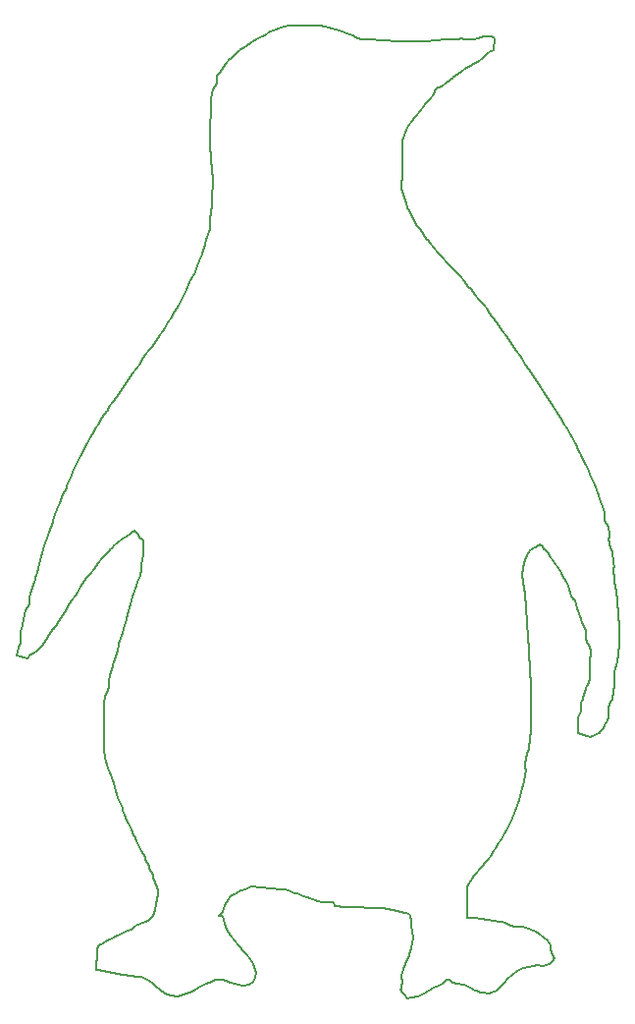
<source format=gbr>
%TF.GenerationSoftware,KiCad,Pcbnew,9.0.2*%
%TF.CreationDate,2025-06-10T19:07:21+03:00*%
%TF.ProjectId,project,70726f6a-6563-4742-9e6b-696361645f70,rev?*%
%TF.SameCoordinates,Original*%
%TF.FileFunction,Profile,NP*%
%FSLAX46Y46*%
G04 Gerber Fmt 4.6, Leading zero omitted, Abs format (unit mm)*
G04 Created by KiCad (PCBNEW 9.0.2) date 2025-06-10 19:07:21*
%MOMM*%
%LPD*%
G01*
G04 APERTURE LIST*
%TA.AperFunction,Profile*%
%ADD10C,0.200000*%
%TD*%
%ADD11C,0.200000*%
G04 APERTURE END LIST*
D10*
X104260001Y-142460001D02*
X104480001Y-141928001D01*
X136740001Y-95427999D02*
X136904001Y-95675999D01*
X140376001Y-114936000D02*
X140076001Y-114008000D01*
X95532000Y-118028000D02*
X95200000Y-118496000D01*
X112584001Y-148424001D02*
X112104001Y-148484001D01*
X134632001Y-135356001D02*
X134360001Y-135832001D01*
X104276001Y-138900001D02*
X104004001Y-138416001D01*
X135892001Y-132500001D02*
X135564001Y-133412001D01*
D11*
X142004001Y-120192000D02*
X142005531Y-120186037D01*
X142007039Y-120180079D01*
X142008523Y-120174135D01*
X142009986Y-120168195D01*
X142011424Y-120162269D01*
X142012841Y-120156347D01*
X142014234Y-120150439D01*
X142015605Y-120144535D01*
X142016952Y-120138645D01*
X142018278Y-120132759D01*
X142019581Y-120126887D01*
X142020862Y-120121019D01*
X142022120Y-120115165D01*
X142023356Y-120109314D01*
X142024569Y-120103477D01*
X142025761Y-120097644D01*
X142026929Y-120091824D01*
X142028077Y-120086009D01*
X142029201Y-120080206D01*
X142030304Y-120074408D01*
X142031385Y-120068622D01*
X142032444Y-120062840D01*
X142033481Y-120057071D01*
X142034496Y-120051307D01*
X142035489Y-120045554D01*
X142036461Y-120039807D01*
X142037411Y-120034071D01*
X142038340Y-120028339D01*
X142039246Y-120022620D01*
X142040132Y-120016905D01*
X142040995Y-120011202D01*
X142041838Y-120005503D01*
X142042658Y-119999816D01*
X142043458Y-119994133D01*
X142044236Y-119988462D01*
X142044993Y-119982795D01*
X142045729Y-119977139D01*
X142046443Y-119971488D01*
X142047136Y-119965848D01*
X142047809Y-119960213D01*
X142048460Y-119954588D01*
X142049090Y-119948968D01*
X142049699Y-119943359D01*
X142050287Y-119937754D01*
X142050854Y-119932159D01*
X142051401Y-119926570D01*
X142051926Y-119920990D01*
X142052431Y-119915415D01*
X142052915Y-119909851D01*
X142053379Y-119904291D01*
X142053821Y-119898741D01*
X142054243Y-119893195D01*
X142054644Y-119887660D01*
X142055025Y-119882129D01*
X142055385Y-119876608D01*
X142055725Y-119871091D01*
X142056044Y-119865584D01*
X142056343Y-119860081D01*
X142056622Y-119854589D01*
X142056880Y-119849100D01*
X142057117Y-119843621D01*
X142057335Y-119838146D01*
X142057532Y-119832681D01*
X142057708Y-119827219D01*
X142057865Y-119821767D01*
X142058001Y-119816320D01*
X142058117Y-119810881D01*
X142058213Y-119805447D01*
X142058289Y-119800022D01*
X142058345Y-119794601D01*
X142058381Y-119789188D01*
X142058396Y-119783780D01*
X142058392Y-119778381D01*
X142058368Y-119772986D01*
X142058323Y-119767599D01*
X142058259Y-119762216D01*
X142058175Y-119756842D01*
X142058071Y-119751472D01*
X142057947Y-119746111D01*
X142057803Y-119740753D01*
X142057639Y-119735404D01*
X142057456Y-119730059D01*
X142057252Y-119724721D01*
X142057029Y-119719388D01*
X142056786Y-119714063D01*
X142056523Y-119708742D01*
X142056241Y-119703428D01*
X142055939Y-119698119D01*
X142055617Y-119692817D01*
X142055275Y-119687519D01*
X142054914Y-119682229D01*
X142054533Y-119676943D01*
X142054133Y-119671663D01*
X142053713Y-119666389D01*
X142053273Y-119661121D01*
X142052814Y-119655857D01*
X142052335Y-119650600D01*
X142051836Y-119645347D01*
X142051318Y-119640101D01*
X142050780Y-119634860D01*
X142050223Y-119629624D01*
X142049646Y-119624393D01*
X142049050Y-119619169D01*
X142048434Y-119613948D01*
X142047799Y-119608734D01*
X142047144Y-119603524D01*
X142046469Y-119598320D01*
X142045775Y-119593120D01*
X142045062Y-119587926D01*
X142044329Y-119582737D01*
X142043577Y-119577553D01*
X142042805Y-119572373D01*
X142042013Y-119567199D01*
X142041202Y-119562029D01*
X142040372Y-119556865D01*
X142039522Y-119551705D01*
X142038653Y-119546550D01*
X142037764Y-119541400D01*
X142036856Y-119536254D01*
X142035928Y-119531113D01*
X142034981Y-119525977D01*
X142034014Y-119520845D01*
X142033027Y-119515718D01*
X142032022Y-119510595D01*
X142030996Y-119505477D01*
X142029952Y-119500363D01*
X142028887Y-119495254D01*
X142027803Y-119490149D01*
X142026700Y-119485049D01*
X142025577Y-119479953D01*
X142023273Y-119469773D01*
X142020890Y-119459610D01*
X142018429Y-119449464D01*
X142015890Y-119439334D01*
X142013273Y-119429220D01*
X142010576Y-119419122D01*
X142007801Y-119409039D01*
X142004948Y-119398971D01*
X142002015Y-119388919D01*
X141999003Y-119378881D01*
X141995912Y-119368858D01*
X141992742Y-119358848D01*
X141989492Y-119348853D01*
X141986163Y-119338871D01*
X141982753Y-119328903D01*
X141979264Y-119318948D01*
X141975694Y-119309006D01*
X141972044Y-119299077D01*
X141968313Y-119289160D01*
X141964502Y-119279256D01*
X141960609Y-119269363D01*
X141956635Y-119259482D01*
X141952579Y-119249613D01*
X141948441Y-119239755D01*
X141944221Y-119229908D01*
X141939919Y-119220072D01*
X141935534Y-119210247D01*
X141931066Y-119200433D01*
X141926515Y-119190628D01*
X141921881Y-119180834D01*
X141917162Y-119171049D01*
X141912360Y-119161274D01*
X141907472Y-119151509D01*
X141902500Y-119141753D01*
X141897443Y-119132006D01*
X141892300Y-119122268D01*
X141887071Y-119112538D01*
X141881756Y-119102818D01*
X141876354Y-119093105D01*
X141870866Y-119083401D01*
X141865290Y-119073705D01*
X141859626Y-119064016D01*
X141853873Y-119054335D01*
X141848033Y-119044662D01*
X141842103Y-119034996D01*
X141836083Y-119025338D01*
X141829974Y-119015686D01*
X141823774Y-119006042D01*
X141817484Y-118996404D01*
X141811102Y-118986773D01*
X141804629Y-118977148D01*
X141798063Y-118967530D01*
X141791405Y-118957918D01*
X141784654Y-118948312D01*
X141777808Y-118938713D01*
X141770869Y-118929119D01*
X141763836Y-118919530D01*
X141756707Y-118909948D01*
X141749482Y-118900371D01*
X141742161Y-118890800D01*
X141740001Y-118888000D01*
X103052001Y-109700000D02*
X103049849Y-109694259D01*
X103047691Y-109688559D01*
X103045539Y-109682933D01*
X103043381Y-109677346D01*
X103041229Y-109671832D01*
X103039072Y-109666357D01*
X103036921Y-109660954D01*
X103034764Y-109655590D01*
X103032614Y-109650296D01*
X103030458Y-109645041D01*
X103028308Y-109639855D01*
X103026153Y-109634708D01*
X103024005Y-109629628D01*
X103021851Y-109624587D01*
X103019704Y-109619612D01*
X103017551Y-109614675D01*
X103015405Y-109609805D01*
X103013253Y-109604971D01*
X103011109Y-109600202D01*
X103008959Y-109595470D01*
X103006816Y-109590802D01*
X103004668Y-109586170D01*
X103002527Y-109581601D01*
X103000381Y-109577068D01*
X102998242Y-109572597D01*
X102996097Y-109568162D01*
X102993960Y-109563787D01*
X102991817Y-109559447D01*
X102989682Y-109555168D01*
X102987542Y-109550923D01*
X102985409Y-109546737D01*
X102983271Y-109542586D01*
X102981141Y-109538492D01*
X102979005Y-109534432D01*
X102976877Y-109530430D01*
X102974744Y-109526461D01*
X102972619Y-109522548D01*
X102970488Y-109518668D01*
X102968366Y-109514844D01*
X102966238Y-109511051D01*
X102964118Y-109507314D01*
X102961993Y-109503609D01*
X102959876Y-109499957D01*
X102957754Y-109496337D01*
X102955639Y-109492769D01*
X102953520Y-109489233D01*
X102951409Y-109485749D01*
X102949293Y-109482296D01*
X102947185Y-109478893D01*
X102945072Y-109475522D01*
X102942966Y-109472200D01*
X102940857Y-109468908D01*
X102938755Y-109465666D01*
X102936648Y-109462453D01*
X102934549Y-109459289D01*
X102932446Y-109456155D01*
X102930351Y-109453068D01*
X102928251Y-109450009D01*
X102926158Y-109446998D01*
X102924062Y-109444015D01*
X102921973Y-109441079D01*
X102919879Y-109438170D01*
X102917794Y-109435307D01*
X102915704Y-109432472D01*
X102913622Y-109429681D01*
X102911535Y-109426917D01*
X102909457Y-109424197D01*
X102907374Y-109421505D01*
X102905298Y-109418855D01*
X102903219Y-109416232D01*
X102901147Y-109413651D01*
X102899070Y-109411097D01*
X102897002Y-109408584D01*
X102894929Y-109406097D01*
X102892864Y-109403651D01*
X102890794Y-109401231D01*
X102888732Y-109398850D01*
X102886666Y-109396495D01*
X102884608Y-109394179D01*
X102882545Y-109391889D01*
X102880489Y-109389636D01*
X102878430Y-109387409D01*
X102876378Y-109385219D01*
X102874322Y-109383055D01*
X102872272Y-109380926D01*
X102870219Y-109378823D01*
X102868173Y-109376755D01*
X102866123Y-109374712D01*
X102864080Y-109372704D01*
X102862034Y-109370721D01*
X102859993Y-109368772D01*
X102857949Y-109366846D01*
X102855912Y-109364955D01*
X102853871Y-109363088D01*
X102851836Y-109361253D01*
X102849798Y-109359442D01*
X102847766Y-109357664D01*
X102845730Y-109355909D01*
X102843701Y-109354185D01*
X102841667Y-109352485D01*
X102839640Y-109350816D01*
X102837609Y-109349170D01*
X102835584Y-109347554D01*
X102833556Y-109345962D01*
X102831533Y-109344399D01*
X102829507Y-109342858D01*
X102827486Y-109341347D01*
X102825461Y-109339859D01*
X102823442Y-109338399D01*
X102821419Y-109336961D01*
X102819401Y-109335551D01*
X102817380Y-109334164D01*
X102815364Y-109332804D01*
X102813344Y-109331465D01*
X102811329Y-109330154D01*
X102809311Y-109328865D01*
X102807297Y-109327602D01*
X102805279Y-109326361D01*
X102803266Y-109325146D01*
X102801249Y-109323952D01*
X102799237Y-109322783D01*
X102797221Y-109321636D01*
X102795208Y-109320514D01*
X102793193Y-109319413D01*
X102791180Y-109318337D01*
X102789165Y-109317282D01*
X102787152Y-109316251D01*
X102785137Y-109315241D01*
X102783124Y-109314254D01*
X102781108Y-109313288D01*
X102779094Y-109312346D01*
X102777077Y-109311424D01*
X102775063Y-109310526D01*
X102773045Y-109309648D01*
X102771030Y-109308792D01*
X102769011Y-109307957D01*
X102766994Y-109307144D01*
X102764973Y-109306352D01*
X102762954Y-109305581D01*
X102760932Y-109304831D01*
X102758911Y-109304103D01*
X102756887Y-109303394D01*
X102754863Y-109302707D01*
X102752836Y-109302041D01*
X102750810Y-109301395D01*
X102748781Y-109300769D01*
X102746751Y-109300165D01*
X102744719Y-109299580D01*
X102742686Y-109299016D01*
X102740650Y-109298472D01*
X102738613Y-109297948D01*
X102736574Y-109297445D01*
X102734533Y-109296961D01*
X102732489Y-109296498D01*
X102730444Y-109296054D01*
X102728396Y-109295631D01*
X102726346Y-109295227D01*
X102724293Y-109294844D01*
X102722237Y-109294480D01*
X102720179Y-109294136D01*
X102718118Y-109293812D01*
X102716055Y-109293508D01*
X102711918Y-109292958D01*
X102707769Y-109292488D01*
X102703607Y-109292097D01*
X102699430Y-109291785D01*
X102695238Y-109291552D01*
X102691031Y-109291398D01*
X102686807Y-109291324D01*
X102682566Y-109291329D01*
X102678306Y-109291415D01*
X102674028Y-109291581D01*
X102669730Y-109291828D01*
X102665411Y-109292156D01*
X102661071Y-109292566D01*
X102656709Y-109293059D01*
X102652324Y-109293635D01*
X102647915Y-109294295D01*
X102643482Y-109295040D01*
X102639023Y-109295870D01*
X102634538Y-109296787D01*
X102630025Y-109297791D01*
X102625485Y-109298883D01*
X102620917Y-109300064D01*
X102616319Y-109301336D01*
X102611691Y-109302700D01*
X102607032Y-109304156D01*
X102602341Y-109305706D01*
X102597618Y-109307351D01*
X102592861Y-109309092D01*
X102588071Y-109310932D01*
X102583245Y-109312871D01*
X102578384Y-109314910D01*
X102573487Y-109317052D01*
X102568553Y-109319297D01*
X102563581Y-109321648D01*
X102558571Y-109324105D01*
X102553521Y-109326671D01*
X102548431Y-109329348D01*
X102543301Y-109332136D01*
X102538129Y-109335038D01*
X102532916Y-109338056D01*
X102527659Y-109341191D01*
X102522360Y-109344445D01*
X102517016Y-109347821D01*
X102511627Y-109351320D01*
X102506193Y-109354944D01*
X102500713Y-109358695D01*
X102495186Y-109362575D01*
X102489611Y-109366587D01*
X102483989Y-109370732D01*
X102478317Y-109375013D01*
X102472597Y-109379431D01*
X102466826Y-109383990D01*
X102461005Y-109388691D01*
X102455132Y-109393536D01*
X102449207Y-109398529D01*
X102443230Y-109403670D01*
X102437200Y-109408963D01*
X102431116Y-109414410D01*
X102424978Y-109420013D01*
X102418785Y-109425775D01*
X102412536Y-109431699D01*
X102406231Y-109437786D01*
X102399869Y-109444039D01*
X102393450Y-109450462D01*
X102386973Y-109457056D01*
X102380437Y-109463824D01*
X102373843Y-109470769D01*
X102367188Y-109477893D01*
X102360473Y-109485199D01*
X102353698Y-109492690D01*
X102346861Y-109500369D01*
X102339961Y-109508238D01*
X102333000Y-109516300D01*
X102325975Y-109524559D01*
X102318886Y-109533016D01*
X102311733Y-109541674D01*
X102304515Y-109550537D01*
X102297232Y-109559608D01*
X102289882Y-109568889D01*
X102282466Y-109578384D01*
X102274983Y-109588094D01*
X102272001Y-109592000D01*
D10*
X100516001Y-98619999D02*
X100832001Y-98159999D01*
X136080001Y-131824001D02*
X135892001Y-132500001D01*
X104568001Y-148552001D02*
X104212001Y-148248001D01*
X130368001Y-70087998D02*
X130112001Y-70267998D01*
X131140001Y-148380001D02*
X130500001Y-148296001D01*
X138304001Y-144612001D02*
X138592001Y-144984001D01*
X95780000Y-108112000D02*
X96104000Y-107228000D01*
D11*
X138048001Y-110904000D02*
X138046145Y-110898279D01*
X138044280Y-110892597D01*
X138042418Y-110886986D01*
X138040548Y-110881413D01*
X138038680Y-110875911D01*
X138036803Y-110870446D01*
X138034929Y-110865051D01*
X138033047Y-110859693D01*
X138031168Y-110854403D01*
X138029280Y-110849150D01*
X138027396Y-110843964D01*
X138025503Y-110838815D01*
X138023613Y-110833732D01*
X138021715Y-110828684D01*
X138019821Y-110823703D01*
X138017918Y-110818756D01*
X138016019Y-110813874D01*
X138014112Y-110809027D01*
X138012208Y-110804243D01*
X138010297Y-110799494D01*
X138008388Y-110794807D01*
X138006473Y-110790154D01*
X138004560Y-110785563D01*
X138002641Y-110781005D01*
X138000725Y-110776508D01*
X137998801Y-110772044D01*
X137996881Y-110767640D01*
X137994954Y-110763268D01*
X137993030Y-110758955D01*
X137991099Y-110754675D01*
X137989173Y-110750452D01*
X137987238Y-110746261D01*
X137985308Y-110742127D01*
X137983371Y-110738025D01*
X137981438Y-110733979D01*
X137979497Y-110729964D01*
X137977561Y-110726003D01*
X137975618Y-110722074D01*
X137973679Y-110718198D01*
X137971733Y-110714354D01*
X137969791Y-110710562D01*
X137967842Y-110706801D01*
X137965898Y-110703091D01*
X137963947Y-110699412D01*
X137962000Y-110695784D01*
X137960047Y-110692185D01*
X137958098Y-110688637D01*
X137956142Y-110685118D01*
X137954191Y-110681649D01*
X137952233Y-110678209D01*
X137950280Y-110674817D01*
X137948320Y-110671453D01*
X137946365Y-110668138D01*
X137944403Y-110664851D01*
X137942446Y-110661610D01*
X137940482Y-110658398D01*
X137938523Y-110655232D01*
X137936558Y-110652093D01*
X137934597Y-110649000D01*
X137932630Y-110645934D01*
X137930668Y-110642913D01*
X137928700Y-110639918D01*
X137926736Y-110636968D01*
X137924766Y-110634044D01*
X137922800Y-110631163D01*
X137920829Y-110628308D01*
X137918862Y-110625495D01*
X137916889Y-110622709D01*
X137914921Y-110619964D01*
X137912946Y-110617245D01*
X137910977Y-110614566D01*
X137909001Y-110611913D01*
X137907030Y-110609299D01*
X137905053Y-110606712D01*
X137903080Y-110604163D01*
X137901102Y-110601639D01*
X137899128Y-110599153D01*
X137897149Y-110596693D01*
X137895174Y-110594270D01*
X137893193Y-110591871D01*
X137891216Y-110589509D01*
X137889234Y-110587172D01*
X137887257Y-110584871D01*
X137885273Y-110582594D01*
X137883294Y-110580352D01*
X137881309Y-110578134D01*
X137879329Y-110575951D01*
X137877343Y-110573792D01*
X137875361Y-110571667D01*
X137873373Y-110569565D01*
X137871390Y-110567496D01*
X137869401Y-110565451D01*
X137867416Y-110563439D01*
X137865425Y-110561449D01*
X137863439Y-110559492D01*
X137861447Y-110557558D01*
X137859458Y-110555654D01*
X137857465Y-110553774D01*
X137855475Y-110551924D01*
X137853479Y-110550097D01*
X137851487Y-110548301D01*
X137849490Y-110546526D01*
X137847496Y-110544781D01*
X137845497Y-110543058D01*
X137843501Y-110541364D01*
X137841500Y-110539693D01*
X137839502Y-110538049D01*
X137837498Y-110536428D01*
X137835498Y-110534834D01*
X137833492Y-110533262D01*
X137831489Y-110531717D01*
X137829481Y-110530194D01*
X137827475Y-110528698D01*
X137825464Y-110527223D01*
X137823456Y-110525774D01*
X137821442Y-110524347D01*
X137819431Y-110522945D01*
X137817414Y-110521565D01*
X137815400Y-110520209D01*
X137813380Y-110518875D01*
X137811362Y-110517566D01*
X137809339Y-110516277D01*
X137807317Y-110515013D01*
X137805291Y-110513770D01*
X137803266Y-110512551D01*
X137801235Y-110511352D01*
X137799206Y-110510177D01*
X137797172Y-110509022D01*
X137795138Y-110507890D01*
X137793100Y-110506779D01*
X137791062Y-110505691D01*
X137789019Y-110504623D01*
X137786976Y-110503578D01*
X137784929Y-110502552D01*
X137782881Y-110501549D01*
X137780829Y-110500566D01*
X137778776Y-110499605D01*
X137776718Y-110498663D01*
X137774660Y-110497744D01*
X137772596Y-110496844D01*
X137770532Y-110495965D01*
X137768463Y-110495107D01*
X137766393Y-110494269D01*
X137764318Y-110493451D01*
X137762241Y-110492654D01*
X137760159Y-110491876D01*
X137758076Y-110491119D01*
X137755988Y-110490382D01*
X137753897Y-110489665D01*
X137751802Y-110488967D01*
X137749704Y-110488290D01*
X137747602Y-110487632D01*
X137745496Y-110486995D01*
X137743386Y-110486376D01*
X137741272Y-110485778D01*
X137739154Y-110485199D01*
X137737032Y-110484640D01*
X137734905Y-110484100D01*
X137732775Y-110483580D01*
X137730639Y-110483079D01*
X137726355Y-110482137D01*
X137722052Y-110481271D01*
X137717729Y-110480484D01*
X137713385Y-110479774D01*
X137709021Y-110479142D01*
X137704634Y-110478587D01*
X137700224Y-110478111D01*
X137695791Y-110477712D01*
X137691334Y-110477391D01*
X137686851Y-110477149D01*
X137682342Y-110476986D01*
X137677807Y-110476901D01*
X137673244Y-110476897D01*
X137668652Y-110476972D01*
X137664030Y-110477128D01*
X137659379Y-110477365D01*
X137654696Y-110477684D01*
X137649982Y-110478086D01*
X137645235Y-110478570D01*
X137640453Y-110479139D01*
X137635638Y-110479792D01*
X137630787Y-110480531D01*
X137625900Y-110481357D01*
X137620975Y-110482270D01*
X137616013Y-110483272D01*
X137611011Y-110484363D01*
X137605970Y-110485545D01*
X137600889Y-110486819D01*
X137595765Y-110488186D01*
X137590600Y-110489647D01*
X137585391Y-110491204D01*
X137580138Y-110492858D01*
X137574840Y-110494610D01*
X137569496Y-110496461D01*
X137564105Y-110498414D01*
X137558667Y-110500469D01*
X137553181Y-110502628D01*
X137547645Y-110504893D01*
X137542058Y-110507265D01*
X137536421Y-110509745D01*
X137530732Y-110512337D01*
X137524990Y-110515040D01*
X137519194Y-110517857D01*
X137513344Y-110520790D01*
X137507438Y-110523841D01*
X137501476Y-110527010D01*
X137495457Y-110530301D01*
X137489380Y-110533715D01*
X137483245Y-110537255D01*
X137477049Y-110540921D01*
X137470793Y-110544716D01*
X137464476Y-110548642D01*
X137458096Y-110552702D01*
X137451653Y-110556897D01*
X137445146Y-110561229D01*
X137438574Y-110565700D01*
X137431937Y-110570314D01*
X137425233Y-110575071D01*
X137418461Y-110579975D01*
X137411621Y-110585027D01*
X137404712Y-110590230D01*
X137397733Y-110595586D01*
X137390683Y-110601098D01*
X137383561Y-110606768D01*
X137376366Y-110612598D01*
X137369098Y-110618592D01*
X137361755Y-110624750D01*
X137354337Y-110631077D01*
X137346842Y-110637573D01*
X137339271Y-110644243D01*
X137331621Y-110651089D01*
X137323892Y-110658113D01*
X137316084Y-110665318D01*
X137308195Y-110672707D01*
X137300224Y-110680282D01*
X137292171Y-110688046D01*
X137284034Y-110696002D01*
X137275812Y-110704153D01*
X137268001Y-110712000D01*
D10*
X96820001Y-116036000D02*
X96508000Y-116532000D01*
X99524001Y-144984001D02*
X99784001Y-144936001D01*
X128584001Y-71451998D02*
X128500001Y-71715998D01*
X112104001Y-148484001D02*
X111620001Y-148412001D01*
X110576001Y-69039998D02*
X110932001Y-68643998D01*
X100876001Y-131060001D02*
X100556001Y-130124001D01*
X103296001Y-136912001D02*
X102884001Y-136072001D01*
D11*
X112008001Y-145376001D02*
X112020863Y-145391252D01*
X112036104Y-145409200D01*
X112053992Y-145430143D01*
X112074809Y-145454393D01*
X112098849Y-145482278D01*
X112126427Y-145514146D01*
X112157889Y-145550386D01*
X112193655Y-145591469D01*
X112234341Y-145638092D01*
X112281245Y-145691736D01*
X112319574Y-145735525D01*
X112348001Y-145768001D01*
D10*
X101444001Y-110160000D02*
X101236001Y-110320000D01*
X133484001Y-66715998D02*
X133776001Y-66851998D01*
X103628001Y-142984001D02*
X103900001Y-142852001D01*
X101176001Y-97731999D02*
X101300001Y-97467999D01*
X140788001Y-115624000D02*
X140716001Y-115316000D01*
X141872001Y-104131999D02*
X142000001Y-104427999D01*
X109768001Y-70743998D02*
X109788001Y-70043998D01*
X142852001Y-106528000D02*
X143164001Y-107452000D01*
X143156001Y-126280000D02*
X142824001Y-126668000D01*
X140428001Y-101239999D02*
X140704001Y-101747999D01*
X103324001Y-112216000D02*
X103488001Y-111276000D01*
D11*
X125888001Y-147040001D02*
X125895098Y-147021187D01*
X125903716Y-146998563D01*
X125914196Y-146971270D01*
X125927073Y-146937953D01*
X125943352Y-146896040D01*
X125965742Y-146838582D01*
X125971251Y-146824456D01*
X125987556Y-146782644D01*
X126003867Y-146740754D01*
X126019937Y-146699362D01*
X126027805Y-146679032D01*
X126035519Y-146659043D01*
X126043049Y-146639465D01*
X126050364Y-146620372D01*
X126057432Y-146601834D01*
X126064224Y-146583925D01*
X126070708Y-146566714D01*
X126076853Y-146550276D01*
X126082627Y-146534681D01*
X126088001Y-146520001D01*
D10*
X114408001Y-66295998D02*
X114696001Y-66183998D01*
D11*
X109448001Y-78739998D02*
X109444603Y-78711197D01*
X109441226Y-78682397D01*
X109437875Y-78653651D01*
X109434544Y-78624906D01*
X109431240Y-78596214D01*
X109427956Y-78567523D01*
X109424698Y-78538886D01*
X109421461Y-78510249D01*
X109418250Y-78481666D01*
X109415058Y-78453083D01*
X109411893Y-78424553D01*
X109408749Y-78396023D01*
X109405630Y-78367546D01*
X109402531Y-78339069D01*
X109399458Y-78310644D01*
X109396405Y-78282220D01*
X109393378Y-78253848D01*
X109390371Y-78225475D01*
X109387390Y-78197155D01*
X109384429Y-78168834D01*
X109381493Y-78140565D01*
X109378578Y-78112295D01*
X109375688Y-78084077D01*
X109372818Y-78055859D01*
X109369973Y-78027691D01*
X109367148Y-77999523D01*
X109364349Y-77971406D01*
X109361570Y-77943289D01*
X109358816Y-77915221D01*
X109356082Y-77887154D01*
X109353372Y-77859135D01*
X109350683Y-77831117D01*
X109348019Y-77803149D01*
X109345375Y-77775180D01*
X109342756Y-77747260D01*
X109340156Y-77719340D01*
X109337582Y-77691468D01*
X109335027Y-77663596D01*
X109332497Y-77635773D01*
X109329988Y-77607950D01*
X109327502Y-77580174D01*
X109325037Y-77552398D01*
X109322596Y-77524670D01*
X109320175Y-77496942D01*
X109317778Y-77469261D01*
X109315401Y-77441579D01*
X109313049Y-77413945D01*
X109310716Y-77386311D01*
X109308408Y-77358723D01*
X109306120Y-77331135D01*
X109303855Y-77303593D01*
X109301611Y-77276051D01*
X109299391Y-77248555D01*
X109297190Y-77221060D01*
X109295014Y-77193609D01*
X109292857Y-77166159D01*
X109290724Y-77138753D01*
X109288611Y-77111348D01*
X109286522Y-77083988D01*
X109284453Y-77056627D01*
X109282407Y-77029311D01*
X109280381Y-77001995D01*
X109278379Y-76974724D01*
X109276397Y-76947452D01*
X109274438Y-76920225D01*
X109272499Y-76892997D01*
X109270583Y-76865813D01*
X109268688Y-76838629D01*
X109266815Y-76811488D01*
X109264963Y-76784348D01*
X109263133Y-76757250D01*
X109261324Y-76730153D01*
X109259537Y-76703098D01*
X109257771Y-76676043D01*
X109256027Y-76649031D01*
X109254304Y-76622019D01*
X109252603Y-76595049D01*
X109250922Y-76568079D01*
X109249264Y-76541151D01*
X109247627Y-76514223D01*
X109246011Y-76487336D01*
X109244416Y-76460450D01*
X109242843Y-76433605D01*
X109241290Y-76406760D01*
X109239760Y-76379956D01*
X109238250Y-76353152D01*
X109236762Y-76326389D01*
X109235294Y-76299626D01*
X109233849Y-76272903D01*
X109232423Y-76246181D01*
X109231020Y-76219498D01*
X109229637Y-76192816D01*
X109228276Y-76166174D01*
X109226934Y-76139532D01*
X109225615Y-76112929D01*
X109224316Y-76086327D01*
X109223039Y-76059764D01*
X109221783Y-76033201D01*
X109220547Y-76006678D01*
X109219332Y-75980154D01*
X109218139Y-75953670D01*
X109216966Y-75927185D01*
X109215815Y-75900739D01*
X109214683Y-75874293D01*
X109213574Y-75847886D01*
X109212484Y-75821479D01*
X109211416Y-75795110D01*
X109210368Y-75768741D01*
X109209342Y-75742410D01*
X109208336Y-75716079D01*
X109207351Y-75689786D01*
X109206386Y-75663492D01*
X109205442Y-75637237D01*
X109204519Y-75610981D01*
X109204001Y-75595998D01*
D10*
X113152001Y-147272001D02*
X113148001Y-147764001D01*
X111620001Y-148412001D02*
X111372001Y-148344001D01*
D11*
X110932001Y-68643998D02*
X110947229Y-68629935D01*
X110965136Y-68613289D01*
X110986010Y-68593778D01*
X111010142Y-68571112D01*
X111037831Y-68544997D01*
X111069377Y-68515138D01*
X111105081Y-68481237D01*
X111145250Y-68442992D01*
X111190233Y-68400061D01*
X111240562Y-68351932D01*
X111297723Y-68297182D01*
X111312457Y-68283061D01*
X111324001Y-68271998D01*
D10*
X101300001Y-97467999D02*
X101640001Y-96991999D01*
X128492001Y-148644001D02*
X128064001Y-148892001D01*
D11*
X136248001Y-113820000D02*
X136254064Y-113856134D01*
X136260055Y-113892321D01*
X136265974Y-113928562D01*
X136271821Y-113964857D01*
X136277595Y-114001207D01*
X136283298Y-114037611D01*
X136288928Y-114074071D01*
X136294486Y-114110586D01*
X136299971Y-114147158D01*
X136305384Y-114183786D01*
X136310725Y-114220470D01*
X136315993Y-114257212D01*
X136321188Y-114294012D01*
X136326311Y-114330869D01*
X136331362Y-114367785D01*
X136336340Y-114404760D01*
X136341245Y-114441793D01*
X136346077Y-114478887D01*
X136350837Y-114516040D01*
X136355524Y-114553255D01*
X136360137Y-114590529D01*
X136364678Y-114627866D01*
X136369146Y-114665264D01*
X136373541Y-114702724D01*
X136377863Y-114740247D01*
X136382111Y-114777833D01*
X136386286Y-114815482D01*
X136390388Y-114853196D01*
X136394416Y-114890974D01*
X136398371Y-114928816D01*
X136402253Y-114966724D01*
X136406060Y-115004698D01*
X136409794Y-115042739D01*
X136413455Y-115080846D01*
X136417041Y-115119020D01*
X136420553Y-115157262D01*
X136423992Y-115195572D01*
X136427356Y-115233951D01*
X136430646Y-115272399D01*
X136433862Y-115310917D01*
X136437004Y-115349505D01*
X136440071Y-115388164D01*
X136443064Y-115426894D01*
X136445981Y-115465695D01*
X136448825Y-115504569D01*
X136451593Y-115543516D01*
X136454286Y-115582536D01*
X136456001Y-115608000D01*
D10*
X134360001Y-135832001D02*
X134056001Y-136252001D01*
X140968001Y-125364000D02*
X141240001Y-124860000D01*
X126716001Y-144292001D02*
X126604001Y-143348001D01*
X98408001Y-113632000D02*
X98076001Y-114096000D01*
X128064001Y-148892001D02*
X127644001Y-149144001D01*
X136456001Y-115608000D02*
X136472001Y-115956000D01*
D11*
X111672001Y-140352001D02*
X111632239Y-140379569D01*
X111593935Y-140406162D01*
X111550817Y-140436096D01*
X111505219Y-140467725D01*
X111458363Y-140500172D01*
X111434845Y-140516428D01*
X111411471Y-140532561D01*
X111388394Y-140548459D01*
X111365767Y-140564014D01*
X111343742Y-140579117D01*
X111322472Y-140593656D01*
X111302110Y-140607524D01*
X111282809Y-140620611D01*
X111264722Y-140632806D01*
X111248001Y-140644001D01*
D10*
X102884001Y-136072001D02*
X102800001Y-135772001D01*
X132044001Y-68999998D02*
X131560001Y-69303998D01*
X135036001Y-134568001D02*
X134768001Y-135096001D01*
D11*
X111996001Y-67735998D02*
X112032071Y-67710279D01*
X112085896Y-67671991D01*
X112143623Y-67630972D01*
X112227909Y-67571075D01*
X112270473Y-67540797D01*
X112312267Y-67511028D01*
X112352505Y-67482317D01*
X112390398Y-67455210D01*
X112408220Y-67442429D01*
X112425159Y-67430254D01*
X112441119Y-67418755D01*
X112456001Y-67407998D01*
D10*
X106472001Y-89875998D02*
X106760001Y-89339998D01*
X126176001Y-81119998D02*
X126236001Y-81427998D01*
X106388001Y-149392001D02*
X105796001Y-149336001D01*
X128504001Y-84923998D02*
X128872001Y-85347998D01*
X137708001Y-96879999D02*
X138024001Y-97359999D01*
X109288001Y-72027998D02*
X109444001Y-71295998D01*
X111032001Y-140792001D02*
X110704001Y-141152001D01*
X128648001Y-71191998D02*
X128584001Y-71451998D01*
X102272001Y-109592000D02*
X101844001Y-109860000D01*
X110004001Y-142456001D02*
X110324001Y-142484001D01*
X130388001Y-86959998D02*
X130768001Y-87371998D01*
X105600001Y-91355998D02*
X105916001Y-90923998D01*
X96344000Y-116796000D02*
X96024000Y-117288000D01*
X143496001Y-125624000D02*
X143232001Y-126040000D01*
X118824001Y-141312001D02*
X118484001Y-141212001D01*
X132732001Y-68543998D02*
X132292001Y-68847998D01*
D11*
X133632001Y-90891998D02*
X133656318Y-90924884D01*
X133694935Y-90977222D01*
X133728059Y-91022121D01*
X133763016Y-91069453D01*
X133780896Y-91093626D01*
X133798891Y-91117921D01*
X133816887Y-91142178D01*
X133834769Y-91166232D01*
X133852423Y-91189924D01*
X133869735Y-91213090D01*
X133886589Y-91235570D01*
X133902872Y-91257201D01*
X133918469Y-91277821D01*
X133933266Y-91297268D01*
X133940328Y-91306502D01*
X133947148Y-91315381D01*
X133953710Y-91323887D01*
X133960001Y-91331998D01*
D10*
X93000000Y-117364000D02*
X93248000Y-116456000D01*
X101644001Y-118104000D02*
X101736001Y-117776000D01*
X126544001Y-143012001D02*
X126504001Y-142344001D01*
D11*
X105324001Y-149108001D02*
X105311965Y-149100251D01*
X105298197Y-149091291D01*
X105282519Y-149080994D01*
X105264737Y-149069219D01*
X105244629Y-149055809D01*
X105221933Y-149040580D01*
X105196326Y-149023302D01*
X105167368Y-149003672D01*
X105134392Y-148981225D01*
X105096176Y-148955123D01*
X105049710Y-148923303D01*
X105022311Y-148904519D01*
X104971542Y-148869727D01*
X104948709Y-148854115D01*
X104928001Y-148840001D01*
D10*
X135676001Y-147196001D02*
X135260001Y-147508001D01*
X101984001Y-96503999D02*
X102160001Y-96247999D01*
X103320001Y-94627998D02*
X103656001Y-94159998D01*
X100148001Y-147228001D02*
X99376001Y-147116001D01*
X142384001Y-105295999D02*
X142740001Y-106196000D01*
D11*
X100068001Y-99303999D02*
X100078583Y-99290835D01*
X100090756Y-99275564D01*
X100104685Y-99257963D01*
X100120550Y-99237788D01*
X100138551Y-99214768D01*
X100158923Y-99188590D01*
X100181949Y-99158875D01*
X100208009Y-99125118D01*
X100237687Y-99086553D01*
X100272075Y-99041748D01*
X100314091Y-98986894D01*
X100328978Y-98967445D01*
X100365102Y-98920263D01*
X100381300Y-98899136D01*
X100396001Y-98879999D01*
D10*
X131716001Y-88483998D02*
X132084001Y-88939998D01*
X140888001Y-115940000D02*
X140788001Y-115624000D01*
D11*
X140844001Y-102015999D02*
X140852680Y-102033270D01*
X140863038Y-102053707D01*
X140875421Y-102077964D01*
X140890345Y-102107030D01*
X140908715Y-102142640D01*
X140932575Y-102188734D01*
X140952719Y-102227589D01*
X140974320Y-102269254D01*
X140995946Y-102311027D01*
X141017272Y-102352336D01*
X141027720Y-102372640D01*
X141037972Y-102392613D01*
X141047985Y-102412187D01*
X141057720Y-102431288D01*
X141067136Y-102449846D01*
X141076192Y-102467790D01*
X141084847Y-102485049D01*
X141093060Y-102501550D01*
X141100792Y-102517224D01*
X141108001Y-102531999D01*
D10*
X125740001Y-79843998D02*
X126060001Y-80807998D01*
D11*
X94340000Y-119544000D02*
X94328445Y-119553996D01*
X94315024Y-119565500D01*
X94299519Y-119578686D01*
X94281683Y-119593751D01*
X94261220Y-119610932D01*
X94237760Y-119630527D01*
X94210795Y-119652948D01*
X94179543Y-119678836D01*
X94142539Y-119709392D01*
X94096001Y-119747734D01*
X94076742Y-119763588D01*
X94044080Y-119790478D01*
X94013321Y-119815832D01*
X93985086Y-119839168D01*
X93972111Y-119849927D01*
X93960000Y-119860000D01*
D10*
X133776001Y-66851998D02*
X133708001Y-67839998D01*
X108384001Y-85819998D02*
X108496001Y-85491998D01*
X114696001Y-66183998D02*
X115292001Y-65967998D01*
X107676001Y-87447998D02*
X107956001Y-86979998D01*
X100980001Y-144256001D02*
X101272001Y-144124001D01*
X136316001Y-130888001D02*
X136080001Y-131824001D01*
X143252001Y-107784000D02*
X143264001Y-108452000D01*
X132856001Y-66667998D02*
X133484001Y-66715998D01*
X104176001Y-93423998D02*
X104516001Y-92947998D01*
X110660001Y-143688001D02*
X110964001Y-144156001D01*
X119840001Y-141280001D02*
X119512001Y-141292001D01*
X95668000Y-108440000D02*
X95780000Y-108112000D01*
X103816001Y-147932001D02*
X103272001Y-147728001D01*
X107680001Y-148944001D02*
X107200001Y-149172001D01*
X99784001Y-144936001D02*
X100212001Y-144680001D01*
X126144001Y-74703998D02*
X125768001Y-75631998D01*
X112232001Y-140140001D02*
X111948001Y-140260001D01*
X92500000Y-120000000D02*
X92684000Y-119340000D01*
X135564001Y-133412001D02*
X135172001Y-134276001D01*
X134572001Y-148184001D02*
X134432001Y-148380001D01*
X112348001Y-145768001D02*
X112664001Y-146168001D01*
X136192001Y-146992001D02*
X135676001Y-147196001D01*
X126556001Y-145252001D02*
X126716001Y-144292001D01*
X137220001Y-96155999D02*
X137544001Y-96631999D01*
X98460001Y-102015999D02*
X98608001Y-101739999D01*
X138416001Y-111224000D02*
X138048001Y-110904000D01*
X142740001Y-106196000D02*
X142852001Y-106528000D01*
X103932001Y-138140001D02*
X103664001Y-137672001D01*
X102164001Y-134536001D02*
X102044001Y-134260001D01*
X103488001Y-110020000D02*
X103224001Y-109932000D01*
D11*
X130972001Y-66895998D02*
X131001874Y-66897530D01*
X131031789Y-66898985D01*
X131061748Y-66900361D01*
X131091751Y-66901660D01*
X131121800Y-66902880D01*
X131151894Y-66904022D01*
X131182036Y-66905086D01*
X131212225Y-66906072D01*
X131242464Y-66906980D01*
X131272752Y-66907808D01*
X131303091Y-66908559D01*
X131333481Y-66909230D01*
X131363924Y-66909823D01*
X131394421Y-66910337D01*
X131424972Y-66910772D01*
X131455579Y-66911128D01*
X131486243Y-66911404D01*
X131516964Y-66911602D01*
X131547744Y-66911719D01*
X131578584Y-66911757D01*
X131609484Y-66911715D01*
X131640447Y-66911593D01*
X131671472Y-66911390D01*
X131702561Y-66911108D01*
X131733716Y-66910745D01*
X131764937Y-66910301D01*
X131796225Y-66909776D01*
X131827582Y-66909170D01*
X131859009Y-66908483D01*
X131890506Y-66907714D01*
X131922076Y-66906864D01*
X131953720Y-66905932D01*
X131985438Y-66904917D01*
X132017232Y-66903820D01*
X132049103Y-66902641D01*
X132081052Y-66901378D01*
X132113082Y-66900033D01*
X132145193Y-66898604D01*
X132177386Y-66897091D01*
X132209663Y-66895495D01*
X132242025Y-66893814D01*
X132274474Y-66892048D01*
X132307012Y-66890198D01*
X132339638Y-66888263D01*
X132344001Y-66887998D01*
X94696000Y-119164000D02*
X94682420Y-119178253D01*
X94666095Y-119195502D01*
X94646470Y-119216354D01*
X94622727Y-119241692D01*
X94593464Y-119273034D01*
X94555516Y-119313781D01*
X94524922Y-119346670D01*
X94473874Y-119401534D01*
X94448872Y-119428361D01*
X94424581Y-119454370D01*
X94401276Y-119479249D01*
X94390078Y-119491168D01*
X94379228Y-119502688D01*
X94368762Y-119513770D01*
X94358712Y-119524376D01*
X94349113Y-119534465D01*
X94340000Y-119544000D01*
X136696001Y-128132000D02*
X136689572Y-128146219D01*
X136683216Y-128160470D01*
X136676934Y-128174753D01*
X136670726Y-128189067D01*
X136664591Y-128203412D01*
X136658529Y-128217788D01*
X136652541Y-128232196D01*
X136646627Y-128246634D01*
X136640787Y-128261104D01*
X136635021Y-128275603D01*
X136629329Y-128290134D01*
X136623710Y-128304694D01*
X136618166Y-128319285D01*
X136612696Y-128333906D01*
X136607299Y-128348557D01*
X136601978Y-128363238D01*
X136596730Y-128377948D01*
X136591557Y-128392688D01*
X136586458Y-128407457D01*
X136581434Y-128422255D01*
X136576485Y-128437082D01*
X136571610Y-128451938D01*
X136566810Y-128466823D01*
X136562084Y-128481736D01*
X136557434Y-128496677D01*
X136552859Y-128511647D01*
X136548358Y-128526645D01*
X136543933Y-128541671D01*
X136539583Y-128556724D01*
X136535308Y-128571805D01*
X136531109Y-128586914D01*
X136526985Y-128602049D01*
X136522936Y-128617212D01*
X136518963Y-128632401D01*
X136515066Y-128647618D01*
X136511245Y-128662860D01*
X136507499Y-128678129D01*
X136503829Y-128693424D01*
X136500236Y-128708746D01*
X136496718Y-128724092D01*
X136493277Y-128739465D01*
X136489912Y-128754863D01*
X136486623Y-128770286D01*
X136483411Y-128785734D01*
X136480275Y-128801207D01*
X136477216Y-128816705D01*
X136474233Y-128832227D01*
X136471327Y-128847773D01*
X136468498Y-128863344D01*
X136465746Y-128878938D01*
X136463072Y-128894556D01*
X136460474Y-128910197D01*
X136457953Y-128925861D01*
X136455510Y-128941549D01*
X136453144Y-128957259D01*
X136450856Y-128972992D01*
X136448645Y-128988747D01*
X136446512Y-129004525D01*
X136444457Y-129020324D01*
X136442479Y-129036145D01*
X136440580Y-129051988D01*
X136438758Y-129067851D01*
X136437014Y-129083736D01*
X136435349Y-129099642D01*
X136433762Y-129115568D01*
X136432253Y-129131514D01*
X136430823Y-129147481D01*
X136429471Y-129163467D01*
X136428198Y-129179473D01*
X136427004Y-129195499D01*
X136425888Y-129211543D01*
X136424851Y-129227607D01*
X136423893Y-129243689D01*
X136423015Y-129259789D01*
X136422215Y-129275907D01*
X136421494Y-129292044D01*
X136420853Y-129308198D01*
X136420291Y-129324369D01*
X136419809Y-129340558D01*
X136419406Y-129356763D01*
X136419083Y-129372985D01*
X136418839Y-129389223D01*
X136418675Y-129405477D01*
X136418591Y-129421747D01*
X136418587Y-129438032D01*
X136418663Y-129454333D01*
X136418819Y-129470649D01*
X136419055Y-129486979D01*
X136419372Y-129503323D01*
X136419768Y-129519682D01*
X136420245Y-129536054D01*
X136420803Y-129552440D01*
X136421441Y-129568839D01*
X136422159Y-129585252D01*
X136422958Y-129601676D01*
X136423838Y-129618113D01*
X136424798Y-129634562D01*
X136425840Y-129651023D01*
X136426962Y-129667496D01*
X136428165Y-129683979D01*
X136429449Y-129700473D01*
X136430814Y-129716978D01*
X136432261Y-129733493D01*
X136433788Y-129750018D01*
X136435397Y-129766552D01*
X136437087Y-129783096D01*
X136438858Y-129799649D01*
X136440711Y-129816210D01*
X136442645Y-129832780D01*
X136444001Y-129844001D01*
X144280001Y-114536000D02*
X144284223Y-114593159D01*
X144288650Y-114652028D01*
X144293300Y-114712818D01*
X144298197Y-114775789D01*
X144303367Y-114841275D01*
X144308848Y-114909705D01*
X144314690Y-114981660D01*
X144320963Y-115057955D01*
X144327768Y-115139798D01*
X144335274Y-115229140D01*
X144343783Y-115329528D01*
X144353976Y-115448942D01*
X144364685Y-115573890D01*
X144377874Y-115727824D01*
X144384448Y-115804856D01*
X144390994Y-115881928D01*
X144397501Y-115959038D01*
X144403960Y-116036185D01*
X144410359Y-116113366D01*
X144416687Y-116190580D01*
X144419822Y-116229199D01*
X144422935Y-116267825D01*
X144426026Y-116306458D01*
X144429092Y-116345098D01*
X144432132Y-116383745D01*
X144435146Y-116422399D01*
X144438132Y-116461059D01*
X144441088Y-116499725D01*
X144444013Y-116538396D01*
X144446906Y-116577074D01*
X144449766Y-116615756D01*
X144452591Y-116654444D01*
X144455380Y-116693136D01*
X144458131Y-116731833D01*
X144460844Y-116770535D01*
X144463516Y-116809240D01*
X144466148Y-116847950D01*
X144468736Y-116886663D01*
X144471280Y-116925379D01*
X144473779Y-116964099D01*
X144476232Y-117002821D01*
X144478636Y-117041547D01*
X144480991Y-117080274D01*
X144483295Y-117119004D01*
X144485548Y-117157736D01*
X144487746Y-117196470D01*
X144489891Y-117235205D01*
X144491979Y-117273942D01*
X144494010Y-117312679D01*
X144495982Y-117351418D01*
X144497895Y-117390157D01*
X144499746Y-117428896D01*
X144501535Y-117467635D01*
X144503259Y-117506374D01*
X144504919Y-117545113D01*
X144506512Y-117583851D01*
X144508036Y-117622588D01*
X144509492Y-117661325D01*
X144510877Y-117700059D01*
X144512191Y-117738793D01*
X144513431Y-117777524D01*
X144514596Y-117816253D01*
X144515686Y-117854980D01*
X144516699Y-117893705D01*
X144517633Y-117932427D01*
X144518070Y-117951786D01*
X144518487Y-117971145D01*
X144518884Y-117990503D01*
X144519260Y-118009861D01*
X144519616Y-118029217D01*
X144519951Y-118048573D01*
X144520265Y-118067927D01*
X144520558Y-118087281D01*
X144520829Y-118106634D01*
X144521079Y-118125985D01*
X144521308Y-118145336D01*
X144521515Y-118164685D01*
X144521699Y-118184034D01*
X144521862Y-118203381D01*
X144522003Y-118222727D01*
X144522121Y-118242072D01*
X144522216Y-118261416D01*
X144522289Y-118280758D01*
X144522338Y-118300099D01*
X144522365Y-118319439D01*
X144522368Y-118338778D01*
X144522348Y-118358115D01*
X144522304Y-118377450D01*
X144522237Y-118396784D01*
X144522145Y-118416117D01*
X144522030Y-118435449D01*
X144521890Y-118454778D01*
X144521726Y-118474106D01*
X144521537Y-118493433D01*
X144521324Y-118512758D01*
X144521085Y-118532081D01*
X144520822Y-118551403D01*
X144520533Y-118570723D01*
X144520219Y-118590041D01*
X144519879Y-118609358D01*
X144519513Y-118628672D01*
X144519122Y-118647985D01*
X144518704Y-118667296D01*
X144518261Y-118686605D01*
X144517790Y-118705913D01*
X144517294Y-118725218D01*
X144516770Y-118744521D01*
X144516220Y-118763822D01*
X144515642Y-118783122D01*
X144515037Y-118802419D01*
X144514405Y-118821714D01*
X144513746Y-118841007D01*
X144513058Y-118860298D01*
X144512343Y-118879586D01*
X144511599Y-118898873D01*
X144510828Y-118918157D01*
X144510028Y-118937439D01*
X144509199Y-118956718D01*
X144508342Y-118975996D01*
X144507455Y-118995271D01*
X144506540Y-119014543D01*
X144505595Y-119033813D01*
X144504621Y-119053081D01*
X144503618Y-119072346D01*
X144502585Y-119091609D01*
X144501522Y-119110869D01*
X144500428Y-119130127D01*
X144499305Y-119149382D01*
X144498151Y-119168634D01*
X144496967Y-119187884D01*
X144495752Y-119207131D01*
X144494506Y-119226375D01*
X144493229Y-119245617D01*
X144491921Y-119264856D01*
X144490581Y-119284092D01*
X144489210Y-119303325D01*
X144487807Y-119322555D01*
X144486373Y-119341782D01*
X144484906Y-119361007D01*
X144483407Y-119380228D01*
X144481876Y-119399447D01*
X144480312Y-119418662D01*
X144478715Y-119437875D01*
X144477086Y-119457084D01*
X144475423Y-119476291D01*
X144473728Y-119495494D01*
X144471998Y-119514694D01*
X144470236Y-119533891D01*
X144468440Y-119553084D01*
X144466609Y-119572275D01*
X144464745Y-119591462D01*
X144462847Y-119610645D01*
X144460914Y-119629826D01*
X144458947Y-119649003D01*
X144456945Y-119668177D01*
X144454908Y-119687347D01*
X144452836Y-119706514D01*
X144450729Y-119725677D01*
X144448587Y-119744837D01*
X144446409Y-119763993D01*
X144444196Y-119783145D01*
X144441946Y-119802294D01*
X144439661Y-119821440D01*
X144437339Y-119840582D01*
X144434981Y-119859720D01*
X144432587Y-119878854D01*
X144430155Y-119897984D01*
X144427687Y-119917111D01*
X144425182Y-119936234D01*
X144422640Y-119955353D01*
X144420061Y-119974468D01*
X144417444Y-119993580D01*
X144414789Y-120012687D01*
X144412096Y-120031790D01*
X144409366Y-120050890D01*
X144406597Y-120069985D01*
X144403790Y-120089077D01*
X144400944Y-120108164D01*
X144398060Y-120127247D01*
X144395137Y-120146326D01*
X144392175Y-120165401D01*
X144389174Y-120184471D01*
X144386133Y-120203538D01*
X144383053Y-120222600D01*
X144379934Y-120241658D01*
X144376774Y-120260711D01*
X144373575Y-120279760D01*
X144370335Y-120298805D01*
X144367055Y-120317845D01*
X144363735Y-120336881D01*
X144360373Y-120355913D01*
X144356971Y-120374940D01*
X144353529Y-120393962D01*
X144350044Y-120412980D01*
X144346519Y-120431993D01*
X144342952Y-120451002D01*
X144339344Y-120470006D01*
X144335693Y-120489005D01*
X144332001Y-120508000D01*
D10*
X131356001Y-142092001D02*
X131376001Y-142376001D01*
X140288001Y-100979999D02*
X140428001Y-101239999D01*
D11*
X104652001Y-140896001D02*
X104653758Y-140890060D01*
X104655493Y-140884123D01*
X104657205Y-140878195D01*
X104658895Y-140872270D01*
X104660561Y-140866354D01*
X104662206Y-140860441D01*
X104663828Y-140854538D01*
X104665428Y-140848637D01*
X104667004Y-140842746D01*
X104668560Y-140836858D01*
X104670092Y-140830979D01*
X104671602Y-140825103D01*
X104673090Y-140819235D01*
X104674557Y-140813371D01*
X104676000Y-140807516D01*
X104677422Y-140801663D01*
X104678822Y-140795819D01*
X104680200Y-140789978D01*
X104681556Y-140784146D01*
X104682890Y-140778317D01*
X104684202Y-140772496D01*
X104685493Y-140766678D01*
X104686761Y-140760868D01*
X104688009Y-140755062D01*
X104689234Y-140749263D01*
X104690438Y-140743468D01*
X104691620Y-140737680D01*
X104692781Y-140731896D01*
X104693920Y-140726119D01*
X104695038Y-140720345D01*
X104696134Y-140714579D01*
X104697209Y-140708816D01*
X104698262Y-140703061D01*
X104699295Y-140697309D01*
X104700306Y-140691564D01*
X104701296Y-140685822D01*
X104702264Y-140680088D01*
X104703212Y-140674356D01*
X104704138Y-140668632D01*
X104705044Y-140662911D01*
X104705928Y-140657197D01*
X104706791Y-140651485D01*
X104707633Y-140645781D01*
X104708455Y-140640080D01*
X104709255Y-140634386D01*
X104710035Y-140628694D01*
X104710793Y-140623010D01*
X104711531Y-140617328D01*
X104712248Y-140611653D01*
X104712944Y-140605980D01*
X104713620Y-140600315D01*
X104714275Y-140594652D01*
X104714909Y-140588996D01*
X104715522Y-140583342D01*
X104716115Y-140577695D01*
X104716688Y-140572050D01*
X104717239Y-140566412D01*
X104717771Y-140560777D01*
X104718281Y-140555147D01*
X104718772Y-140549521D01*
X104719242Y-140543900D01*
X104719691Y-140538282D01*
X104720120Y-140532670D01*
X104720528Y-140527061D01*
X104720917Y-140521458D01*
X104721285Y-140515857D01*
X104721632Y-140510262D01*
X104721959Y-140504669D01*
X104722266Y-140499082D01*
X104722553Y-140493498D01*
X104722820Y-140487919D01*
X104723066Y-140482343D01*
X104723292Y-140476772D01*
X104723498Y-140471204D01*
X104723684Y-140465641D01*
X104723849Y-140460080D01*
X104723995Y-140454525D01*
X104724120Y-140448972D01*
X104724225Y-140443424D01*
X104724311Y-140437878D01*
X104724376Y-140432338D01*
X104724421Y-140426800D01*
X104724446Y-140421267D01*
X104724451Y-140415736D01*
X104724436Y-140410210D01*
X104724401Y-140404686D01*
X104724346Y-140399167D01*
X104724272Y-140393651D01*
X104724177Y-140388138D01*
X104724062Y-140382628D01*
X104723927Y-140377123D01*
X104723773Y-140371620D01*
X104723598Y-140366121D01*
X104723404Y-140360624D01*
X104723189Y-140355132D01*
X104722955Y-140349642D01*
X104722701Y-140344155D01*
X104722427Y-140338672D01*
X104722133Y-140333192D01*
X104721820Y-140327714D01*
X104721486Y-140322240D01*
X104721133Y-140316769D01*
X104720759Y-140311300D01*
X104720366Y-140305835D01*
X104719953Y-140300373D01*
X104719520Y-140294913D01*
X104719068Y-140289456D01*
X104718595Y-140284002D01*
X104718103Y-140278551D01*
X104717591Y-140273102D01*
X104717059Y-140267656D01*
X104716507Y-140262213D01*
X104715344Y-140251335D01*
X104714102Y-140240467D01*
X104712780Y-140229608D01*
X104711379Y-140218760D01*
X104709898Y-140207921D01*
X104708338Y-140197091D01*
X104706698Y-140186270D01*
X104704979Y-140175458D01*
X104703180Y-140164654D01*
X104701302Y-140153859D01*
X104699343Y-140143071D01*
X104697305Y-140132291D01*
X104695187Y-140121519D01*
X104692988Y-140110754D01*
X104690709Y-140099996D01*
X104688350Y-140089244D01*
X104685911Y-140078499D01*
X104683391Y-140067760D01*
X104680790Y-140057028D01*
X104678108Y-140046301D01*
X104675345Y-140035579D01*
X104672501Y-140024863D01*
X104669575Y-140014152D01*
X104666568Y-140003445D01*
X104663479Y-139992744D01*
X104660308Y-139982046D01*
X104657055Y-139971353D01*
X104653719Y-139960664D01*
X104650300Y-139949978D01*
X104646799Y-139939296D01*
X104643215Y-139928617D01*
X104639547Y-139917941D01*
X104635795Y-139907268D01*
X104631960Y-139896598D01*
X104628040Y-139885930D01*
X104624036Y-139875264D01*
X104619948Y-139864600D01*
X104615774Y-139853939D01*
X104611515Y-139843278D01*
X104607170Y-139832619D01*
X104602740Y-139821962D01*
X104598223Y-139811305D01*
X104593620Y-139800649D01*
X104588930Y-139789994D01*
X104584152Y-139779339D01*
X104579287Y-139768685D01*
X104574334Y-139758030D01*
X104569293Y-139747376D01*
X104564163Y-139736721D01*
X104558944Y-139726066D01*
X104553635Y-139715411D01*
X104548237Y-139704754D01*
X104542749Y-139694097D01*
X104537170Y-139683438D01*
X104531500Y-139672778D01*
X104525738Y-139662117D01*
X104519885Y-139651454D01*
X104513939Y-139640790D01*
X104507901Y-139630124D01*
X104501770Y-139619455D01*
X104495545Y-139608785D01*
X104489226Y-139598112D01*
X104482813Y-139587437D01*
X104476305Y-139576759D01*
X104469701Y-139566078D01*
X104463001Y-139555395D01*
X104456206Y-139544708D01*
X104449313Y-139534019D01*
X104448001Y-139532001D01*
X133136001Y-137644001D02*
X133118891Y-137664282D01*
X133097881Y-137689308D01*
X133072165Y-137720060D01*
X133040546Y-137757991D01*
X133000821Y-137805763D01*
X132940136Y-137878858D01*
X132899582Y-137927714D01*
X132861192Y-137973913D01*
X132843207Y-137995521D01*
X132826241Y-138015870D01*
X132810452Y-138034763D01*
X132796001Y-138052001D01*
D10*
X127008001Y-82903998D02*
X127316001Y-83323998D01*
D11*
X138592001Y-144984001D02*
X138591814Y-144990116D01*
X138591647Y-144996226D01*
X138591500Y-145002322D01*
X138591373Y-145008412D01*
X138591267Y-145014489D01*
X138591181Y-145020561D01*
X138591115Y-145026620D01*
X138591069Y-145032672D01*
X138591044Y-145038713D01*
X138591038Y-145044747D01*
X138591052Y-145050769D01*
X138591086Y-145056785D01*
X138591141Y-145062789D01*
X138591215Y-145068787D01*
X138591309Y-145074773D01*
X138591423Y-145080754D01*
X138591556Y-145086722D01*
X138591710Y-145092685D01*
X138591883Y-145098636D01*
X138592077Y-145104581D01*
X138592289Y-145110515D01*
X138592522Y-145116443D01*
X138592774Y-145122360D01*
X138593046Y-145128271D01*
X138593338Y-145134171D01*
X138593649Y-145140065D01*
X138593980Y-145145949D01*
X138594330Y-145151827D01*
X138594700Y-145157694D01*
X138595090Y-145163555D01*
X138595499Y-145169406D01*
X138595927Y-145175251D01*
X138596375Y-145181086D01*
X138596843Y-145186915D01*
X138597329Y-145192734D01*
X138597836Y-145198548D01*
X138598361Y-145204351D01*
X138598906Y-145210149D01*
X138599471Y-145215938D01*
X138600055Y-145221720D01*
X138600658Y-145227493D01*
X138601280Y-145233260D01*
X138601922Y-145239018D01*
X138602583Y-145244771D01*
X138603263Y-145250514D01*
X138603963Y-145256252D01*
X138604682Y-145261980D01*
X138605420Y-145267703D01*
X138606177Y-145273417D01*
X138606954Y-145279126D01*
X138607750Y-145284826D01*
X138608565Y-145290520D01*
X138609399Y-145296206D01*
X138610252Y-145301887D01*
X138611125Y-145307559D01*
X138612017Y-145313225D01*
X138612928Y-145318884D01*
X138613858Y-145324537D01*
X138614807Y-145330181D01*
X138615776Y-145335821D01*
X138616763Y-145341453D01*
X138617770Y-145347079D01*
X138618796Y-145352697D01*
X138619841Y-145358311D01*
X138620905Y-145363916D01*
X138621989Y-145369517D01*
X138623091Y-145375110D01*
X138624213Y-145380697D01*
X138625354Y-145386278D01*
X138626514Y-145391853D01*
X138627693Y-145397421D01*
X138628891Y-145402984D01*
X138630109Y-145408539D01*
X138631345Y-145414090D01*
X138632601Y-145419634D01*
X138633876Y-145425173D01*
X138635170Y-145430705D01*
X138636483Y-145436232D01*
X138637816Y-145441752D01*
X138639167Y-145447267D01*
X138640538Y-145452776D01*
X138641928Y-145458280D01*
X138643337Y-145463778D01*
X138644766Y-145469270D01*
X138646213Y-145474757D01*
X138647680Y-145480238D01*
X138649166Y-145485714D01*
X138650672Y-145491184D01*
X138652196Y-145496649D01*
X138653740Y-145502109D01*
X138655303Y-145507563D01*
X138656886Y-145513012D01*
X138658488Y-145518456D01*
X138660109Y-145523895D01*
X138661749Y-145529329D01*
X138663409Y-145534757D01*
X138665088Y-145540181D01*
X138666787Y-145545599D01*
X138670242Y-145556421D01*
X138673776Y-145567224D01*
X138677387Y-145578007D01*
X138681076Y-145588772D01*
X138684843Y-145599517D01*
X138688689Y-145610245D01*
X138692614Y-145620955D01*
X138696617Y-145631647D01*
X138700699Y-145642322D01*
X138704860Y-145652980D01*
X138709101Y-145663621D01*
X138713421Y-145674246D01*
X138717821Y-145684855D01*
X138722301Y-145695448D01*
X138726862Y-145706025D01*
X138731503Y-145716588D01*
X138736225Y-145727135D01*
X138741028Y-145737668D01*
X138745913Y-145748186D01*
X138750879Y-145758690D01*
X138755927Y-145769181D01*
X138761058Y-145779658D01*
X138766271Y-145790121D01*
X138771567Y-145800572D01*
X138776947Y-145811010D01*
X138782410Y-145821436D01*
X138787957Y-145831849D01*
X138793588Y-145842250D01*
X138799304Y-145852640D01*
X138805105Y-145863018D01*
X138810992Y-145873386D01*
X138816964Y-145883742D01*
X138823023Y-145894087D01*
X138829168Y-145904422D01*
X138835400Y-145914747D01*
X138841720Y-145925061D01*
X138848127Y-145935366D01*
X138854623Y-145945662D01*
X138861208Y-145955948D01*
X138867882Y-145966225D01*
X138874645Y-145976493D01*
X138881499Y-145986752D01*
X138888443Y-145997003D01*
X138895478Y-146007246D01*
X138896001Y-146008001D01*
D10*
X133948001Y-136504001D02*
X133636001Y-136968001D01*
X129252001Y-148340001D02*
X128976001Y-148436001D01*
D11*
X108496001Y-85491998D02*
X108522341Y-85416828D01*
X108547812Y-85344047D01*
X108581095Y-85248951D01*
X108616564Y-85147720D01*
X108634810Y-85095722D01*
X108653232Y-85043292D01*
X108671708Y-84990797D01*
X108690113Y-84938604D01*
X108708324Y-84887081D01*
X108726217Y-84836594D01*
X108743670Y-84787510D01*
X108760558Y-84740198D01*
X108776759Y-84695023D01*
X108784563Y-84673352D01*
X108792149Y-84652353D01*
X108799501Y-84632073D01*
X108806604Y-84612556D01*
X108813442Y-84593849D01*
X108820001Y-84575998D01*
X100156001Y-123460000D02*
X100159819Y-123454627D01*
X100163615Y-123449250D01*
X100167385Y-123443876D01*
X100171134Y-123438497D01*
X100174856Y-123433121D01*
X100178557Y-123427740D01*
X100182232Y-123422362D01*
X100185886Y-123416979D01*
X100189514Y-123411599D01*
X100193122Y-123406214D01*
X100196703Y-123400832D01*
X100200263Y-123395445D01*
X100203798Y-123390061D01*
X100207312Y-123384672D01*
X100210800Y-123379285D01*
X100214268Y-123373894D01*
X100217710Y-123368505D01*
X100221131Y-123363111D01*
X100224528Y-123357720D01*
X100227903Y-123352324D01*
X100231254Y-123346930D01*
X100234584Y-123341532D01*
X100237889Y-123336135D01*
X100241174Y-123330734D01*
X100244434Y-123325335D01*
X100247674Y-123319931D01*
X100250889Y-123314529D01*
X100254083Y-123309123D01*
X100257254Y-123303718D01*
X100260403Y-123298308D01*
X100263529Y-123292901D01*
X100266634Y-123287488D01*
X100269715Y-123282077D01*
X100272776Y-123276662D01*
X100275813Y-123271248D01*
X100278830Y-123265829D01*
X100281823Y-123260412D01*
X100284796Y-123254990D01*
X100287745Y-123249570D01*
X100290674Y-123244144D01*
X100293580Y-123238720D01*
X100296465Y-123233292D01*
X100299327Y-123227864D01*
X100302169Y-123222432D01*
X100304988Y-123217001D01*
X100307787Y-123211565D01*
X100310562Y-123206130D01*
X100313318Y-123200690D01*
X100316051Y-123195251D01*
X100318764Y-123189808D01*
X100321454Y-123184365D01*
X100324124Y-123178918D01*
X100326771Y-123173471D01*
X100329399Y-123168019D01*
X100332004Y-123162568D01*
X100334589Y-123157112D01*
X100337152Y-123151657D01*
X100339695Y-123146197D01*
X100342216Y-123140737D01*
X100344717Y-123135273D01*
X100347195Y-123129809D01*
X100349654Y-123124340D01*
X100352091Y-123118871D01*
X100354509Y-123113397D01*
X100356904Y-123107924D01*
X100359279Y-123102445D01*
X100361633Y-123096967D01*
X100363967Y-123091484D01*
X100366280Y-123086000D01*
X100368573Y-123080512D01*
X100370844Y-123075023D01*
X100373095Y-123069530D01*
X100375325Y-123064036D01*
X100377536Y-123058538D01*
X100379725Y-123053039D01*
X100381894Y-123047535D01*
X100384042Y-123042030D01*
X100386171Y-123036521D01*
X100388279Y-123031011D01*
X100390366Y-123025496D01*
X100392433Y-123019980D01*
X100394480Y-123014460D01*
X100396507Y-123008938D01*
X100398514Y-123003412D01*
X100400500Y-122997884D01*
X100402466Y-122992352D01*
X100404412Y-122986818D01*
X100406338Y-122981280D01*
X100408243Y-122975740D01*
X100410129Y-122970195D01*
X100411994Y-122964649D01*
X100413840Y-122959098D01*
X100415665Y-122953545D01*
X100417471Y-122947988D01*
X100419256Y-122942428D01*
X100421022Y-122936864D01*
X100422768Y-122931298D01*
X100424494Y-122925728D01*
X100426200Y-122920155D01*
X100427886Y-122914577D01*
X100429552Y-122908997D01*
X100431199Y-122903413D01*
X100432825Y-122897825D01*
X100434432Y-122892234D01*
X100436019Y-122886639D01*
X100437586Y-122881040D01*
X100439134Y-122875438D01*
X100440662Y-122869832D01*
X100442170Y-122864223D01*
X100443659Y-122858609D01*
X100445127Y-122852992D01*
X100446577Y-122847370D01*
X100448006Y-122841745D01*
X100449416Y-122836116D01*
X100450806Y-122830483D01*
X100452177Y-122824845D01*
X100453528Y-122819204D01*
X100454859Y-122813559D01*
X100456171Y-122807909D01*
X100457464Y-122802256D01*
X100458736Y-122796598D01*
X100459990Y-122790936D01*
X100461223Y-122785269D01*
X100462437Y-122779599D01*
X100463632Y-122773924D01*
X100464807Y-122768244D01*
X100465963Y-122762561D01*
X100467099Y-122756872D01*
X100468216Y-122751180D01*
X100469313Y-122745482D01*
X100471448Y-122734074D01*
X100473506Y-122722647D01*
X100475486Y-122711201D01*
X100477388Y-122699736D01*
X100479212Y-122688252D01*
X100480959Y-122676748D01*
X100482627Y-122665224D01*
X100484217Y-122653679D01*
X100485730Y-122642114D01*
X100487165Y-122630527D01*
X100488521Y-122618920D01*
X100489800Y-122607291D01*
X100491000Y-122595639D01*
X100492123Y-122583966D01*
X100493167Y-122572270D01*
X100494133Y-122560551D01*
X100495020Y-122548809D01*
X100495829Y-122537043D01*
X100496559Y-122525254D01*
X100497211Y-122513440D01*
X100497784Y-122501602D01*
X100498278Y-122489739D01*
X100498693Y-122477851D01*
X100499029Y-122465937D01*
X100499285Y-122453998D01*
X100499462Y-122442032D01*
X100499559Y-122430040D01*
X100499577Y-122418022D01*
X100499514Y-122405976D01*
X100499371Y-122393903D01*
X100499148Y-122381802D01*
X100498845Y-122369673D01*
X100498460Y-122357515D01*
X100497995Y-122345329D01*
X100497448Y-122333113D01*
X100496820Y-122320869D01*
X100496110Y-122308594D01*
X100495319Y-122296289D01*
X100494445Y-122283954D01*
X100493488Y-122271588D01*
X100492449Y-122259192D01*
X100491328Y-122246763D01*
X100490122Y-122234303D01*
X100488834Y-122221811D01*
X100487461Y-122209286D01*
X100486005Y-122196728D01*
X100484463Y-122184138D01*
X100482838Y-122171513D01*
X100481127Y-122158855D01*
X100479331Y-122146163D01*
X100477449Y-122133436D01*
X100476001Y-122124000D01*
D10*
X139532001Y-112940000D02*
X139244001Y-112520000D01*
X143588001Y-125056000D02*
X143588001Y-125356000D01*
X141740001Y-118888000D02*
X141668001Y-118544000D01*
X102044001Y-134260001D02*
X101812001Y-133716001D01*
X138548001Y-111440000D02*
X138416001Y-111224000D01*
X97264001Y-115324000D02*
X96932001Y-115764000D01*
X135260001Y-147508001D02*
X134900001Y-147844001D01*
X135292001Y-93259998D02*
X135612001Y-93743998D01*
X137924001Y-146764001D02*
X137404001Y-146716001D01*
X109160001Y-148216001D02*
X108884001Y-148324001D01*
D11*
X116012001Y-65783998D02*
X116079592Y-65781279D01*
X116148455Y-65778588D01*
X116218689Y-65775922D01*
X116290405Y-65773280D01*
X116363732Y-65770657D01*
X116438819Y-65768051D01*
X116515841Y-65765456D01*
X116595007Y-65762868D01*
X116676570Y-65760281D01*
X116760839Y-65757686D01*
X116848199Y-65755075D01*
X116939146Y-65752435D01*
X117034329Y-65749751D01*
X117134637Y-65746999D01*
X117241343Y-65744150D01*
X117356390Y-65741154D01*
X117483041Y-65737932D01*
X117627640Y-65734328D01*
X117806440Y-65729941D01*
X117901526Y-65727622D01*
X118136752Y-65721870D01*
X118254375Y-65718956D01*
X118372001Y-65715998D01*
D10*
X100108001Y-111444000D02*
X99924001Y-111672000D01*
X93460000Y-120300000D02*
X92500000Y-120000000D01*
X120032001Y-66107998D02*
X120364001Y-66203998D01*
X139700001Y-100067999D02*
X140008001Y-100499999D01*
X101736001Y-117776000D02*
X102012001Y-116860000D01*
D11*
X138824001Y-146268001D02*
X138810421Y-146282254D01*
X138794096Y-146299503D01*
X138774471Y-146320355D01*
X138750728Y-146345693D01*
X138721465Y-146377035D01*
X138683517Y-146417782D01*
X138652923Y-146450671D01*
X138601875Y-146505535D01*
X138576873Y-146532362D01*
X138552582Y-146558371D01*
X138529277Y-146583250D01*
X138518079Y-146595169D01*
X138507229Y-146606689D01*
X138496763Y-146617771D01*
X138486713Y-146628377D01*
X138477114Y-146638466D01*
X138468001Y-146648001D01*
D10*
X100988001Y-131396001D02*
X100876001Y-131060001D01*
X142000001Y-104427999D02*
X142384001Y-105295999D01*
X94028000Y-113752000D02*
X94120000Y-113420000D01*
D11*
X100832001Y-98159999D02*
X100850347Y-98137422D01*
X100873257Y-98109105D01*
X100901689Y-98073837D01*
X100937044Y-98029859D01*
X100981906Y-97973940D01*
X101041783Y-97899208D01*
X101079717Y-97851856D01*
X101115449Y-97807285D01*
X101147903Y-97766874D01*
X101162564Y-97748658D01*
X101176001Y-97731999D01*
D10*
X141624001Y-103591999D02*
X141872001Y-104131999D01*
X134056001Y-136252001D02*
X133948001Y-136504001D01*
D11*
X126152001Y-142252001D02*
X126120259Y-142242967D01*
X126088511Y-142233954D01*
X126059387Y-142225708D01*
X126030259Y-142217482D01*
X126003041Y-142209818D01*
X125975818Y-142202174D01*
X125950076Y-142194968D01*
X125924330Y-142187782D01*
X125899782Y-142180952D01*
X125875230Y-142174142D01*
X125851677Y-142167630D01*
X125828120Y-142161139D01*
X125805414Y-142154904D01*
X125782703Y-142148689D01*
X125760731Y-142142697D01*
X125738755Y-142136725D01*
X125717428Y-142130951D01*
X125696097Y-142125197D01*
X125675344Y-142119619D01*
X125654587Y-142114062D01*
X125634348Y-142108665D01*
X125614106Y-142103288D01*
X125594333Y-142098057D01*
X125574556Y-142092845D01*
X125555207Y-142087768D01*
X125535854Y-142082710D01*
X125516895Y-142077776D01*
X125497931Y-142072862D01*
X125479329Y-142068063D01*
X125460723Y-142063284D01*
X125442452Y-142058612D01*
X125424178Y-142053959D01*
X125406216Y-142049407D01*
X125388249Y-142044875D01*
X125370574Y-142040438D01*
X125352895Y-142036020D01*
X125335489Y-142031691D01*
X125318079Y-142027382D01*
X125300926Y-142023157D01*
X125283768Y-142018953D01*
X125266852Y-142014828D01*
X125249932Y-142010723D01*
X125233240Y-142006694D01*
X125216545Y-142002685D01*
X125200065Y-141998749D01*
X125183581Y-141994833D01*
X125167303Y-141990986D01*
X125151020Y-141987158D01*
X125134932Y-141983398D01*
X125118840Y-141979657D01*
X125102934Y-141975980D01*
X125087024Y-141972323D01*
X125071291Y-141968727D01*
X125055554Y-141965151D01*
X125039986Y-141961634D01*
X125024414Y-141958136D01*
X125009004Y-141954696D01*
X124993590Y-141951276D01*
X124978331Y-141947910D01*
X124963068Y-141944565D01*
X124947953Y-141941272D01*
X124932835Y-141938000D01*
X124917860Y-141934779D01*
X124902880Y-141931577D01*
X124888038Y-141928426D01*
X124873192Y-141925294D01*
X124858479Y-141922211D01*
X124843761Y-141919148D01*
X124829170Y-141916131D01*
X124814576Y-141913135D01*
X124800105Y-141910184D01*
X124785629Y-141907253D01*
X124771272Y-141904366D01*
X124756912Y-141901499D01*
X124742665Y-141898676D01*
X124728415Y-141895872D01*
X124714276Y-141893111D01*
X124700132Y-141890369D01*
X124686096Y-141887669D01*
X124672056Y-141884988D01*
X124658120Y-141882348D01*
X124644179Y-141879727D01*
X124630340Y-141877146D01*
X124616496Y-141874584D01*
X124602750Y-141872061D01*
X124589000Y-141869558D01*
X124575344Y-141867092D01*
X124561684Y-141864646D01*
X124548117Y-141862237D01*
X124534545Y-141859848D01*
X124521063Y-141857494D01*
X124507576Y-141855161D01*
X124494176Y-141852863D01*
X124480773Y-141850584D01*
X124467453Y-141848340D01*
X124454130Y-141846116D01*
X124440889Y-141843926D01*
X124427643Y-141841756D01*
X124414478Y-141839619D01*
X124401308Y-141837502D01*
X124388216Y-141835418D01*
X124375121Y-141833353D01*
X124362101Y-141831321D01*
X124349077Y-141829309D01*
X124336126Y-141827328D01*
X124323172Y-141825367D01*
X124310290Y-141823437D01*
X124297404Y-141821527D01*
X124284588Y-141819647D01*
X124271768Y-141817787D01*
X124259016Y-141815958D01*
X124246261Y-141814148D01*
X124233572Y-141812368D01*
X124220879Y-141810608D01*
X124208251Y-141808877D01*
X124195620Y-141807165D01*
X124183052Y-141805483D01*
X124170480Y-141803820D01*
X124157971Y-141802186D01*
X124145457Y-141800572D01*
X124133004Y-141798985D01*
X124120548Y-141797419D01*
X124108150Y-141795880D01*
X124095749Y-141794360D01*
X124083406Y-141792869D01*
X124071059Y-141791397D01*
X124058769Y-141789951D01*
X124046474Y-141788526D01*
X124034236Y-141787127D01*
X124021993Y-141785748D01*
X124009805Y-141784396D01*
X123997613Y-141783063D01*
X123985474Y-141781756D01*
X123973331Y-141780469D01*
X123961240Y-141779208D01*
X123949145Y-141777966D01*
X123937102Y-141776750D01*
X123925054Y-141775553D01*
X123913056Y-141774382D01*
X123901055Y-141773230D01*
X123888001Y-141772001D01*
D10*
X112928001Y-67095998D02*
X113180001Y-66943998D01*
X112964001Y-148176001D02*
X112584001Y-148424001D01*
X139300001Y-99319999D02*
X139596001Y-99803999D01*
X126904001Y-82651998D02*
X127008001Y-82903998D01*
D11*
X100840001Y-110652000D02*
X100819808Y-110672247D01*
X100793940Y-110698295D01*
X100760725Y-110731853D01*
X100717034Y-110776097D01*
X100657719Y-110836250D01*
X100605271Y-110889442D01*
X100579621Y-110915435D01*
X100554717Y-110940647D01*
X100530831Y-110964794D01*
X100508234Y-110987591D01*
X100487200Y-111008755D01*
X100468001Y-111028000D01*
D10*
X102564001Y-114928000D02*
X102848001Y-114024000D01*
X131380001Y-142652001D02*
X131708001Y-142640001D01*
X99336001Y-100459999D02*
X99656001Y-100023999D01*
X102504001Y-135296001D02*
X102436001Y-135016001D01*
D11*
X100936001Y-120572000D02*
X100948764Y-120530088D01*
X100964849Y-120477537D01*
X100985309Y-120410958D01*
X101012236Y-120323585D01*
X101046207Y-120213533D01*
X101069091Y-120139407D01*
X101092050Y-120064990D01*
X101114737Y-119991345D01*
X101136806Y-119919538D01*
X101147502Y-119884656D01*
X101157913Y-119850634D01*
X101167998Y-119817604D01*
X101177712Y-119785700D01*
X101187012Y-119755054D01*
X101195856Y-119725800D01*
X101204200Y-119698071D01*
X101212001Y-119672000D01*
D10*
X115344001Y-140176001D02*
X112796001Y-139956001D01*
X103664001Y-137672001D02*
X103592001Y-137396001D01*
X141964001Y-120532000D02*
X142004001Y-120192000D01*
X131792001Y-139212001D02*
X131528001Y-139680001D01*
X99376001Y-147116001D02*
X99396001Y-146756001D01*
X104928001Y-148840001D02*
X104568001Y-148552001D01*
X126088001Y-146520001D02*
X126196001Y-146268001D01*
D11*
X132120001Y-138820001D02*
X132109512Y-138832048D01*
X132097454Y-138846018D01*
X132083664Y-138862118D01*
X132067958Y-138880575D01*
X132050133Y-138901646D01*
X132029944Y-138925631D01*
X132007088Y-138952905D01*
X131981147Y-138983980D01*
X131951457Y-139019664D01*
X131916703Y-139061546D01*
X131867011Y-139121550D01*
X131826420Y-139170564D01*
X131808311Y-139192392D01*
X131792001Y-139212001D01*
D10*
X130856001Y-69751998D02*
X130368001Y-70087998D01*
X108016001Y-86679998D02*
X108384001Y-85819998D01*
X103900001Y-142852001D02*
X104260001Y-142460001D01*
X101364001Y-119004000D02*
X101644001Y-118104000D01*
D11*
X93612000Y-115648000D02*
X93613590Y-115616976D01*
X93615670Y-115577918D01*
X93618370Y-115528679D01*
X93621908Y-115465544D01*
X93626795Y-115379590D01*
X93629045Y-115340212D01*
X93634503Y-115244512D01*
X93637153Y-115197684D01*
X93639696Y-115152279D01*
X93642093Y-115108852D01*
X93644302Y-115067960D01*
X93646285Y-115030157D01*
X93647178Y-115012588D01*
X93648000Y-114996000D01*
X110876001Y-148184001D02*
X110865887Y-148177934D01*
X110855741Y-148171941D01*
X110845563Y-148166022D01*
X110835354Y-148160177D01*
X110825113Y-148154407D01*
X110819982Y-148151550D01*
X110814843Y-148148711D01*
X110809696Y-148145891D01*
X110804543Y-148143091D01*
X110799381Y-148140308D01*
X110794213Y-148137545D01*
X110789037Y-148134800D01*
X110783854Y-148132074D01*
X110778664Y-148129367D01*
X110773467Y-148126679D01*
X110768262Y-148124010D01*
X110763051Y-148121359D01*
X110757833Y-148118728D01*
X110752608Y-148116115D01*
X110747376Y-148113522D01*
X110742138Y-148110947D01*
X110736893Y-148108391D01*
X110731642Y-148105855D01*
X110726383Y-148103337D01*
X110721119Y-148100839D01*
X110715848Y-148098360D01*
X110710571Y-148095899D01*
X110705287Y-148093458D01*
X110699997Y-148091036D01*
X110694701Y-148088633D01*
X110689399Y-148086250D01*
X110684091Y-148083885D01*
X110678777Y-148081540D01*
X110673456Y-148079214D01*
X110668131Y-148076908D01*
X110662799Y-148074620D01*
X110657462Y-148072352D01*
X110652118Y-148070103D01*
X110646770Y-148067874D01*
X110641415Y-148065664D01*
X110636056Y-148063473D01*
X110630690Y-148061302D01*
X110625320Y-148059150D01*
X110619944Y-148057017D01*
X110614563Y-148054904D01*
X110609177Y-148052810D01*
X110603785Y-148050736D01*
X110598389Y-148048682D01*
X110592988Y-148046646D01*
X110587581Y-148044631D01*
X110582170Y-148042635D01*
X110576754Y-148040658D01*
X110571334Y-148038701D01*
X110565909Y-148036763D01*
X110560479Y-148034846D01*
X110555044Y-148032947D01*
X110549606Y-148031069D01*
X110544162Y-148029210D01*
X110538715Y-148027370D01*
X110533263Y-148025551D01*
X110527807Y-148023751D01*
X110522347Y-148021970D01*
X110516882Y-148020210D01*
X110511414Y-148018469D01*
X110505942Y-148016748D01*
X110500466Y-148015046D01*
X110494986Y-148013364D01*
X110489502Y-148011702D01*
X110484015Y-148010060D01*
X110478524Y-148008438D01*
X110473029Y-148006835D01*
X110467531Y-148005253D01*
X110462030Y-148003690D01*
X110456525Y-148002147D01*
X110451017Y-148000623D01*
X110445506Y-147999120D01*
X110439991Y-147997637D01*
X110434473Y-147996173D01*
X110428953Y-147994729D01*
X110423429Y-147993305D01*
X110417902Y-147991901D01*
X110412373Y-147990517D01*
X110406841Y-147989153D01*
X110401306Y-147987809D01*
X110395769Y-147986485D01*
X110390229Y-147985180D01*
X110384686Y-147983896D01*
X110379141Y-147982632D01*
X110373593Y-147981387D01*
X110368044Y-147980163D01*
X110362492Y-147978958D01*
X110356938Y-147977774D01*
X110351381Y-147976609D01*
X110345823Y-147975465D01*
X110340262Y-147974340D01*
X110334700Y-147973236D01*
X110329136Y-147972151D01*
X110323570Y-147971087D01*
X110318003Y-147970043D01*
X110312434Y-147969018D01*
X110306862Y-147968014D01*
X110301290Y-147967030D01*
X110295716Y-147966066D01*
X110290141Y-147965121D01*
X110284564Y-147964197D01*
X110278986Y-147963293D01*
X110273407Y-147962409D01*
X110267827Y-147961546D01*
X110262245Y-147960702D01*
X110256663Y-147959878D01*
X110251080Y-147959074D01*
X110245496Y-147958291D01*
X110239910Y-147957527D01*
X110234325Y-147956784D01*
X110228738Y-147956060D01*
X110223151Y-147955357D01*
X110217563Y-147954674D01*
X110211976Y-147954011D01*
X110206386Y-147953368D01*
X110200798Y-147952745D01*
X110195208Y-147952142D01*
X110189619Y-147951560D01*
X110184029Y-147950997D01*
X110178439Y-147950455D01*
X110172849Y-147949932D01*
X110167260Y-147949430D01*
X110161669Y-147948948D01*
X110156080Y-147948486D01*
X110150490Y-147948043D01*
X110144901Y-147947622D01*
X110139312Y-147947220D01*
X110133724Y-147946838D01*
X110128135Y-147946476D01*
X110122548Y-147946134D01*
X110116961Y-147945813D01*
X110111375Y-147945511D01*
X110105789Y-147945230D01*
X110100204Y-147944969D01*
X110094619Y-147944727D01*
X110089037Y-147944506D01*
X110083454Y-147944305D01*
X110077873Y-147944124D01*
X110072292Y-147943963D01*
X110066714Y-147943822D01*
X110061135Y-147943701D01*
X110055559Y-147943600D01*
X110049983Y-147943519D01*
X110044410Y-147943458D01*
X110038836Y-147943417D01*
X110033266Y-147943396D01*
X110027696Y-147943396D01*
X110022128Y-147943415D01*
X110016561Y-147943454D01*
X110010997Y-147943513D01*
X110005434Y-147943592D01*
X109999874Y-147943691D01*
X109994314Y-147943811D01*
X109988757Y-147943950D01*
X109983202Y-147944109D01*
X109977649Y-147944288D01*
X109972098Y-147944487D01*
X109966550Y-147944706D01*
X109961002Y-147944945D01*
X109955459Y-147945203D01*
X109949916Y-147945482D01*
X109944378Y-147945781D01*
X109938840Y-147946099D01*
X109933306Y-147946437D01*
X109927774Y-147946796D01*
X109922245Y-147947174D01*
X109916718Y-147947572D01*
X109911195Y-147947990D01*
X109905673Y-147948428D01*
X109900156Y-147948885D01*
X109894640Y-147949363D01*
X109889129Y-147949860D01*
X109883619Y-147950377D01*
X109878114Y-147950914D01*
X109872610Y-147951471D01*
X109867111Y-147952047D01*
X109861614Y-147952643D01*
X109856122Y-147953259D01*
X109850631Y-147953895D01*
X109845145Y-147954550D01*
X109839662Y-147955226D01*
X109834183Y-147955921D01*
X109828706Y-147956635D01*
X109823235Y-147957370D01*
X109817766Y-147958124D01*
X109812302Y-147958898D01*
X109806840Y-147959691D01*
X109801383Y-147960504D01*
X109795929Y-147961337D01*
X109790481Y-147962189D01*
X109785035Y-147963062D01*
X109779594Y-147963953D01*
X109774156Y-147964865D01*
X109768724Y-147965795D01*
X109763294Y-147966746D01*
X109757870Y-147967716D01*
X109752449Y-147968706D01*
X109747033Y-147969715D01*
X109741621Y-147970743D01*
X109736214Y-147971791D01*
X109730811Y-147972859D01*
X109725413Y-147973946D01*
X109720019Y-147975053D01*
X109714630Y-147976179D01*
X109709245Y-147977325D01*
X109703866Y-147978490D01*
X109698491Y-147979675D01*
X109693121Y-147980879D01*
X109687755Y-147982102D01*
X109682396Y-147983345D01*
X109677040Y-147984607D01*
X109671690Y-147985889D01*
X109666344Y-147987190D01*
X109661005Y-147988510D01*
X109655669Y-147989850D01*
X109650340Y-147991209D01*
X109645014Y-147992587D01*
X109639696Y-147993985D01*
X109634381Y-147995402D01*
X109629073Y-147996838D01*
X109623769Y-147998293D01*
X109618472Y-147999768D01*
X109613179Y-148001262D01*
X109607893Y-148002775D01*
X109602611Y-148004308D01*
X109597337Y-148005859D01*
X109592066Y-148007430D01*
X109586803Y-148009020D01*
X109581544Y-148010629D01*
X109576292Y-148012257D01*
X109571044Y-148013905D01*
X109565804Y-148015571D01*
X109560569Y-148017257D01*
X109555341Y-148018962D01*
X109550117Y-148020686D01*
X109544901Y-148022428D01*
X109539689Y-148024191D01*
X109534486Y-148025971D01*
X109529286Y-148027772D01*
X109524095Y-148029591D01*
X109518908Y-148031429D01*
X109513730Y-148033286D01*
X109508556Y-148035162D01*
X109503390Y-148037057D01*
X109498228Y-148038972D01*
X109493075Y-148040904D01*
X109487927Y-148042856D01*
X109482787Y-148044827D01*
X109477651Y-148046817D01*
X109472524Y-148048826D01*
X109467402Y-148050853D01*
X109462289Y-148052900D01*
X109457180Y-148054965D01*
X109452080Y-148057049D01*
X109446985Y-148059152D01*
X109441899Y-148061274D01*
X109436818Y-148063415D01*
X109431745Y-148065574D01*
X109426678Y-148067753D01*
X109421619Y-148069949D01*
X109416565Y-148072166D01*
X109411521Y-148074400D01*
X109406482Y-148076653D01*
X109401451Y-148078925D01*
X109396426Y-148081216D01*
X109391410Y-148083525D01*
X109386400Y-148085854D01*
X109381399Y-148088200D01*
X109376403Y-148090566D01*
X109371416Y-148092950D01*
X109366435Y-148095353D01*
X109361463Y-148097775D01*
X109356497Y-148100215D01*
X109351540Y-148102673D01*
X109346588Y-148105151D01*
X109341646Y-148107647D01*
X109336710Y-148110162D01*
X109331783Y-148112695D01*
X109326863Y-148115247D01*
X109321951Y-148117817D01*
X109317046Y-148120406D01*
X109312150Y-148123013D01*
X109307260Y-148125639D01*
X109302380Y-148128283D01*
X109297506Y-148130946D01*
X109292641Y-148133627D01*
X109287783Y-148136328D01*
X109282934Y-148139046D01*
X109278091Y-148141783D01*
X109273259Y-148144538D01*
X109268432Y-148147312D01*
X109263616Y-148150104D01*
X109258806Y-148152915D01*
X109254005Y-148155744D01*
X109249211Y-148158592D01*
X109244427Y-148161457D01*
X109239650Y-148164342D01*
X109234883Y-148167244D01*
X109230122Y-148170166D01*
X109225371Y-148173105D01*
X109220627Y-148176063D01*
X109215893Y-148179039D01*
X109211165Y-148182034D01*
X109206448Y-148185046D01*
X109201738Y-148188078D01*
X109197038Y-148191127D01*
X109192344Y-148194195D01*
X109187661Y-148197281D01*
X109182985Y-148200386D01*
X109178319Y-148203508D01*
X109173660Y-148206650D01*
X109169012Y-148209809D01*
X109164370Y-148212987D01*
X109160001Y-148216001D01*
X94120000Y-113420000D02*
X94131657Y-113382959D01*
X94145584Y-113338437D01*
X94162142Y-113285239D01*
X94181794Y-113221840D01*
X94205193Y-113146091D01*
X94233431Y-113054424D01*
X94268900Y-112939041D01*
X94299066Y-112840806D01*
X94328401Y-112745279D01*
X94356145Y-112655024D01*
X94381583Y-112572458D01*
X94393214Y-112534815D01*
X94404000Y-112500000D01*
X141336001Y-123868000D02*
X141345897Y-123837666D01*
X141357333Y-123802355D01*
X141370520Y-123761378D01*
X141385725Y-123713875D01*
X141403306Y-123658692D01*
X141423798Y-123594121D01*
X141448125Y-123517217D01*
X141478332Y-123421483D01*
X141507246Y-123329729D01*
X141541955Y-123219600D01*
X141558744Y-123166392D01*
X141574990Y-123114992D01*
X141590564Y-123065826D01*
X141605342Y-123019320D01*
X141619196Y-122975903D01*
X141625738Y-122955485D01*
X141632001Y-122936000D01*
D10*
X138828001Y-98579999D02*
X139140001Y-99063999D01*
X132456001Y-138440001D02*
X132120001Y-138820001D01*
X96552000Y-106124000D02*
X96824001Y-105659999D01*
X139632001Y-113200000D02*
X139532001Y-112940000D01*
X96444000Y-106396000D02*
X96552000Y-106124000D01*
X133240001Y-149112001D02*
X132776001Y-149052001D01*
X112932001Y-146588001D02*
X112988001Y-146828001D01*
X141108001Y-102531999D02*
X141244001Y-102799999D01*
D11*
X103272001Y-147728001D02*
X103230349Y-147724332D01*
X103188703Y-147720583D01*
X103147063Y-147716755D01*
X103105428Y-147712847D01*
X103063799Y-147708859D01*
X103022174Y-147704791D01*
X102980555Y-147700643D01*
X102938941Y-147696415D01*
X102897331Y-147692107D01*
X102855726Y-147687720D01*
X102814126Y-147683252D01*
X102772529Y-147678705D01*
X102730936Y-147674077D01*
X102689347Y-147669370D01*
X102647762Y-147664582D01*
X102606180Y-147659714D01*
X102564601Y-147654766D01*
X102523025Y-147649738D01*
X102481452Y-147644629D01*
X102439882Y-147639441D01*
X102398314Y-147634172D01*
X102356749Y-147628823D01*
X102315185Y-147623393D01*
X102273624Y-147617883D01*
X102232064Y-147612292D01*
X102190506Y-147606621D01*
X102148950Y-147600870D01*
X102107394Y-147595038D01*
X102065840Y-147589125D01*
X102024286Y-147583132D01*
X101982733Y-147577058D01*
X101941181Y-147570903D01*
X101899629Y-147564667D01*
X101858077Y-147558351D01*
X101816525Y-147551953D01*
X101774972Y-147545475D01*
X101733419Y-147538915D01*
X101691866Y-147532275D01*
X101650312Y-147525553D01*
X101608756Y-147518750D01*
X101567200Y-147511866D01*
X101525642Y-147504901D01*
X101484082Y-147497854D01*
X101442521Y-147490726D01*
X101400958Y-147483516D01*
X101359393Y-147476225D01*
X101317825Y-147468852D01*
X101276255Y-147461398D01*
X101234683Y-147453862D01*
X101193107Y-147446244D01*
X101151528Y-147438544D01*
X101109946Y-147430762D01*
X101068361Y-147422898D01*
X101026772Y-147414952D01*
X100985179Y-147406924D01*
X100943582Y-147398814D01*
X100901981Y-147390621D01*
X100860376Y-147382346D01*
X100818766Y-147373989D01*
X100777151Y-147365549D01*
X100735532Y-147357026D01*
X100693907Y-147348421D01*
X100652277Y-147339733D01*
X100610641Y-147330962D01*
X100568999Y-147322108D01*
X100527352Y-147313171D01*
X100485699Y-147304151D01*
X100444039Y-147295047D01*
X100402373Y-147285861D01*
X100360700Y-147276591D01*
X100319020Y-147267238D01*
X100277333Y-147257801D01*
X100235639Y-147248280D01*
X100193937Y-147238676D01*
X100152228Y-147228987D01*
X100148001Y-147228001D01*
X133284001Y-90487998D02*
X133296340Y-90502627D01*
X133311106Y-90520010D01*
X133328720Y-90540623D01*
X133349749Y-90565114D01*
X133375056Y-90594468D01*
X133406199Y-90630476D01*
X133447034Y-90677585D01*
X133466960Y-90700553D01*
X133513047Y-90753693D01*
X133535444Y-90779553D01*
X133557110Y-90804613D01*
X133577823Y-90828632D01*
X133597358Y-90851365D01*
X133615492Y-90872568D01*
X133623964Y-90882520D01*
X133632001Y-90891998D01*
D10*
X138468001Y-146648001D02*
X137924001Y-146764001D01*
X132084001Y-88939998D02*
X132444001Y-89375998D01*
X103488001Y-111276000D02*
X103452001Y-110624000D01*
X104004001Y-138416001D02*
X103932001Y-138140001D01*
X132444001Y-89375998D02*
X132800001Y-89807998D01*
D11*
X100552001Y-121788000D02*
X100575925Y-121715016D01*
X100612700Y-121603060D01*
X100635484Y-121533749D01*
X100691548Y-121363151D01*
X100720077Y-121276240D01*
X100748147Y-121190602D01*
X100775167Y-121107998D01*
X100788098Y-121068384D01*
X100800544Y-121030189D01*
X100812431Y-120993633D01*
X100823686Y-120958936D01*
X100834234Y-120926318D01*
X100844001Y-120896000D01*
D10*
X118484001Y-141212001D02*
X117560001Y-140896001D01*
X141764001Y-127008000D02*
X140988001Y-126688000D01*
X102508001Y-95767999D02*
X102840001Y-95303999D01*
X140076001Y-114008000D02*
X139920001Y-113716000D01*
X126632001Y-73959998D02*
X126312001Y-74427998D01*
D11*
X92684000Y-119340000D02*
X92687082Y-119334256D01*
X92690142Y-119328509D01*
X92693177Y-119322767D01*
X92696191Y-119317023D01*
X92699179Y-119311284D01*
X92702146Y-119305542D01*
X92705088Y-119299805D01*
X92708009Y-119294066D01*
X92710905Y-119288332D01*
X92713780Y-119282596D01*
X92716630Y-119276864D01*
X92719458Y-119271130D01*
X92722262Y-119265401D01*
X92725045Y-119259669D01*
X92727804Y-119253942D01*
X92730541Y-119248212D01*
X92733254Y-119242487D01*
X92735946Y-119236760D01*
X92738614Y-119231037D01*
X92741261Y-119225312D01*
X92743884Y-119219591D01*
X92746485Y-119213868D01*
X92749063Y-119208149D01*
X92751620Y-119202428D01*
X92754154Y-119196711D01*
X92756666Y-119190991D01*
X92759155Y-119185276D01*
X92761623Y-119179558D01*
X92764067Y-119173845D01*
X92766491Y-119168129D01*
X92768891Y-119162417D01*
X92771270Y-119156702D01*
X92773627Y-119150992D01*
X92775962Y-119145279D01*
X92778275Y-119139570D01*
X92780566Y-119133859D01*
X92782835Y-119128151D01*
X92785083Y-119122441D01*
X92787309Y-119116735D01*
X92789513Y-119111026D01*
X92791695Y-119105321D01*
X92793856Y-119099613D01*
X92795995Y-119093909D01*
X92798113Y-119088202D01*
X92800209Y-119082499D01*
X92802284Y-119076793D01*
X92804337Y-119071091D01*
X92806369Y-119065386D01*
X92808379Y-119059685D01*
X92810368Y-119053981D01*
X92812335Y-119048280D01*
X92814282Y-119042577D01*
X92816207Y-119036877D01*
X92818111Y-119031174D01*
X92819994Y-119025474D01*
X92821856Y-119019772D01*
X92823696Y-119014073D01*
X92825516Y-119008371D01*
X92827314Y-119002672D01*
X92829092Y-118996971D01*
X92830848Y-118991272D01*
X92832584Y-118985571D01*
X92834298Y-118979872D01*
X92835992Y-118974171D01*
X92837664Y-118968472D01*
X92839317Y-118962771D01*
X92840947Y-118957072D01*
X92842558Y-118951371D01*
X92844147Y-118945672D01*
X92845716Y-118939971D01*
X92847264Y-118934271D01*
X92848792Y-118928570D01*
X92850299Y-118922870D01*
X92851785Y-118917168D01*
X92853250Y-118911468D01*
X92854695Y-118905765D01*
X92856120Y-118900064D01*
X92857524Y-118894361D01*
X92858907Y-118888659D01*
X92860270Y-118882955D01*
X92861612Y-118877253D01*
X92862934Y-118871548D01*
X92864236Y-118865844D01*
X92865517Y-118860139D01*
X92866778Y-118854434D01*
X92868018Y-118848727D01*
X92869238Y-118843022D01*
X92870438Y-118837314D01*
X92871617Y-118831607D01*
X92872776Y-118825898D01*
X92873915Y-118820189D01*
X92875034Y-118814479D01*
X92876132Y-118808769D01*
X92877210Y-118803057D01*
X92878268Y-118797345D01*
X92879306Y-118791632D01*
X92880323Y-118785918D01*
X92881321Y-118780203D01*
X92882298Y-118774488D01*
X92883255Y-118768771D01*
X92884192Y-118763054D01*
X92885109Y-118757334D01*
X92886006Y-118751615D01*
X92886883Y-118745894D01*
X92887739Y-118740173D01*
X92888576Y-118734449D01*
X92889392Y-118728726D01*
X92890189Y-118723000D01*
X92890965Y-118717274D01*
X92891722Y-118711546D01*
X92892458Y-118705817D01*
X92893175Y-118700087D01*
X92893871Y-118694355D01*
X92894548Y-118688622D01*
X92895204Y-118682888D01*
X92895841Y-118677152D01*
X92896457Y-118671415D01*
X92897054Y-118665676D01*
X92897631Y-118659936D01*
X92898187Y-118654194D01*
X92898724Y-118648451D01*
X92899241Y-118642706D01*
X92899738Y-118636960D01*
X92900215Y-118631212D01*
X92900672Y-118625462D01*
X92901109Y-118619710D01*
X92901526Y-118613957D01*
X92901923Y-118608202D01*
X92902300Y-118602445D01*
X92902658Y-118596687D01*
X92902995Y-118590926D01*
X92903313Y-118585164D01*
X92903610Y-118579399D01*
X92903888Y-118573633D01*
X92904146Y-118567865D01*
X92904383Y-118562095D01*
X92904601Y-118556322D01*
X92904799Y-118550548D01*
X92904977Y-118544771D01*
X92905135Y-118538993D01*
X92905273Y-118533212D01*
X92905391Y-118527429D01*
X92905568Y-118515857D01*
X92905664Y-118504275D01*
X92905681Y-118492684D01*
X92905617Y-118481083D01*
X92905474Y-118469472D01*
X92905250Y-118457851D01*
X92904946Y-118446220D01*
X92904562Y-118434579D01*
X92904097Y-118422926D01*
X92903552Y-118411262D01*
X92902926Y-118399587D01*
X92902220Y-118387901D01*
X92901432Y-118376202D01*
X92900563Y-118364492D01*
X92899614Y-118352769D01*
X92898583Y-118341033D01*
X92897470Y-118329285D01*
X92896276Y-118317524D01*
X92895000Y-118305750D01*
X92893642Y-118293962D01*
X92892202Y-118282160D01*
X92890680Y-118270344D01*
X92889075Y-118258514D01*
X92887387Y-118246669D01*
X92885617Y-118234810D01*
X92883763Y-118222936D01*
X92881826Y-118211046D01*
X92879805Y-118199141D01*
X92877700Y-118187221D01*
X92875511Y-118175284D01*
X92873238Y-118163331D01*
X92870881Y-118151362D01*
X92868438Y-118139376D01*
X92865910Y-118127374D01*
X92863297Y-118115354D01*
X92860599Y-118103317D01*
X92857814Y-118091262D01*
X92854943Y-118079190D01*
X92851985Y-118067099D01*
X92848941Y-118054991D01*
X92845809Y-118042864D01*
X92844000Y-118036000D01*
D10*
X113148001Y-147764001D02*
X112964001Y-148176001D01*
X110964001Y-144156001D02*
X111300001Y-144584001D01*
X137268001Y-110712000D02*
X136840001Y-110968000D01*
X141496001Y-103319999D02*
X141624001Y-103591999D01*
X133148001Y-90243998D02*
X133284001Y-90487998D01*
X102436001Y-135016001D02*
X102164001Y-134536001D01*
X140968001Y-125688000D02*
X140968001Y-125364000D01*
X106900001Y-89059998D02*
X107172001Y-88527998D01*
X118372001Y-65715998D02*
X118736001Y-65759998D01*
D11*
X132532001Y-149044001D02*
X132510737Y-149035606D01*
X132483890Y-149024923D01*
X132449489Y-149011152D01*
X132403256Y-148992566D01*
X132362614Y-148976196D01*
X132324337Y-148960778D01*
X132285737Y-148945249D01*
X132247396Y-148929863D01*
X132209897Y-148914876D01*
X132191646Y-148907611D01*
X132173825Y-148900542D01*
X132156506Y-148893699D01*
X132139763Y-148887115D01*
X132123667Y-148880821D01*
X132108293Y-148874849D01*
X132093714Y-148869232D01*
X132080001Y-148864001D01*
D10*
X133912001Y-148864001D02*
X133480001Y-149064001D01*
D11*
X112456001Y-67407998D02*
X112470444Y-67398805D01*
X112487019Y-67388159D01*
X112505974Y-67375891D01*
X112527597Y-67361802D01*
X112552243Y-67345648D01*
X112580376Y-67327117D01*
X112612654Y-67305763D01*
X112650152Y-67280865D01*
X112695014Y-67250989D01*
X112760830Y-67207069D01*
X112807979Y-67175599D01*
X112852317Y-67146057D01*
X112873076Y-67132261D01*
X112892704Y-67119252D01*
X112911060Y-67107131D01*
X112928001Y-67095998D01*
D10*
X127772001Y-72503998D02*
X127632001Y-72735998D01*
X135612001Y-93743998D02*
X135936001Y-94223998D01*
X107304001Y-88247998D02*
X107556001Y-87719998D01*
X133636001Y-136968001D02*
X133472001Y-137208001D01*
X116000001Y-140244001D02*
X115684001Y-140216001D01*
X101660001Y-133128001D02*
X101400001Y-132624001D01*
X136468001Y-143496001D02*
X137316001Y-143856001D01*
X101700001Y-133428001D02*
X101660001Y-133128001D01*
X137404001Y-146716001D02*
X137116001Y-146792001D01*
X103468001Y-110316000D02*
X103488001Y-110020000D01*
D11*
X93732000Y-114668000D02*
X93741905Y-114638162D01*
X93753351Y-114603428D01*
X93766551Y-114563120D01*
X93781769Y-114516395D01*
X93799363Y-114462122D01*
X93819865Y-114398630D01*
X93844193Y-114323044D01*
X93874370Y-114229052D01*
X93903734Y-114137473D01*
X93938308Y-114029654D01*
X93955030Y-113977569D01*
X93971210Y-113927255D01*
X93986721Y-113879126D01*
X94001440Y-113833597D01*
X94015241Y-113791083D01*
X94021759Y-113771087D01*
X94028000Y-113752000D01*
X130112001Y-70267998D02*
X130083542Y-70289863D01*
X130044111Y-70320252D01*
X129992014Y-70360471D01*
X129945656Y-70396261D01*
X129897749Y-70433209D01*
X129873539Y-70451854D01*
X129849331Y-70470472D01*
X129825256Y-70488958D01*
X129801443Y-70507206D01*
X129778023Y-70525112D01*
X129755126Y-70542569D01*
X129732881Y-70559473D01*
X129711419Y-70575718D01*
X129690870Y-70591198D01*
X129671364Y-70605808D01*
X129662043Y-70612754D01*
X129653031Y-70619443D01*
X129644345Y-70625862D01*
X129636001Y-70631998D01*
D10*
X128148001Y-84467998D02*
X128504001Y-84923998D01*
D11*
X121120001Y-141724001D02*
X121083261Y-141720900D01*
X121040407Y-141717204D01*
X120990442Y-141712815D01*
X120932021Y-141707604D01*
X120863146Y-141701383D01*
X120780389Y-141693832D01*
X120676344Y-141684267D01*
X120565013Y-141673988D01*
X120481190Y-141666247D01*
X120398003Y-141658583D01*
X120316378Y-141651099D01*
X120237237Y-141643899D01*
X120198887Y-141640437D01*
X120161505Y-141637085D01*
X120125206Y-141633856D01*
X120090106Y-141630762D01*
X120056319Y-141627817D01*
X120023963Y-141625033D01*
X119993152Y-141622423D01*
X119964001Y-141620001D01*
D10*
X131528001Y-139680001D02*
X131420001Y-139956001D01*
X102176001Y-116180000D02*
X102460001Y-115256000D01*
X113668001Y-66655998D02*
X113940001Y-66583998D01*
X133472001Y-137208001D02*
X133136001Y-137644001D01*
X103220001Y-113208000D02*
X103252001Y-112548000D01*
X105176001Y-92067998D02*
X105296001Y-91815998D01*
X126560001Y-149496001D02*
X126244001Y-149576001D01*
D11*
X136664001Y-118456000D02*
X136666852Y-118524238D01*
X136669829Y-118593599D01*
X136672937Y-118664158D01*
X136676181Y-118735998D01*
X136679567Y-118809213D01*
X136683100Y-118883909D01*
X136686788Y-118960208D01*
X136690640Y-119038252D01*
X136694665Y-119118204D01*
X136698875Y-119200259D01*
X136703283Y-119284648D01*
X136707907Y-119371649D01*
X136712767Y-119461608D01*
X136717889Y-119554956D01*
X136723306Y-119652248D01*
X136729061Y-119754222D01*
X136735216Y-119861892D01*
X136741858Y-119976730D01*
X136749123Y-120101020D01*
X136757247Y-120238697D01*
X136766706Y-120397752D01*
X136778839Y-120600653D01*
X136781932Y-120652285D01*
X136795933Y-120886289D01*
X136802905Y-121003338D01*
X136809843Y-121120415D01*
X136816734Y-121237519D01*
X136823564Y-121354648D01*
X136826954Y-121413222D01*
X136830323Y-121471801D01*
X136833672Y-121530386D01*
X136836998Y-121588975D01*
X136840300Y-121647570D01*
X136843576Y-121706170D01*
X136846825Y-121764774D01*
X136850046Y-121823383D01*
X136853235Y-121881995D01*
X136856394Y-121940612D01*
X136859518Y-121999232D01*
X136862608Y-122057856D01*
X136865661Y-122116483D01*
X136868677Y-122175113D01*
X136871652Y-122233746D01*
X136874587Y-122292381D01*
X136877479Y-122351019D01*
X136880327Y-122409659D01*
X136883129Y-122468301D01*
X136885884Y-122526945D01*
X136888590Y-122585590D01*
X136891246Y-122644237D01*
X136893849Y-122702885D01*
X136896400Y-122761534D01*
X136898895Y-122820183D01*
X136901334Y-122878833D01*
X136903715Y-122937483D01*
X136906037Y-122996133D01*
X136908297Y-123054782D01*
X136910495Y-123113432D01*
X136912628Y-123172081D01*
X136914696Y-123230729D01*
X136916696Y-123289375D01*
X136918627Y-123348021D01*
X136920489Y-123406665D01*
X136922278Y-123465308D01*
X136923994Y-123523948D01*
X136925635Y-123582586D01*
X136927199Y-123641222D01*
X136928685Y-123699856D01*
X136929398Y-123729171D01*
X136930092Y-123758486D01*
X136930765Y-123787801D01*
X136931417Y-123817114D01*
X136932049Y-123846427D01*
X136932660Y-123875738D01*
X136933250Y-123905049D01*
X136933818Y-123934359D01*
X136934366Y-123963668D01*
X136934891Y-123992977D01*
X136935395Y-124022284D01*
X136935877Y-124051590D01*
X136936336Y-124080895D01*
X136936773Y-124110199D01*
X136937188Y-124139502D01*
X136937580Y-124168804D01*
X136937948Y-124198105D01*
X136938294Y-124227405D01*
X136938616Y-124256703D01*
X136938915Y-124286000D01*
X136939190Y-124315297D01*
X136939440Y-124344591D01*
X136939667Y-124373885D01*
X136939870Y-124403177D01*
X136940048Y-124432468D01*
X136940201Y-124461757D01*
X136940329Y-124491045D01*
X136940432Y-124520332D01*
X136940510Y-124549617D01*
X136940563Y-124578901D01*
X136940589Y-124608183D01*
X136940590Y-124637463D01*
X136940565Y-124666742D01*
X136940514Y-124696020D01*
X136940436Y-124725296D01*
X136940331Y-124754570D01*
X136940200Y-124783842D01*
X136940041Y-124813113D01*
X136939856Y-124842382D01*
X136939643Y-124871650D01*
X136939402Y-124900915D01*
X136939134Y-124930179D01*
X136938837Y-124959441D01*
X136938512Y-124988701D01*
X136938159Y-125017959D01*
X136937778Y-125047215D01*
X136937368Y-125076470D01*
X136936928Y-125105722D01*
X136936460Y-125134972D01*
X136935962Y-125164221D01*
X136935435Y-125193467D01*
X136934878Y-125222711D01*
X136934291Y-125251953D01*
X136933674Y-125281193D01*
X136933026Y-125310431D01*
X136932349Y-125339667D01*
X136931640Y-125368900D01*
X136930901Y-125398131D01*
X136930130Y-125427360D01*
X136929328Y-125456587D01*
X136928495Y-125485811D01*
X136927630Y-125515033D01*
X136926734Y-125544253D01*
X136925805Y-125573470D01*
X136924844Y-125602685D01*
X136923850Y-125631897D01*
X136922824Y-125661107D01*
X136921766Y-125690314D01*
X136920674Y-125719519D01*
X136919549Y-125748721D01*
X136918390Y-125777921D01*
X136917199Y-125807118D01*
X136915973Y-125836312D01*
X136914713Y-125865504D01*
X136913419Y-125894693D01*
X136912091Y-125923879D01*
X136910728Y-125953062D01*
X136909331Y-125982243D01*
X136907899Y-126011421D01*
X136906431Y-126040596D01*
X136904928Y-126069768D01*
X136903390Y-126098938D01*
X136901816Y-126128104D01*
X136900206Y-126157268D01*
X136898560Y-126186428D01*
X136896878Y-126215586D01*
X136895159Y-126244740D01*
X136893404Y-126273891D01*
X136891612Y-126303040D01*
X136889782Y-126332185D01*
X136887916Y-126361327D01*
X136886012Y-126390466D01*
X136884070Y-126419602D01*
X136882091Y-126448734D01*
X136880074Y-126477864D01*
X136878018Y-126506990D01*
X136875924Y-126536112D01*
X136873792Y-126565232D01*
X136871620Y-126594348D01*
X136869410Y-126623461D01*
X136867161Y-126652570D01*
X136864872Y-126681676D01*
X136862544Y-126710778D01*
X136860176Y-126739877D01*
X136857768Y-126768973D01*
X136855319Y-126798065D01*
X136852831Y-126827153D01*
X136850302Y-126856238D01*
X136847732Y-126885319D01*
X136845122Y-126914396D01*
X136842470Y-126943470D01*
X136839777Y-126972540D01*
X136837043Y-127001607D01*
X136834267Y-127030669D01*
X136831449Y-127059728D01*
X136828589Y-127088783D01*
X136825687Y-127117834D01*
X136822742Y-127146882D01*
X136819755Y-127175925D01*
X136816725Y-127204964D01*
X136813652Y-127234000D01*
X136810535Y-127263032D01*
X136807376Y-127292059D01*
X136804172Y-127321083D01*
X136800925Y-127350102D01*
X136797634Y-127379118D01*
X136794299Y-127408129D01*
X136790920Y-127437137D01*
X136787495Y-127466140D01*
X136784027Y-127495138D01*
X136780513Y-127524133D01*
X136776954Y-127553124D01*
X136773350Y-127582110D01*
X136769700Y-127611092D01*
X136766004Y-127640069D01*
X136762263Y-127669042D01*
X136758475Y-127698011D01*
X136754642Y-127726976D01*
X136750761Y-127755936D01*
X136746835Y-127784891D01*
X136742861Y-127813842D01*
X136738840Y-127842789D01*
X136734772Y-127871731D01*
X136730656Y-127900668D01*
X136726493Y-127929601D01*
X136722282Y-127958529D01*
X136718023Y-127987453D01*
X136713716Y-128016372D01*
X136709360Y-128045286D01*
X136704956Y-128074195D01*
X136700503Y-128103100D01*
X136696001Y-128132000D01*
D10*
X100212001Y-144680001D02*
X100460001Y-144532001D01*
X140704001Y-101747999D02*
X140844001Y-102015999D01*
X141632001Y-122936000D02*
X141728001Y-122600000D01*
X104212001Y-148248001D02*
X103816001Y-147932001D01*
X137116001Y-146792001D02*
X136192001Y-146992001D01*
X100396001Y-98879999D02*
X100516001Y-98619999D01*
D11*
X125632001Y-148828001D02*
X125634467Y-148821933D01*
X125636912Y-148815864D01*
X125639333Y-148809800D01*
X125641733Y-148803734D01*
X125644110Y-148797673D01*
X125646466Y-148791610D01*
X125648799Y-148785552D01*
X125651111Y-148779493D01*
X125653400Y-148773438D01*
X125655668Y-148767382D01*
X125657913Y-148761330D01*
X125660137Y-148755276D01*
X125662338Y-148749227D01*
X125664519Y-148743177D01*
X125666676Y-148737131D01*
X125668813Y-148731083D01*
X125670927Y-148725040D01*
X125673021Y-148718995D01*
X125675092Y-148712954D01*
X125677142Y-148706912D01*
X125679170Y-148700874D01*
X125681177Y-148694834D01*
X125683162Y-148688798D01*
X125685126Y-148682761D01*
X125687068Y-148676728D01*
X125688990Y-148670693D01*
X125690889Y-148664662D01*
X125692768Y-148658630D01*
X125694624Y-148652601D01*
X125696460Y-148646570D01*
X125698275Y-148640544D01*
X125700068Y-148634516D01*
X125701840Y-148628491D01*
X125703591Y-148622465D01*
X125705321Y-148616442D01*
X125707030Y-148610418D01*
X125708718Y-148604397D01*
X125710385Y-148598375D01*
X125712030Y-148592356D01*
X125713655Y-148586335D01*
X125715259Y-148580318D01*
X125716842Y-148574299D01*
X125718403Y-148568283D01*
X125719945Y-148562266D01*
X125721465Y-148556251D01*
X125722965Y-148550235D01*
X125724443Y-148544222D01*
X125725901Y-148538208D01*
X125727338Y-148532196D01*
X125728755Y-148526183D01*
X125730151Y-148520172D01*
X125731526Y-148514160D01*
X125732880Y-148508151D01*
X125734214Y-148502140D01*
X125735527Y-148496131D01*
X125736820Y-148490121D01*
X125738092Y-148484114D01*
X125739344Y-148478105D01*
X125740575Y-148472098D01*
X125741786Y-148466090D01*
X125742976Y-148460083D01*
X125744146Y-148454076D01*
X125745295Y-148448070D01*
X125746424Y-148442063D01*
X125747532Y-148436058D01*
X125748620Y-148430052D01*
X125749688Y-148424047D01*
X125750735Y-148418041D01*
X125751762Y-148412036D01*
X125752769Y-148406030D01*
X125753755Y-148400026D01*
X125754721Y-148394020D01*
X125755667Y-148388016D01*
X125756593Y-148382011D01*
X125757498Y-148376006D01*
X125758383Y-148370001D01*
X125759248Y-148363996D01*
X125760093Y-148357991D01*
X125760918Y-148351986D01*
X125761722Y-148345980D01*
X125762506Y-148339975D01*
X125763270Y-148333969D01*
X125764014Y-148327963D01*
X125764738Y-148321957D01*
X125765442Y-148315950D01*
X125766126Y-148309943D01*
X125766789Y-148303937D01*
X125767433Y-148297929D01*
X125768056Y-148291921D01*
X125768659Y-148285913D01*
X125769243Y-148279904D01*
X125769806Y-148273895D01*
X125770349Y-148267885D01*
X125770872Y-148261875D01*
X125771375Y-148255864D01*
X125771858Y-148249853D01*
X125772321Y-148243841D01*
X125772764Y-148237829D01*
X125773187Y-148231816D01*
X125773591Y-148225802D01*
X125773974Y-148219787D01*
X125774337Y-148213772D01*
X125774680Y-148207756D01*
X125775003Y-148201739D01*
X125775306Y-148195721D01*
X125775589Y-148189703D01*
X125776095Y-148177663D01*
X125776522Y-148165620D01*
X125776868Y-148153573D01*
X125777135Y-148141522D01*
X125777321Y-148129466D01*
X125777428Y-148117406D01*
X125777454Y-148105341D01*
X125777401Y-148093271D01*
X125777268Y-148081196D01*
X125777054Y-148069116D01*
X125776761Y-148057030D01*
X125776387Y-148044938D01*
X125775933Y-148032840D01*
X125775399Y-148020736D01*
X125774784Y-148008625D01*
X125774089Y-147996507D01*
X125773314Y-147984383D01*
X125772457Y-147972251D01*
X125771520Y-147960112D01*
X125770503Y-147947965D01*
X125769404Y-147935811D01*
X125768224Y-147923648D01*
X125766963Y-147911478D01*
X125765620Y-147899299D01*
X125764197Y-147887111D01*
X125762691Y-147874914D01*
X125761104Y-147862708D01*
X125759435Y-147850493D01*
X125757684Y-147838268D01*
X125755850Y-147826034D01*
X125753935Y-147813790D01*
X125751936Y-147801535D01*
X125749855Y-147789271D01*
X125747691Y-147776995D01*
X125745444Y-147764709D01*
X125743113Y-147752412D01*
X125740699Y-147740104D01*
X125738201Y-147727784D01*
X125735619Y-147715453D01*
X125732952Y-147703110D01*
X125730202Y-147690755D01*
X125727366Y-147678387D01*
X125724446Y-147666008D01*
X125721440Y-147653615D01*
X125718349Y-147641210D01*
X125716001Y-147632001D01*
D10*
X125716001Y-147632001D02*
X125888001Y-147040001D01*
X141204001Y-116872000D02*
X140888001Y-115940000D01*
X95252000Y-109676000D02*
X95356000Y-109348000D01*
X132344001Y-66887998D02*
X132856001Y-66667998D01*
X131620001Y-148648001D02*
X131140001Y-148380001D01*
X129628001Y-86159998D02*
X130008001Y-86559998D01*
X141248001Y-124200000D02*
X141336001Y-123868000D01*
X119964001Y-141620001D02*
X119840001Y-141280001D01*
D11*
X140988001Y-126688000D02*
X140987224Y-126642229D01*
X140986182Y-126585494D01*
X140984813Y-126515158D01*
X140983019Y-126426953D01*
X140980608Y-126311939D01*
X140978193Y-126198501D01*
X140975172Y-126056383D01*
X140973718Y-125987028D01*
X140972335Y-125919831D01*
X140971047Y-125855562D01*
X140969879Y-125794988D01*
X140968856Y-125738878D01*
X140968406Y-125712737D01*
X140968001Y-125688000D01*
D10*
X131376001Y-142376001D02*
X131380001Y-142652001D01*
X111372001Y-148344001D02*
X110876001Y-148184001D01*
X127632001Y-72735998D02*
X127296001Y-73147998D01*
D11*
X130172001Y-148260001D02*
X130168200Y-148255179D01*
X130164402Y-148250394D01*
X130160627Y-148245670D01*
X130156855Y-148240982D01*
X130153105Y-148236354D01*
X130149359Y-148231761D01*
X130145636Y-148227228D01*
X130141916Y-148222731D01*
X130138217Y-148218291D01*
X130134523Y-148213887D01*
X130130850Y-148209541D01*
X130127180Y-148205229D01*
X130123533Y-148200974D01*
X130119888Y-148196753D01*
X130116265Y-148192589D01*
X130112646Y-148188458D01*
X130109048Y-148184382D01*
X130105453Y-148180341D01*
X130101880Y-148176353D01*
X130098310Y-148172399D01*
X130094761Y-148168499D01*
X130091215Y-148164631D01*
X130087690Y-148160817D01*
X130084169Y-148157035D01*
X130080668Y-148153305D01*
X130077171Y-148149607D01*
X130073694Y-148145961D01*
X130070220Y-148142347D01*
X130066767Y-148138783D01*
X130063316Y-148135251D01*
X130059887Y-148131768D01*
X130056460Y-148128317D01*
X130053053Y-148124915D01*
X130049649Y-148121545D01*
X130046266Y-148118222D01*
X130042885Y-148114930D01*
X130039525Y-148111685D01*
X130036167Y-148108472D01*
X130032829Y-148105304D01*
X130029493Y-148102167D01*
X130026178Y-148099076D01*
X130022865Y-148096015D01*
X130019571Y-148093000D01*
X130016281Y-148090013D01*
X130013009Y-148087072D01*
X130009740Y-148084159D01*
X130006491Y-148081291D01*
X130003244Y-148078452D01*
X130000016Y-148075655D01*
X129996790Y-148072888D01*
X129993583Y-148070163D01*
X129990379Y-148067466D01*
X129987193Y-148064811D01*
X129984010Y-148062185D01*
X129980846Y-148059599D01*
X129977684Y-148057042D01*
X129974539Y-148054524D01*
X129971398Y-148052035D01*
X129968274Y-148049585D01*
X129965153Y-148047163D01*
X129962050Y-148044780D01*
X129958949Y-148042423D01*
X129955865Y-148040106D01*
X129952784Y-148037815D01*
X129949721Y-148035562D01*
X129946660Y-148033336D01*
X129943615Y-148031147D01*
X129940574Y-148028984D01*
X129937549Y-148026858D01*
X129934526Y-148024758D01*
X129931520Y-148022694D01*
X129928517Y-148020656D01*
X129925530Y-148018653D01*
X129922545Y-148016676D01*
X129919577Y-148014733D01*
X129916610Y-148012817D01*
X129913660Y-148010934D01*
X129910712Y-148009076D01*
X129907780Y-148007252D01*
X129904850Y-148005453D01*
X129901936Y-148003687D01*
X129899023Y-148001946D01*
X129896126Y-148000237D01*
X129893232Y-147998553D01*
X129890352Y-147996901D01*
X129887475Y-147995273D01*
X129884612Y-147993676D01*
X129881751Y-147992104D01*
X129878905Y-147990562D01*
X129876061Y-147989045D01*
X129873232Y-147987557D01*
X129870404Y-147986094D01*
X129867591Y-147984660D01*
X129864780Y-147983250D01*
X129861982Y-147981869D01*
X129859187Y-147980511D01*
X129856405Y-147979183D01*
X129853625Y-147977877D01*
X129850858Y-147976600D01*
X129848094Y-147975346D01*
X129845342Y-147974119D01*
X129842593Y-147972916D01*
X129839856Y-147971739D01*
X129837121Y-147970586D01*
X129834399Y-147969460D01*
X129831679Y-147968356D01*
X129828970Y-147967278D01*
X129826264Y-147966223D01*
X129823570Y-147965194D01*
X129820878Y-147964187D01*
X129818197Y-147963206D01*
X129815518Y-147962247D01*
X129812850Y-147961313D01*
X129810185Y-147960401D01*
X129807530Y-147959514D01*
X129804877Y-147958649D01*
X129802235Y-147957808D01*
X129799595Y-147956989D01*
X129796966Y-147956194D01*
X129794338Y-147955421D01*
X129791720Y-147954671D01*
X129789105Y-147953943D01*
X129786499Y-147953238D01*
X129783895Y-147952555D01*
X129781300Y-147951895D01*
X129778708Y-147951256D01*
X129776124Y-147950639D01*
X129773542Y-147950044D01*
X129770970Y-147949471D01*
X129768399Y-147948920D01*
X129765836Y-147948390D01*
X129763276Y-147947882D01*
X129760723Y-147947395D01*
X129758173Y-147946929D01*
X129755630Y-147946485D01*
X129753090Y-147946062D01*
X129750557Y-147945660D01*
X129748025Y-147945278D01*
X129745501Y-147944918D01*
X129742979Y-147944579D01*
X129740464Y-147944260D01*
X129737950Y-147943962D01*
X129735443Y-147943685D01*
X129732939Y-147943429D01*
X129730440Y-147943193D01*
X129727943Y-147942977D01*
X129725452Y-147942782D01*
X129722963Y-147942607D01*
X129720479Y-147942452D01*
X129717997Y-147942318D01*
X129715521Y-147942204D01*
X129713046Y-147942110D01*
X129710576Y-147942037D01*
X129708109Y-147941983D01*
X129705645Y-147941949D01*
X129703184Y-147941936D01*
X129700727Y-147941943D01*
X129698271Y-147941969D01*
X129695820Y-147942016D01*
X129693370Y-147942082D01*
X129690924Y-147942169D01*
X129688480Y-147942275D01*
X129686039Y-147942401D01*
X129683600Y-147942547D01*
X129681164Y-147942714D01*
X129678729Y-147942900D01*
X129676298Y-147943105D01*
X129673868Y-147943331D01*
X129671440Y-147943577D01*
X129669014Y-147943842D01*
X129664169Y-147944433D01*
X129659330Y-147945104D01*
X129654497Y-147945854D01*
X129649670Y-147946685D01*
X129644849Y-147947596D01*
X129640031Y-147948587D01*
X129635218Y-147949660D01*
X129630407Y-147950814D01*
X129625600Y-147952049D01*
X129620794Y-147953367D01*
X129615990Y-147954767D01*
X129611186Y-147956250D01*
X129606383Y-147957817D01*
X129601580Y-147959469D01*
X129596775Y-147961205D01*
X129591970Y-147963027D01*
X129587162Y-147964936D01*
X129582353Y-147966931D01*
X129577540Y-147969014D01*
X129572724Y-147971187D01*
X129567904Y-147973448D01*
X129563079Y-147975801D01*
X129558250Y-147978245D01*
X129553416Y-147980781D01*
X129548576Y-147983411D01*
X129543729Y-147986135D01*
X129538877Y-147988955D01*
X129534017Y-147991871D01*
X129529150Y-147994886D01*
X129524275Y-147997999D01*
X129519392Y-148001213D01*
X129514501Y-148004528D01*
X129509600Y-148007946D01*
X129504691Y-148011468D01*
X129499772Y-148015096D01*
X129494844Y-148018830D01*
X129489905Y-148022673D01*
X129484956Y-148026625D01*
X129479997Y-148030689D01*
X129475026Y-148034864D01*
X129470045Y-148039154D01*
X129465052Y-148043560D01*
X129460047Y-148048083D01*
X129455031Y-148052724D01*
X129450002Y-148057486D01*
X129444962Y-148062370D01*
X129439909Y-148067377D01*
X129434843Y-148072510D01*
X129429765Y-148077770D01*
X129424673Y-148083159D01*
X129419569Y-148088678D01*
X129414451Y-148094330D01*
X129409321Y-148100115D01*
X129404176Y-148106037D01*
X129399019Y-148112097D01*
X129393847Y-148118296D01*
X129388662Y-148124637D01*
X129383464Y-148131122D01*
X129378251Y-148137752D01*
X129373025Y-148144529D01*
X129367784Y-148151456D01*
X129362530Y-148158534D01*
X129357261Y-148165766D01*
X129351979Y-148173153D01*
X129346682Y-148180697D01*
X129341372Y-148188402D01*
X129336047Y-148196268D01*
X129330708Y-148204297D01*
X129325356Y-148212493D01*
X129319989Y-148220857D01*
X129314608Y-148229391D01*
X129309214Y-148238098D01*
X129303805Y-148246979D01*
X129298383Y-148256038D01*
X129292947Y-148265275D01*
X129287497Y-148274694D01*
X129282033Y-148284297D01*
X129276556Y-148294085D01*
X129271066Y-148304062D01*
X129265562Y-148314230D01*
X129260045Y-148324591D01*
X129254514Y-148335147D01*
X129252001Y-148340001D01*
D10*
X100036001Y-126516000D02*
X100036001Y-125744000D01*
X136840001Y-110968000D02*
X136564001Y-111380000D01*
X135936001Y-94223998D02*
X136100001Y-94471998D01*
X131520001Y-88243998D02*
X131716001Y-88483998D01*
X106028001Y-90655998D02*
X106320001Y-90147998D01*
X136472001Y-115956000D02*
X136664001Y-118456000D01*
X103252001Y-112548000D02*
X103324001Y-112216000D01*
X101296001Y-132316001D02*
X100988001Y-131396001D01*
X111948001Y-140260001D02*
X111672001Y-140352001D01*
X97392001Y-104215999D02*
X97648001Y-103659999D01*
X115684001Y-140216001D02*
X115344001Y-140176001D01*
X104448001Y-139532001D02*
X104336001Y-139212001D01*
X127164001Y-149376001D02*
X126560001Y-149496001D01*
X104840001Y-92491998D02*
X105176001Y-92067998D01*
X128872001Y-85347998D02*
X129248001Y-85759998D01*
X132080001Y-148864001D02*
X131620001Y-148648001D01*
X94868000Y-118940000D02*
X94696000Y-119164000D01*
X141308001Y-117212000D02*
X141204001Y-116872000D01*
X131560001Y-69303998D02*
X131296001Y-69415998D01*
X93248000Y-116456000D02*
X93316000Y-116144000D01*
X108912001Y-84239998D02*
X109192001Y-83303998D01*
X117560001Y-140896001D02*
X117260001Y-140788001D01*
X125440001Y-67107998D02*
X127872001Y-67115998D01*
X131708001Y-142640001D02*
X132056001Y-142636001D01*
X134792001Y-92527998D02*
X135124001Y-93007998D01*
X110468001Y-141576001D02*
X110404001Y-141828001D01*
X103592001Y-137396001D02*
X103296001Y-136912001D01*
D11*
X136420001Y-94951998D02*
X136439968Y-94981880D01*
X136466184Y-95020974D01*
X136500725Y-95072345D01*
X136547995Y-95142519D01*
X136580035Y-95190049D01*
X136624713Y-95256333D01*
X136667516Y-95319897D01*
X136687629Y-95349810D01*
X136706570Y-95378025D01*
X136724106Y-95404201D01*
X136740001Y-95427999D01*
D10*
X131144001Y-87795998D02*
X131520001Y-88243998D01*
X112796001Y-139956001D02*
X112232001Y-140140001D01*
D11*
X142824001Y-126668000D02*
X142787794Y-126684906D01*
X142741886Y-126706255D01*
X142682649Y-126733719D01*
X142601728Y-126771158D01*
X142549796Y-126795164D01*
X142484937Y-126825148D01*
X142419557Y-126855394D01*
X142354721Y-126885432D01*
X142291495Y-126914789D01*
X142260818Y-126929066D01*
X142230944Y-126942996D01*
X142202005Y-126956521D01*
X142174134Y-126969581D01*
X142147465Y-126982118D01*
X142122131Y-126994073D01*
X142098265Y-127005386D01*
X142076001Y-127016000D01*
X110704001Y-141152001D02*
X110694712Y-141168179D01*
X110683739Y-141187452D01*
X110670858Y-141210235D01*
X110655814Y-141237006D01*
X110638289Y-141268349D01*
X110617860Y-141305044D01*
X110593866Y-141348296D01*
X110564999Y-141400480D01*
X110529020Y-141465643D01*
X110496145Y-141525182D01*
X110481367Y-141551899D01*
X110468001Y-141576001D01*
D10*
X109416001Y-81131998D02*
X109448001Y-78739998D01*
X104000001Y-93675998D02*
X104176001Y-93423998D01*
X127296001Y-73147998D02*
X126964001Y-73547998D01*
X97780001Y-103375999D02*
X98048001Y-102831999D01*
X137316001Y-143856001D02*
X137568001Y-143996001D01*
X139920001Y-113716000D02*
X139632001Y-113200000D01*
D11*
X144084001Y-121484000D02*
X144084654Y-121498144D01*
X144085287Y-121512291D01*
X144085899Y-121526420D01*
X144086492Y-121540552D01*
X144087063Y-121554666D01*
X144087615Y-121568783D01*
X144088146Y-121582882D01*
X144088656Y-121596983D01*
X144089147Y-121611066D01*
X144089617Y-121625152D01*
X144090067Y-121639219D01*
X144090496Y-121653288D01*
X144090905Y-121667340D01*
X144091294Y-121681393D01*
X144091663Y-121695428D01*
X144092012Y-121709465D01*
X144092340Y-121723483D01*
X144092648Y-121737504D01*
X144092935Y-121751505D01*
X144093203Y-121765509D01*
X144093450Y-121779493D01*
X144093678Y-121793480D01*
X144093885Y-121807447D01*
X144094072Y-121821416D01*
X144094238Y-121835366D01*
X144094385Y-121849318D01*
X144094511Y-121863250D01*
X144094618Y-121877184D01*
X144094704Y-121891099D01*
X144094770Y-121905014D01*
X144094817Y-121918911D01*
X144094843Y-121932809D01*
X144094849Y-121946687D01*
X144094835Y-121960566D01*
X144094801Y-121974426D01*
X144094747Y-121988287D01*
X144094673Y-122002128D01*
X144094579Y-122015970D01*
X144094465Y-122029792D01*
X144094331Y-122043615D01*
X144094178Y-122057418D01*
X144094004Y-122071222D01*
X144093810Y-122085006D01*
X144093597Y-122098791D01*
X144093364Y-122112555D01*
X144093110Y-122126320D01*
X144092837Y-122140065D01*
X144092544Y-122153811D01*
X144092232Y-122167536D01*
X144091899Y-122181261D01*
X144091547Y-122194966D01*
X144091175Y-122208672D01*
X144090783Y-122222357D01*
X144090371Y-122236042D01*
X144089940Y-122249707D01*
X144089489Y-122263372D01*
X144089019Y-122277016D01*
X144088528Y-122290660D01*
X144088018Y-122304284D01*
X144087488Y-122317907D01*
X144086939Y-122331510D01*
X144086370Y-122345113D01*
X144085782Y-122358694D01*
X144085173Y-122372276D01*
X144084546Y-122385837D01*
X144083898Y-122399397D01*
X144083232Y-122412936D01*
X144082545Y-122426475D01*
X144081840Y-122439993D01*
X144081114Y-122453511D01*
X144080370Y-122467007D01*
X144079605Y-122480503D01*
X144078822Y-122493978D01*
X144078019Y-122507452D01*
X144077196Y-122520905D01*
X144076354Y-122534357D01*
X144075493Y-122547787D01*
X144074612Y-122561217D01*
X144073713Y-122574626D01*
X144072793Y-122588034D01*
X144071855Y-122601420D01*
X144070897Y-122614805D01*
X144069920Y-122628169D01*
X144068923Y-122641532D01*
X144067908Y-122654874D01*
X144066873Y-122668214D01*
X144065819Y-122681532D01*
X144064746Y-122694850D01*
X144063654Y-122708146D01*
X144062542Y-122721440D01*
X144061411Y-122734713D01*
X144060261Y-122747985D01*
X144059093Y-122761235D01*
X144057904Y-122774483D01*
X144056698Y-122787710D01*
X144055471Y-122800935D01*
X144054227Y-122814138D01*
X144052962Y-122827340D01*
X144051680Y-122840520D01*
X144050377Y-122853698D01*
X144049057Y-122866855D01*
X144047716Y-122880010D01*
X144046358Y-122893142D01*
X144044979Y-122906273D01*
X144043583Y-122919383D01*
X144042167Y-122932490D01*
X144040733Y-122945575D01*
X144039280Y-122958658D01*
X144037808Y-122971720D01*
X144036317Y-122984779D01*
X144034808Y-122997816D01*
X144033279Y-123010851D01*
X144031732Y-123023864D01*
X144030166Y-123036875D01*
X144028582Y-123049864D01*
X144026978Y-123062851D01*
X144025357Y-123075815D01*
X144023716Y-123088777D01*
X144022057Y-123101718D01*
X144020379Y-123114655D01*
X144018683Y-123127571D01*
X144016968Y-123140484D01*
X144015235Y-123153375D01*
X144013482Y-123166263D01*
X144011712Y-123179129D01*
X144009922Y-123191993D01*
X144008115Y-123204835D01*
X144006289Y-123217673D01*
X144004445Y-123230490D01*
X144002581Y-123243304D01*
X144000701Y-123256095D01*
X143998800Y-123268884D01*
X143996883Y-123281651D01*
X143994945Y-123294415D01*
X143992991Y-123307156D01*
X143991017Y-123319895D01*
X143989027Y-123332611D01*
X143987016Y-123345324D01*
X143984989Y-123358016D01*
X143982942Y-123370704D01*
X143980878Y-123383369D01*
X143978795Y-123396032D01*
X143976694Y-123408672D01*
X143974574Y-123421309D01*
X143972438Y-123433924D01*
X143970282Y-123446536D01*
X143968109Y-123459125D01*
X143965916Y-123471711D01*
X143963708Y-123484275D01*
X143961479Y-123496836D01*
X143959234Y-123509374D01*
X143956969Y-123521908D01*
X143954688Y-123534421D01*
X143952387Y-123546930D01*
X143950070Y-123559416D01*
X143947733Y-123571899D01*
X143945380Y-123584360D01*
X143943008Y-123596817D01*
X143940619Y-123609252D01*
X143938210Y-123621684D01*
X143935786Y-123634093D01*
X143933341Y-123646498D01*
X143930881Y-123658881D01*
X143928401Y-123671260D01*
X143925905Y-123683617D01*
X143923390Y-123695970D01*
X143920858Y-123708301D01*
X143918307Y-123720628D01*
X143915740Y-123732932D01*
X143913154Y-123745233D01*
X143910551Y-123757512D01*
X143907930Y-123769786D01*
X143904001Y-123788000D01*
D10*
X97260001Y-104515999D02*
X97392001Y-104215999D01*
X138896001Y-146008001D02*
X138824001Y-146268001D01*
X135124001Y-93007998D02*
X135292001Y-93259998D01*
X93316000Y-116144000D02*
X93612000Y-115648000D01*
X136904001Y-95675999D02*
X137220001Y-96155999D01*
D11*
X95356000Y-109348000D02*
X95365987Y-109318163D01*
X95377704Y-109283407D01*
X95391389Y-109243061D01*
X95407336Y-109196294D01*
X95425931Y-109142004D01*
X95447733Y-109078584D01*
X95473691Y-109003312D01*
X95505830Y-108910333D01*
X95539938Y-108811788D01*
X95576213Y-108706978D01*
X95593653Y-108656535D01*
X95610431Y-108607934D01*
X95626402Y-108561579D01*
X95641418Y-108517870D01*
X95655333Y-108477210D01*
X95668000Y-108440000D01*
D10*
X111248001Y-140644001D02*
X111032001Y-140792001D01*
D11*
X126644001Y-82163998D02*
X126661446Y-82196786D01*
X126686226Y-82243520D01*
X126719764Y-82306887D01*
X126743861Y-82352424D01*
X126768586Y-82399111D01*
X126793472Y-82446031D01*
X126818053Y-82492265D01*
X126830084Y-82514838D01*
X126841863Y-82536896D01*
X126853333Y-82558324D01*
X126864435Y-82579007D01*
X126875111Y-82598831D01*
X126885303Y-82617680D01*
X126894952Y-82635441D01*
X126904001Y-82651998D01*
D10*
X132776001Y-149052001D02*
X132532001Y-149044001D01*
D11*
X99396001Y-146756001D02*
X99400847Y-146696704D01*
X99406161Y-146632620D01*
X99412111Y-146561788D01*
X99419032Y-146480274D01*
X99427842Y-146377310D01*
X99430743Y-146343482D01*
X99438045Y-146258306D01*
X99445311Y-146173145D01*
X99448920Y-146130571D01*
X99452507Y-146088002D01*
X99456068Y-146045438D01*
X99459598Y-146002880D01*
X99463094Y-145960327D01*
X99466551Y-145917781D01*
X99469964Y-145875241D01*
X99473330Y-145832709D01*
X99476644Y-145790183D01*
X99479901Y-145747665D01*
X99483098Y-145705154D01*
X99486230Y-145662652D01*
X99489293Y-145620159D01*
X99492282Y-145577674D01*
X99495194Y-145535198D01*
X99496619Y-145513964D01*
X99498023Y-145492732D01*
X99499406Y-145471503D01*
X99500766Y-145450276D01*
X99502104Y-145429052D01*
X99503418Y-145407830D01*
X99504709Y-145386611D01*
X99505975Y-145365394D01*
X99507217Y-145344180D01*
X99508433Y-145322969D01*
X99509623Y-145301761D01*
X99510787Y-145280556D01*
X99511924Y-145259353D01*
X99513033Y-145238154D01*
X99514114Y-145216957D01*
X99515167Y-145195763D01*
X99516190Y-145174573D01*
X99517184Y-145153385D01*
X99518148Y-145132201D01*
X99519080Y-145111020D01*
X99519982Y-145089842D01*
X99520852Y-145068667D01*
X99521689Y-145047495D01*
X99522493Y-145026327D01*
X99523264Y-145005162D01*
X99524001Y-144984001D01*
D10*
X126504001Y-142344001D02*
X126152001Y-142252001D01*
X100468001Y-111028000D02*
X100108001Y-111444000D01*
X94944000Y-110576000D02*
X95252000Y-109676000D01*
X126604001Y-143348001D02*
X126544001Y-143012001D01*
X99564001Y-112108000D02*
X99220001Y-112540000D01*
X113180001Y-66943998D02*
X113668001Y-66655998D01*
D11*
X99044001Y-100947999D02*
X99052165Y-100935034D01*
X99061364Y-100920277D01*
X99071698Y-100903549D01*
X99083278Y-100884651D01*
X99096235Y-100863357D01*
X99110721Y-100839396D01*
X99126932Y-100812433D01*
X99145129Y-100782015D01*
X99165704Y-100747473D01*
X99189331Y-100707662D01*
X99217465Y-100660116D01*
X99249139Y-100606490D01*
X99273504Y-100565233D01*
X99296392Y-100526538D01*
X99307146Y-100508399D01*
X99317368Y-100491196D01*
X99327005Y-100475030D01*
X99336001Y-100459999D01*
D10*
X100052001Y-124204000D02*
X100156001Y-123460000D01*
X143908001Y-110988000D02*
X144052001Y-112060000D01*
X119088001Y-65831998D02*
X120032001Y-66107998D01*
X137976001Y-144292001D02*
X138304001Y-144612001D01*
X120364001Y-66203998D02*
X121256001Y-66511998D01*
X126244001Y-149576001D02*
X125996001Y-149212001D01*
X127968001Y-84227998D02*
X128148001Y-84467998D01*
D11*
X141728001Y-122600000D02*
X141731516Y-122594554D01*
X141735009Y-122589105D01*
X141738477Y-122583659D01*
X141741923Y-122578209D01*
X141745343Y-122572763D01*
X141748741Y-122567314D01*
X141752114Y-122561868D01*
X141755466Y-122556419D01*
X141758792Y-122550973D01*
X141762096Y-122545523D01*
X141765375Y-122540077D01*
X141768633Y-122534627D01*
X141771866Y-122529180D01*
X141775078Y-122523730D01*
X141778264Y-122518283D01*
X141781430Y-122512833D01*
X141784570Y-122507385D01*
X141787690Y-122501934D01*
X141790784Y-122496486D01*
X141793858Y-122491035D01*
X141796907Y-122485586D01*
X141799935Y-122480134D01*
X141802939Y-122474685D01*
X141805922Y-122469232D01*
X141808880Y-122463782D01*
X141811818Y-122458328D01*
X141814731Y-122452877D01*
X141817624Y-122447422D01*
X141820493Y-122441970D01*
X141823341Y-122436515D01*
X141826165Y-122431061D01*
X141828969Y-122425605D01*
X141831748Y-122420150D01*
X141834507Y-122414692D01*
X141837243Y-122409237D01*
X141839958Y-122403778D01*
X141842649Y-122398320D01*
X141845320Y-122392860D01*
X141847968Y-122387401D01*
X141850595Y-122381939D01*
X141853199Y-122376479D01*
X141855783Y-122371016D01*
X141858343Y-122365554D01*
X141860884Y-122360089D01*
X141863401Y-122354625D01*
X141865898Y-122349158D01*
X141868372Y-122343693D01*
X141870825Y-122338224D01*
X141873257Y-122332756D01*
X141875667Y-122327286D01*
X141878056Y-122321816D01*
X141880424Y-122316343D01*
X141882769Y-122310871D01*
X141885095Y-122305396D01*
X141887398Y-122299922D01*
X141889681Y-122294445D01*
X141891941Y-122288968D01*
X141894182Y-122283489D01*
X141896400Y-122278010D01*
X141898599Y-122272527D01*
X141900775Y-122267046D01*
X141902932Y-122261561D01*
X141905066Y-122256076D01*
X141907181Y-122250589D01*
X141909273Y-122245102D01*
X141911346Y-122239611D01*
X141913397Y-122234121D01*
X141915428Y-122228628D01*
X141917438Y-122223134D01*
X141919427Y-122217638D01*
X141921396Y-122212141D01*
X141923344Y-122206642D01*
X141925271Y-122201142D01*
X141927177Y-122195639D01*
X141929063Y-122190136D01*
X141930929Y-122184629D01*
X141932774Y-122179123D01*
X141934598Y-122173613D01*
X141936402Y-122168102D01*
X141938186Y-122162589D01*
X141939949Y-122157075D01*
X141941692Y-122151557D01*
X141943414Y-122146039D01*
X141945116Y-122140518D01*
X141946798Y-122134996D01*
X141948460Y-122129470D01*
X141950101Y-122123944D01*
X141951722Y-122118414D01*
X141953322Y-122112884D01*
X141954903Y-122107350D01*
X141956463Y-122101815D01*
X141958004Y-122096277D01*
X141959524Y-122090738D01*
X141961024Y-122085195D01*
X141962503Y-122079651D01*
X141963963Y-122074103D01*
X141965403Y-122068555D01*
X141966823Y-122063002D01*
X141968223Y-122057449D01*
X141969602Y-122051892D01*
X141970962Y-122046333D01*
X141972302Y-122040771D01*
X141973622Y-122035207D01*
X141974922Y-122029639D01*
X141976201Y-122024070D01*
X141977462Y-122018498D01*
X141978702Y-122012923D01*
X141979922Y-122007345D01*
X141981122Y-122001765D01*
X141982303Y-121996181D01*
X141983464Y-121990595D01*
X141984605Y-121985006D01*
X141985726Y-121979414D01*
X141986827Y-121973819D01*
X141987908Y-121968221D01*
X141988970Y-121962620D01*
X141990012Y-121957016D01*
X141991034Y-121951409D01*
X141992037Y-121945798D01*
X141993019Y-121940185D01*
X141993982Y-121934569D01*
X141994925Y-121928949D01*
X141996752Y-121917699D01*
X141998501Y-121906437D01*
X142000170Y-121895160D01*
X142001761Y-121883870D01*
X142003272Y-121872566D01*
X142004705Y-121861247D01*
X142006059Y-121849913D01*
X142007335Y-121838565D01*
X142008531Y-121827201D01*
X142009649Y-121815822D01*
X142010688Y-121804427D01*
X142011648Y-121793015D01*
X142012529Y-121781587D01*
X142013332Y-121770143D01*
X142014055Y-121758681D01*
X142014699Y-121747202D01*
X142015264Y-121735706D01*
X142015750Y-121724191D01*
X142016156Y-121712659D01*
X142016483Y-121701108D01*
X142016731Y-121689538D01*
X142016898Y-121677949D01*
X142016986Y-121666341D01*
X142016995Y-121654713D01*
X142016923Y-121643065D01*
X142016771Y-121631396D01*
X142016539Y-121619708D01*
X142016226Y-121607998D01*
X142015833Y-121596267D01*
X142015359Y-121584515D01*
X142014803Y-121572741D01*
X142014167Y-121560945D01*
X142013450Y-121549126D01*
X142012650Y-121537285D01*
X142011770Y-121525421D01*
X142010807Y-121513533D01*
X142009762Y-121501622D01*
X142008634Y-121489688D01*
X142007424Y-121477728D01*
X142006131Y-121465745D01*
X142004754Y-121453737D01*
X142003295Y-121441703D01*
X142001751Y-121429645D01*
X142000124Y-121417560D01*
X141998412Y-121405450D01*
X141996616Y-121393313D01*
X141994735Y-121381150D01*
X141992768Y-121368960D01*
X141990717Y-121356742D01*
X141988579Y-121344497D01*
X141986356Y-121332225D01*
X141984046Y-121319924D01*
X141981649Y-121307595D01*
X141979165Y-121295237D01*
X141976593Y-121282850D01*
X141973934Y-121270434D01*
X141971187Y-121257989D01*
X141968351Y-121245513D01*
X141968001Y-121244000D01*
X109444001Y-71295998D02*
X109469474Y-71252764D01*
X109521058Y-71165405D01*
X109553084Y-71111183D01*
X109586365Y-71054800D01*
X109620106Y-70997556D01*
X109653516Y-70940755D01*
X109669850Y-70912926D01*
X109685803Y-70885697D01*
X109701278Y-70859228D01*
X109716175Y-70833683D01*
X109730394Y-70809225D01*
X109743838Y-70786017D01*
X109756406Y-70764220D01*
X109768001Y-70743998D01*
X100052001Y-128064000D02*
X100053095Y-128027134D01*
X100054114Y-127990142D01*
X100055056Y-127953023D01*
X100055921Y-127915774D01*
X100056710Y-127878393D01*
X100057421Y-127840878D01*
X100058056Y-127803226D01*
X100058612Y-127765435D01*
X100059092Y-127727503D01*
X100059493Y-127689426D01*
X100059815Y-127651203D01*
X100060060Y-127612830D01*
X100060225Y-127574305D01*
X100060311Y-127535624D01*
X100060318Y-127496786D01*
X100060245Y-127457786D01*
X100060092Y-127418621D01*
X100059859Y-127379289D01*
X100059545Y-127339785D01*
X100059149Y-127300107D01*
X100058672Y-127260250D01*
X100058113Y-127220212D01*
X100057472Y-127179987D01*
X100056747Y-127139572D01*
X100055940Y-127098963D01*
X100055049Y-127058156D01*
X100054073Y-127017145D01*
X100053013Y-126975927D01*
X100051868Y-126934496D01*
X100050636Y-126892848D01*
X100049319Y-126850976D01*
X100047914Y-126808877D01*
X100046422Y-126766543D01*
X100044841Y-126723970D01*
X100043172Y-126681150D01*
X100041413Y-126638077D01*
X100039564Y-126594746D01*
X100037623Y-126551147D01*
X100036001Y-126516000D01*
X140716001Y-115316000D02*
X140702869Y-115301561D01*
X140687036Y-115284032D01*
X140667933Y-115262767D01*
X140644709Y-115236798D01*
X140615848Y-115204414D01*
X140577711Y-115161515D01*
X140555971Y-115137038D01*
X140506370Y-115081211D01*
X140482038Y-115053871D01*
X140458382Y-115027351D01*
X140435676Y-115001976D01*
X140424766Y-114989821D01*
X140414195Y-114978075D01*
X140403999Y-114966779D01*
X140394212Y-114955974D01*
X140384868Y-114945700D01*
X140376001Y-114936000D01*
D10*
X133708001Y-67839998D02*
X133300001Y-68075998D01*
X143164001Y-107452000D02*
X143252001Y-107784000D01*
X134464001Y-92047998D02*
X134792001Y-92527998D01*
X97584001Y-114840000D02*
X97264001Y-115324000D01*
X108884001Y-148324001D02*
X108388001Y-148556001D01*
X137544001Y-96631999D02*
X137708001Y-96879999D01*
X98076001Y-114096000D02*
X97748001Y-114584000D01*
X109256001Y-72403998D02*
X109288001Y-72027998D01*
X112664001Y-146168001D02*
X112932001Y-146588001D01*
X103656001Y-94159998D02*
X104000001Y-93675998D01*
X102928001Y-113708000D02*
X103220001Y-113208000D01*
D11*
X110260001Y-69467998D02*
X110269224Y-69454960D01*
X110279881Y-69440033D01*
X110292123Y-69423022D01*
X110306120Y-69403710D01*
X110322061Y-69381849D01*
X110340172Y-69357146D01*
X110360735Y-69329230D01*
X110384134Y-69297593D01*
X110410964Y-69261444D01*
X110442346Y-69219287D01*
X110481204Y-69167196D01*
X110496873Y-69146209D01*
X110539604Y-69088948D01*
X110558746Y-69063242D01*
X110576001Y-69039998D01*
D10*
X139244001Y-112520000D02*
X138968001Y-112088000D01*
X97648001Y-103659999D02*
X97780001Y-103375999D01*
X93960000Y-119860000D02*
X93748000Y-119976000D01*
X143588001Y-125356000D02*
X143496001Y-125624000D01*
X96508000Y-116532000D02*
X96344000Y-116796000D01*
X93748000Y-119976000D02*
X93460000Y-120300000D01*
X134900001Y-147844001D02*
X134572001Y-148184001D01*
X139140001Y-99063999D02*
X139300001Y-99319999D01*
X113940001Y-66583998D02*
X114408001Y-66295998D01*
D11*
X102012001Y-116860000D02*
X102020616Y-116823983D01*
X102031854Y-116777333D01*
X102046723Y-116715936D01*
X102067622Y-116629934D01*
X102076906Y-116591775D01*
X102104363Y-116478860D01*
X102117956Y-116422826D01*
X102131174Y-116368178D01*
X102143801Y-116315743D01*
X102149827Y-116290615D01*
X102155624Y-116266350D01*
X102161167Y-116243053D01*
X102166429Y-116220826D01*
X102171382Y-116199774D01*
X102176001Y-116180000D01*
D10*
X134076001Y-148688001D02*
X133912001Y-148864001D01*
X123888001Y-141772001D02*
X121120001Y-141724001D01*
X101640001Y-96991999D02*
X101984001Y-96503999D01*
X101272001Y-144124001D02*
X102132001Y-143756001D01*
X127316001Y-83323998D02*
X127628001Y-83771998D01*
D11*
X126964001Y-73547998D02*
X126946522Y-73569698D01*
X126923746Y-73598099D01*
X126892736Y-73636883D01*
X126861568Y-73675921D01*
X126830986Y-73714228D01*
X126799799Y-73753250D01*
X126768579Y-73792232D01*
X126753136Y-73811470D01*
X126737898Y-73830414D01*
X126722939Y-73848968D01*
X126708328Y-73867039D01*
X126694138Y-73884531D01*
X126680441Y-73901350D01*
X126667307Y-73917401D01*
X126654808Y-73932589D01*
X126643015Y-73946820D01*
X126637406Y-73953546D01*
X126632001Y-73959998D01*
X100036001Y-125744000D02*
X100037037Y-125721516D01*
X100038052Y-125699037D01*
X100039039Y-125676735D01*
X100040006Y-125654439D01*
X100040945Y-125632314D01*
X100041864Y-125610194D01*
X100042756Y-125588241D01*
X100043628Y-125566292D01*
X100044473Y-125544504D01*
X100045298Y-125522721D01*
X100046096Y-125501094D01*
X100046875Y-125479472D01*
X100047628Y-125458001D01*
X100048360Y-125436534D01*
X100049068Y-125415215D01*
X100049755Y-125393899D01*
X100050418Y-125372726D01*
X100051060Y-125351557D01*
X100051678Y-125330527D01*
X100052276Y-125309501D01*
X100052850Y-125288610D01*
X100053403Y-125267722D01*
X100053933Y-125246966D01*
X100054443Y-125226213D01*
X100054930Y-125205588D01*
X100055396Y-125184966D01*
X100055840Y-125164468D01*
X100056263Y-125143974D01*
X100056664Y-125123601D01*
X100057045Y-125103230D01*
X100057403Y-125082978D01*
X100057741Y-125062729D01*
X100058058Y-125042594D01*
X100058354Y-125022463D01*
X100058628Y-125002443D01*
X100058882Y-124982426D01*
X100059115Y-124962519D01*
X100059328Y-124942614D01*
X100059519Y-124922816D01*
X100059691Y-124903020D01*
X100059841Y-124883329D01*
X100059971Y-124863639D01*
X100060081Y-124844052D01*
X100060170Y-124824466D01*
X100060239Y-124804980D01*
X100060288Y-124785496D01*
X100060317Y-124766109D01*
X100060325Y-124746723D01*
X100060313Y-124727433D01*
X100060282Y-124708145D01*
X100060230Y-124688949D01*
X100060158Y-124669755D01*
X100060067Y-124650651D01*
X100059955Y-124631549D01*
X100059824Y-124612536D01*
X100059673Y-124593524D01*
X100059503Y-124574600D01*
X100059312Y-124555676D01*
X100059102Y-124536837D01*
X100058872Y-124517999D01*
X100058624Y-124499245D01*
X100058355Y-124480492D01*
X100058067Y-124461820D01*
X100057759Y-124443149D01*
X100057432Y-124424558D01*
X100057086Y-124405967D01*
X100056720Y-124387455D01*
X100056335Y-124368944D01*
X100055931Y-124350509D01*
X100055507Y-124332074D01*
X100055065Y-124313715D01*
X100054603Y-124295356D01*
X100054122Y-124277071D01*
X100053622Y-124258786D01*
X100053103Y-124240573D01*
X100052565Y-124222361D01*
X100052001Y-124204000D01*
D10*
X107556001Y-87719998D02*
X107676001Y-87447998D01*
D11*
X127628001Y-83771998D02*
X127664555Y-83820685D01*
X127680790Y-83842293D01*
X127716198Y-83889426D01*
X127754024Y-83939817D01*
X127793130Y-83991991D01*
X127812806Y-84018287D01*
X127832376Y-84044475D01*
X127851696Y-84070371D01*
X127870625Y-84095792D01*
X127889019Y-84120552D01*
X127906737Y-84144468D01*
X127923637Y-84167355D01*
X127939576Y-84189028D01*
X127954411Y-84209304D01*
X127961371Y-84218860D01*
X127968001Y-84227998D01*
D10*
X138968001Y-112088000D02*
X138824001Y-111864000D01*
X133300001Y-68075998D02*
X133096001Y-68207998D01*
X100448001Y-129784001D02*
X100168001Y-128812001D01*
X129248001Y-85759998D02*
X129628001Y-86159998D01*
D11*
X100168001Y-128812001D02*
X100162813Y-128777432D01*
X100156361Y-128734966D01*
X100148393Y-128683053D01*
X100138561Y-128619500D01*
X100126279Y-128540603D01*
X100110204Y-128437794D01*
X100100767Y-128377549D01*
X100086917Y-128289109D01*
X100073855Y-128205484D01*
X100067769Y-128166362D01*
X100062058Y-128129504D01*
X100056782Y-128095266D01*
X100052001Y-128064000D01*
D10*
X110140001Y-69707998D02*
X110260001Y-69467998D01*
X103452001Y-110624000D02*
X103468001Y-110316000D01*
X115292001Y-65967998D02*
X116012001Y-65783998D01*
X125996001Y-149212001D02*
X125768001Y-149076001D01*
X94844000Y-110904000D02*
X94944000Y-110576000D01*
D11*
X104516001Y-92947998D02*
X104528334Y-92930184D01*
X104542984Y-92909163D01*
X104560230Y-92884556D01*
X104580380Y-92855944D01*
X104603776Y-92822857D01*
X104630827Y-92784736D01*
X104662064Y-92740848D01*
X104698309Y-92690051D01*
X104741258Y-92629979D01*
X104783554Y-92570891D01*
X104813778Y-92528670D01*
X104840001Y-92491998D01*
X143904001Y-123788000D02*
X143900231Y-123792885D01*
X143896483Y-123797777D01*
X143892760Y-123802667D01*
X143889057Y-123807564D01*
X143885380Y-123812459D01*
X143881724Y-123817361D01*
X143878093Y-123822262D01*
X143874483Y-123827169D01*
X143870898Y-123832075D01*
X143867333Y-123836988D01*
X143863794Y-123841899D01*
X143860275Y-123846817D01*
X143856781Y-123851734D01*
X143853307Y-123856657D01*
X143849858Y-123861580D01*
X143846430Y-123866508D01*
X143843026Y-123871436D01*
X143839642Y-123876370D01*
X143836283Y-123881304D01*
X143832944Y-123886243D01*
X143829629Y-123891182D01*
X143826334Y-123896127D01*
X143823064Y-123901072D01*
X143819814Y-123906023D01*
X143816588Y-123910974D01*
X143813381Y-123915930D01*
X143810199Y-123920887D01*
X143807037Y-123925849D01*
X143803898Y-123930811D01*
X143800780Y-123935779D01*
X143797685Y-123940747D01*
X143794610Y-123945721D01*
X143791558Y-123950695D01*
X143788527Y-123955675D01*
X143785518Y-123960655D01*
X143782530Y-123965641D01*
X143779564Y-123970627D01*
X143776619Y-123975619D01*
X143773696Y-123980611D01*
X143770794Y-123985609D01*
X143767914Y-123990608D01*
X143765054Y-123995612D01*
X143762217Y-124000617D01*
X143759399Y-124005628D01*
X143756604Y-124010639D01*
X143753829Y-124015656D01*
X143751076Y-124020673D01*
X143748343Y-124025697D01*
X143745632Y-124030721D01*
X143742941Y-124035751D01*
X143740272Y-124040782D01*
X143737623Y-124045818D01*
X143734996Y-124050855D01*
X143732388Y-124055898D01*
X143729803Y-124060943D01*
X143727237Y-124065992D01*
X143724693Y-124071043D01*
X143722168Y-124076100D01*
X143719665Y-124081158D01*
X143717182Y-124086221D01*
X143714720Y-124091286D01*
X143712278Y-124096357D01*
X143709857Y-124101429D01*
X143707456Y-124106506D01*
X143705076Y-124111585D01*
X143702716Y-124116670D01*
X143700376Y-124121757D01*
X143698057Y-124126848D01*
X143695758Y-124131942D01*
X143693479Y-124137042D01*
X143691221Y-124142143D01*
X143688983Y-124147250D01*
X143686765Y-124152358D01*
X143684567Y-124157473D01*
X143682390Y-124162589D01*
X143680232Y-124167711D01*
X143678095Y-124172835D01*
X143675977Y-124177964D01*
X143673880Y-124183096D01*
X143671802Y-124188234D01*
X143669745Y-124193374D01*
X143667707Y-124198519D01*
X143665690Y-124203667D01*
X143663692Y-124208820D01*
X143661715Y-124213976D01*
X143659757Y-124219138D01*
X143657819Y-124224302D01*
X143655900Y-124229472D01*
X143654002Y-124234644D01*
X143652123Y-124239822D01*
X143650264Y-124245003D01*
X143648425Y-124250190D01*
X143646606Y-124255379D01*
X143644806Y-124260574D01*
X143643026Y-124265773D01*
X143641265Y-124270976D01*
X143639524Y-124276183D01*
X143637803Y-124281395D01*
X143636102Y-124286611D01*
X143634419Y-124291833D01*
X143632757Y-124297057D01*
X143631114Y-124302288D01*
X143629491Y-124307522D01*
X143627887Y-124312761D01*
X143626303Y-124318004D01*
X143624738Y-124323253D01*
X143623192Y-124328505D01*
X143621666Y-124333763D01*
X143620160Y-124339025D01*
X143618673Y-124344292D01*
X143617205Y-124349564D01*
X143615757Y-124354841D01*
X143614328Y-124360122D01*
X143612919Y-124365408D01*
X143611529Y-124370699D01*
X143610159Y-124375996D01*
X143608807Y-124381297D01*
X143607476Y-124386603D01*
X143606163Y-124391914D01*
X143604870Y-124397230D01*
X143603596Y-124402551D01*
X143602342Y-124407878D01*
X143601107Y-124413209D01*
X143599891Y-124418546D01*
X143598695Y-124423888D01*
X143597518Y-124429235D01*
X143596360Y-124434587D01*
X143595222Y-124439945D01*
X143593003Y-124450677D01*
X143590861Y-124461430D01*
X143588797Y-124472205D01*
X143586809Y-124483002D01*
X143584899Y-124493821D01*
X143583067Y-124504663D01*
X143581311Y-124515528D01*
X143579633Y-124526416D01*
X143578032Y-124537327D01*
X143576509Y-124548262D01*
X143575063Y-124559222D01*
X143573695Y-124570205D01*
X143572404Y-124581213D01*
X143571191Y-124592245D01*
X143570056Y-124603303D01*
X143568998Y-124614386D01*
X143568019Y-124625495D01*
X143567117Y-124636629D01*
X143566294Y-124647790D01*
X143565549Y-124658977D01*
X143564882Y-124670191D01*
X143564294Y-124681432D01*
X143563785Y-124692700D01*
X143563355Y-124703995D01*
X143563003Y-124715319D01*
X143562731Y-124726670D01*
X143562538Y-124738050D01*
X143562425Y-124749459D01*
X143562392Y-124760897D01*
X143562438Y-124772364D01*
X143562565Y-124783860D01*
X143562772Y-124795386D01*
X143563060Y-124806943D01*
X143563428Y-124818530D01*
X143563878Y-124830147D01*
X143564409Y-124841796D01*
X143565021Y-124853476D01*
X143565715Y-124865187D01*
X143566492Y-124876930D01*
X143567350Y-124888706D01*
X143568292Y-124900514D01*
X143569316Y-124912354D01*
X143570423Y-124924228D01*
X143571614Y-124936135D01*
X143572889Y-124948075D01*
X143574248Y-124960050D01*
X143575691Y-124972058D01*
X143577219Y-124984101D01*
X143578833Y-124996179D01*
X143580531Y-125008292D01*
X143582316Y-125020440D01*
X143584186Y-125032624D01*
X143586144Y-125044844D01*
X143588001Y-125056000D01*
D10*
X110328001Y-142088001D02*
X110004001Y-142456001D01*
D11*
X112988001Y-146828001D02*
X112995589Y-146849132D01*
X113004970Y-146875020D01*
X113016421Y-146906392D01*
X113030270Y-146944102D01*
X113046926Y-146989235D01*
X113066998Y-147043411D01*
X113091703Y-147109888D01*
X113113330Y-147167990D01*
X113134322Y-147224390D01*
X113152001Y-147272001D01*
D10*
X142076001Y-127016000D02*
X141764001Y-127008000D01*
D11*
X128136001Y-72123998D02*
X128124656Y-72135398D01*
X128111623Y-72148608D01*
X128096716Y-72163831D01*
X128079721Y-72181299D01*
X128060390Y-72201281D01*
X128038414Y-72224110D01*
X128013380Y-72250227D01*
X127984674Y-72280285D01*
X127951216Y-72315427D01*
X127910532Y-72358260D01*
X127877117Y-72393482D01*
X127847822Y-72424362D01*
X127820215Y-72453435D01*
X127794780Y-72480160D01*
X127783028Y-72492474D01*
X127772001Y-72503998D01*
D10*
X138348001Y-97839999D02*
X138512001Y-98095999D01*
X119512001Y-141292001D02*
X118824001Y-141312001D01*
X107200001Y-149172001D02*
X106680001Y-149344001D01*
X136140001Y-143396001D02*
X136468001Y-143496001D01*
X105916001Y-90923998D02*
X106028001Y-90655998D01*
X143232001Y-126040000D02*
X143156001Y-126280000D01*
X99924001Y-111672000D02*
X99564001Y-112108000D01*
X107956001Y-86979998D02*
X108016001Y-86679998D01*
X109196001Y-75207998D02*
X109256001Y-72403998D01*
D11*
X144056001Y-112408000D02*
X144054752Y-112428982D01*
X144053580Y-112450010D01*
X144052485Y-112471083D01*
X144051468Y-112492202D01*
X144050529Y-112513368D01*
X144049668Y-112534580D01*
X144048884Y-112555840D01*
X144048179Y-112577147D01*
X144047553Y-112598502D01*
X144047005Y-112619905D01*
X144046535Y-112641357D01*
X144046144Y-112662858D01*
X144045833Y-112684409D01*
X144045600Y-112706009D01*
X144045447Y-112727660D01*
X144045374Y-112749361D01*
X144045380Y-112771113D01*
X144045466Y-112792917D01*
X144045632Y-112814772D01*
X144045879Y-112836680D01*
X144046206Y-112858641D01*
X144046614Y-112880654D01*
X144047102Y-112902721D01*
X144047672Y-112924842D01*
X144048323Y-112947018D01*
X144049056Y-112969248D01*
X144049870Y-112991534D01*
X144050766Y-113013876D01*
X144051745Y-113036274D01*
X144052806Y-113058728D01*
X144053950Y-113081240D01*
X144055176Y-113103809D01*
X144056486Y-113126437D01*
X144057879Y-113149123D01*
X144059356Y-113171869D01*
X144060917Y-113194674D01*
X144062562Y-113217539D01*
X144064291Y-113240465D01*
X144066105Y-113263452D01*
X144068005Y-113286501D01*
X144069989Y-113309612D01*
X144072059Y-113332786D01*
X144074215Y-113356024D01*
X144076457Y-113379325D01*
X144078786Y-113402691D01*
X144081201Y-113426122D01*
X144083703Y-113449619D01*
X144086293Y-113473182D01*
X144088970Y-113496812D01*
X144091736Y-113520510D01*
X144094590Y-113544276D01*
X144097532Y-113568110D01*
X144100564Y-113592014D01*
X144103685Y-113615988D01*
X144106896Y-113640033D01*
X144110197Y-113664150D01*
X144113588Y-113688338D01*
X144117071Y-113712600D01*
X144120644Y-113736935D01*
X144124309Y-113761344D01*
X144128066Y-113785829D01*
X144131916Y-113810389D01*
X144135858Y-113835026D01*
X144139894Y-113859740D01*
X144144024Y-113884533D01*
X144148247Y-113909404D01*
X144152565Y-113934355D01*
X144156978Y-113959388D01*
X144161487Y-113984501D01*
X144166091Y-114009697D01*
X144170792Y-114034977D01*
X144175590Y-114060341D01*
X144180485Y-114085790D01*
X144185479Y-114111325D01*
X144190570Y-114136948D01*
X144195761Y-114162659D01*
X144201050Y-114188459D01*
X144206440Y-114214349D01*
X144211931Y-114240331D01*
X144217523Y-114266406D01*
X144223216Y-114292574D01*
X144229012Y-114318837D01*
X144234910Y-114345196D01*
X144240913Y-114371652D01*
X144247019Y-114398207D01*
X144253231Y-114424862D01*
X144259547Y-114451618D01*
X144265971Y-114478476D01*
X144272501Y-114505438D01*
X144279138Y-114532506D01*
X144280001Y-114536000D01*
X102800001Y-135772001D02*
X102784864Y-135748028D01*
X102766261Y-135718418D01*
X102743654Y-135682285D01*
X102716406Y-135638589D01*
X102683699Y-135585994D01*
X102644258Y-135522432D01*
X102595239Y-135443305D01*
X102569939Y-135402439D01*
X102534274Y-135344837D01*
X102504001Y-135296001D01*
D10*
X102780001Y-143304001D02*
X103628001Y-142984001D01*
X139596001Y-99803999D02*
X139700001Y-100067999D01*
D11*
X95200000Y-118496000D02*
X95190288Y-118509529D01*
X95179069Y-118525021D01*
X95166182Y-118542680D01*
X95151452Y-118562730D01*
X95134676Y-118585431D01*
X95115618Y-118611089D01*
X95093978Y-118640092D01*
X95069350Y-118672972D01*
X95041100Y-118710562D01*
X95008029Y-118754443D01*
X94966974Y-118808809D01*
X94951571Y-118829190D01*
X94906431Y-118888946D01*
X94886216Y-118915764D01*
X94868000Y-118940000D01*
D10*
X132796001Y-138052001D02*
X132456001Y-138440001D01*
X125768001Y-149076001D02*
X125632001Y-148828001D01*
D11*
X109192001Y-83303998D02*
X109191764Y-83278636D01*
X109191606Y-83253203D01*
X109191527Y-83227697D01*
X109191528Y-83202119D01*
X109191609Y-83176467D01*
X109191770Y-83150740D01*
X109192011Y-83124938D01*
X109192333Y-83099060D01*
X109192736Y-83073105D01*
X109193220Y-83047072D01*
X109193785Y-83020960D01*
X109194432Y-82994768D01*
X109195161Y-82968495D01*
X109195972Y-82942141D01*
X109196865Y-82915704D01*
X109197841Y-82889184D01*
X109198900Y-82862579D01*
X109200042Y-82835888D01*
X109201268Y-82809111D01*
X109202578Y-82782245D01*
X109203973Y-82755291D01*
X109205452Y-82728248D01*
X109207015Y-82701112D01*
X109208665Y-82673885D01*
X109210399Y-82646564D01*
X109212220Y-82619149D01*
X109214128Y-82591637D01*
X109216122Y-82564029D01*
X109218203Y-82536321D01*
X109220371Y-82508514D01*
X109222628Y-82480606D01*
X109224973Y-82452595D01*
X109227407Y-82424479D01*
X109229930Y-82396259D01*
X109232543Y-82367931D01*
X109235247Y-82339494D01*
X109238040Y-82310947D01*
X109240925Y-82282288D01*
X109243902Y-82253515D01*
X109246971Y-82224627D01*
X109250132Y-82195622D01*
X109253387Y-82166498D01*
X109256736Y-82137253D01*
X109260179Y-82107885D01*
X109263717Y-82078392D01*
X109267351Y-82048773D01*
X109271081Y-82019024D01*
X109274907Y-81989144D01*
X109278832Y-81959130D01*
X109282854Y-81928980D01*
X109286976Y-81898693D01*
X109291197Y-81868264D01*
X109295519Y-81837692D01*
X109299942Y-81806974D01*
X109304467Y-81776107D01*
X109309094Y-81745088D01*
X109313826Y-81713914D01*
X109318662Y-81682583D01*
X109323604Y-81651091D01*
X109328652Y-81619434D01*
X109333808Y-81587610D01*
X109339072Y-81555614D01*
X109344446Y-81523443D01*
X109349931Y-81491093D01*
X109355528Y-81458560D01*
X109361238Y-81425840D01*
X109367062Y-81392928D01*
X109373002Y-81359820D01*
X109379059Y-81326510D01*
X109385234Y-81292995D01*
X109391530Y-81259268D01*
X109397947Y-81225324D01*
X109404487Y-81191157D01*
X109411153Y-81156761D01*
X109416001Y-81131998D01*
D10*
X130768001Y-87371998D02*
X131144001Y-87795998D01*
D11*
X96024000Y-117288000D02*
X96009428Y-117309580D01*
X95991943Y-117335617D01*
X95971073Y-117366833D01*
X95946214Y-117404159D01*
X95916483Y-117448935D01*
X95880334Y-117503513D01*
X95833945Y-117573675D01*
X95813718Y-117604287D01*
X95781722Y-117652707D01*
X95751610Y-117698237D01*
X95724123Y-117739721D01*
X95711595Y-117758583D01*
X95700000Y-117776000D01*
D10*
X130500001Y-148296001D02*
X130172001Y-148260001D01*
X98608001Y-101739999D02*
X98896001Y-101215999D01*
X130008001Y-86559998D02*
X130388001Y-86959998D01*
X132292001Y-68847998D02*
X132044001Y-68999998D01*
X132800001Y-89807998D02*
X133148001Y-90243998D01*
X105296001Y-91815998D02*
X105600001Y-91355998D01*
X126412001Y-145784001D02*
X126556001Y-145252001D01*
X128920001Y-71115998D02*
X128648001Y-71191998D01*
X134432001Y-148380001D02*
X134076001Y-148688001D01*
X101812001Y-133716001D02*
X101700001Y-133428001D01*
X126060001Y-80807998D02*
X126176001Y-81119998D01*
X96220000Y-106932000D02*
X96444000Y-106396000D01*
X96880001Y-105363999D02*
X97260001Y-104515999D01*
X99764001Y-99767999D02*
X100068001Y-99303999D01*
X141968001Y-121244000D02*
X141964001Y-120532000D01*
X102160001Y-96247999D02*
X102508001Y-95767999D01*
X129636001Y-70631998D02*
X129196001Y-71019998D01*
X102460001Y-115256000D02*
X102564001Y-114928000D01*
X135172001Y-134276001D02*
X135036001Y-134568001D01*
X101236001Y-110320000D02*
X100840001Y-110652000D01*
X131420001Y-139956001D02*
X131356001Y-142092001D01*
X111300001Y-144584001D02*
X111652001Y-144984001D01*
X103192001Y-94883998D02*
X103320001Y-94627998D01*
X110456001Y-143132001D02*
X110660001Y-143688001D01*
X144332001Y-120508000D02*
X144084001Y-121484000D01*
X121256001Y-66511998D02*
X121580001Y-66611998D01*
X138824001Y-111864000D02*
X138548001Y-111440000D01*
X117260001Y-140788001D02*
X116772001Y-140528001D01*
X96104000Y-107228000D02*
X96220000Y-106932000D01*
X143264001Y-108452000D02*
X143548001Y-108964000D01*
X100556001Y-130124001D02*
X100448001Y-129784001D01*
X108820001Y-84575998D02*
X108912001Y-84239998D01*
X122876001Y-66911998D02*
X125440001Y-67107998D01*
X106680001Y-149344001D02*
X106388001Y-149392001D01*
X104336001Y-139212001D02*
X104276001Y-138900001D01*
X97748001Y-114584000D02*
X97584001Y-114840000D01*
X102848001Y-114024000D02*
X102928001Y-113708000D01*
D11*
X125768001Y-75631998D02*
X125768977Y-75700642D01*
X125769932Y-75769324D01*
X125770808Y-75833799D01*
X125771664Y-75898306D01*
X125772455Y-75959500D01*
X125773225Y-76020721D01*
X125773941Y-76079232D01*
X125774636Y-76137766D01*
X125775283Y-76194023D01*
X125775911Y-76250300D01*
X125776496Y-76304622D01*
X125777060Y-76358963D01*
X125777587Y-76411599D01*
X125778093Y-76464251D01*
X125778564Y-76515396D01*
X125779015Y-76566555D01*
X125779434Y-76616368D01*
X125779832Y-76666194D01*
X125780201Y-76714807D01*
X125780549Y-76763430D01*
X125780869Y-76810951D01*
X125781168Y-76858483D01*
X125781441Y-76905005D01*
X125781694Y-76951537D01*
X125781921Y-76997141D01*
X125782128Y-77042753D01*
X125782311Y-77087507D01*
X125782473Y-77132269D01*
X125782613Y-77176233D01*
X125782732Y-77220204D01*
X125782829Y-77263431D01*
X125782906Y-77306664D01*
X125782961Y-77349201D01*
X125782996Y-77391743D01*
X125783010Y-77433632D01*
X125783004Y-77475525D01*
X125782978Y-77516802D01*
X125782931Y-77558084D01*
X125782865Y-77598784D01*
X125782779Y-77639487D01*
X125782674Y-77679640D01*
X125782548Y-77719796D01*
X125782405Y-77759429D01*
X125782240Y-77799064D01*
X125782058Y-77838203D01*
X125781855Y-77877344D01*
X125781635Y-77916010D01*
X125781395Y-77954679D01*
X125781137Y-77992896D01*
X125780859Y-78031114D01*
X125780564Y-78068900D01*
X125780249Y-78106686D01*
X125779917Y-78144059D01*
X125779565Y-78181432D01*
X125779196Y-78218408D01*
X125778808Y-78255385D01*
X125778403Y-78291979D01*
X125777978Y-78328575D01*
X125777537Y-78364803D01*
X125777076Y-78401031D01*
X125776599Y-78436905D01*
X125776103Y-78472780D01*
X125775590Y-78508314D01*
X125775058Y-78543847D01*
X125774510Y-78579051D01*
X125773943Y-78614255D01*
X125773360Y-78649141D01*
X125772757Y-78684026D01*
X125772139Y-78718604D01*
X125771502Y-78753181D01*
X125770849Y-78787460D01*
X125770177Y-78821738D01*
X125769490Y-78855728D01*
X125768783Y-78889717D01*
X125768061Y-78923426D01*
X125767320Y-78957134D01*
X125766564Y-78990571D01*
X125765788Y-79024006D01*
X125764998Y-79057178D01*
X125764189Y-79090347D01*
X125763365Y-79123261D01*
X125762521Y-79156173D01*
X125761664Y-79188837D01*
X125760786Y-79221498D01*
X125759895Y-79253917D01*
X125758983Y-79286334D01*
X125758059Y-79318515D01*
X125757114Y-79350693D01*
X125756156Y-79382643D01*
X125755178Y-79414589D01*
X125754186Y-79446312D01*
X125753175Y-79478032D01*
X125752150Y-79509533D01*
X125751105Y-79541032D01*
X125750048Y-79572318D01*
X125748970Y-79603601D01*
X125747879Y-79634676D01*
X125746769Y-79665748D01*
X125745645Y-79696617D01*
X125744502Y-79727482D01*
X125743345Y-79758149D01*
X125742169Y-79788813D01*
X125740001Y-79843998D01*
D10*
X100476001Y-122124000D02*
X100552001Y-121788000D01*
X110404001Y-141828001D02*
X110328001Y-142088001D01*
X96932001Y-115764000D02*
X96820001Y-116036000D01*
D11*
X102420001Y-143664001D02*
X102440084Y-143643865D01*
X102466642Y-143617130D01*
X102504183Y-143579236D01*
X102522864Y-143560362D01*
X102556753Y-143526128D01*
X102591466Y-143491103D01*
X102626339Y-143455995D01*
X102643630Y-143438632D01*
X102660714Y-143421513D01*
X102677507Y-143404728D01*
X102693928Y-143388364D01*
X102709893Y-143372511D01*
X102725321Y-143357257D01*
X102740128Y-143342691D01*
X102754232Y-143328900D01*
X102767551Y-143315974D01*
X102773890Y-143309863D01*
X102780001Y-143304001D01*
X111652001Y-144984001D02*
X111670885Y-145004584D01*
X111694364Y-145030291D01*
X111723519Y-145062329D01*
X111760101Y-145102641D01*
X111807880Y-145155397D01*
X111845767Y-145197269D01*
X111891346Y-145247640D01*
X111934654Y-145295444D01*
X111954952Y-145317810D01*
X111974077Y-145338844D01*
X111991827Y-145358318D01*
X112008001Y-145376001D01*
D10*
X116488001Y-140484001D02*
X116000001Y-140244001D01*
D11*
X134760001Y-143064001D02*
X134765683Y-143067759D01*
X134771370Y-143071496D01*
X134777056Y-143075209D01*
X134782748Y-143078901D01*
X134788439Y-143082569D01*
X134794136Y-143086217D01*
X134799833Y-143089841D01*
X134805534Y-143093445D01*
X134811236Y-143097025D01*
X134816942Y-143100584D01*
X134822649Y-143104120D01*
X134828361Y-143107635D01*
X134834072Y-143111127D01*
X134839789Y-143114599D01*
X134845506Y-143118047D01*
X134851228Y-143121475D01*
X134856950Y-143124880D01*
X134862678Y-143128265D01*
X134868406Y-143131626D01*
X134874138Y-143134968D01*
X134879871Y-143138286D01*
X134885610Y-143141584D01*
X134891348Y-143144860D01*
X134897092Y-143148115D01*
X134902836Y-143151347D01*
X134908585Y-143154560D01*
X134914335Y-143157750D01*
X134920090Y-143160919D01*
X134925846Y-143164067D01*
X134931607Y-143167194D01*
X134937368Y-143170299D01*
X134943135Y-143173384D01*
X134948902Y-143176447D01*
X134954674Y-143179489D01*
X134960448Y-143182510D01*
X134966226Y-143185511D01*
X134972005Y-143188489D01*
X134977790Y-143191448D01*
X134983576Y-143194385D01*
X134989366Y-143197302D01*
X134995158Y-143200197D01*
X135000955Y-143203073D01*
X135006753Y-143205926D01*
X135012556Y-143208760D01*
X135018361Y-143211572D01*
X135024170Y-143214365D01*
X135029981Y-143217136D01*
X135035798Y-143219887D01*
X135041615Y-143222617D01*
X135047438Y-143225327D01*
X135053262Y-143228016D01*
X135059092Y-143230685D01*
X135064923Y-143233333D01*
X135070759Y-143235961D01*
X135076597Y-143238568D01*
X135082440Y-143241155D01*
X135088285Y-143243722D01*
X135094135Y-143246268D01*
X135099987Y-143248794D01*
X135105844Y-143251300D01*
X135111703Y-143253786D01*
X135117567Y-143256252D01*
X135123434Y-143258697D01*
X135129305Y-143261122D01*
X135135179Y-143263527D01*
X135141058Y-143265912D01*
X135146939Y-143268276D01*
X135152825Y-143270622D01*
X135158714Y-143272946D01*
X135164608Y-143275251D01*
X135170504Y-143277536D01*
X135176406Y-143279801D01*
X135182310Y-143282045D01*
X135188219Y-143284270D01*
X135194131Y-143286475D01*
X135200048Y-143288661D01*
X135205968Y-143290826D01*
X135211893Y-143292971D01*
X135217821Y-143295097D01*
X135223754Y-143297203D01*
X135229690Y-143299289D01*
X135235632Y-143301356D01*
X135241576Y-143303402D01*
X135247526Y-143305429D01*
X135253479Y-143307436D01*
X135259437Y-143309424D01*
X135265398Y-143311391D01*
X135271365Y-143313340D01*
X135277335Y-143315268D01*
X135283310Y-143317177D01*
X135289288Y-143319066D01*
X135295272Y-143320936D01*
X135301260Y-143322786D01*
X135307252Y-143324617D01*
X135313249Y-143326428D01*
X135319250Y-143328220D01*
X135325256Y-143329992D01*
X135331267Y-143331744D01*
X135337281Y-143333477D01*
X135343301Y-143335191D01*
X135349325Y-143336885D01*
X135355354Y-143338559D01*
X135361388Y-143340214D01*
X135367426Y-143341850D01*
X135373469Y-143343466D01*
X135379517Y-143345063D01*
X135385570Y-143346641D01*
X135391628Y-143348199D01*
X135397690Y-143349737D01*
X135403758Y-143351256D01*
X135409830Y-143352756D01*
X135415907Y-143354237D01*
X135421989Y-143355698D01*
X135428077Y-143357140D01*
X135434169Y-143358562D01*
X135440267Y-143359965D01*
X135446369Y-143361349D01*
X135452477Y-143362713D01*
X135464708Y-143365384D01*
X135476960Y-143367977D01*
X135489234Y-143370493D01*
X135501529Y-143372932D01*
X135513845Y-143375294D01*
X135526184Y-143377578D01*
X135538545Y-143379785D01*
X135550928Y-143381915D01*
X135563334Y-143383967D01*
X135575764Y-143385943D01*
X135588216Y-143387841D01*
X135600692Y-143389661D01*
X135613192Y-143391404D01*
X135625716Y-143393070D01*
X135638264Y-143394658D01*
X135650837Y-143396169D01*
X135663435Y-143397602D01*
X135676057Y-143398957D01*
X135688706Y-143400235D01*
X135701380Y-143401435D01*
X135714079Y-143402557D01*
X135726806Y-143403601D01*
X135739558Y-143404566D01*
X135752337Y-143405454D01*
X135765144Y-143406263D01*
X135777977Y-143406994D01*
X135790839Y-143407646D01*
X135803728Y-143408219D01*
X135816645Y-143408714D01*
X135829591Y-143409129D01*
X135842565Y-143409466D01*
X135855568Y-143409723D01*
X135868601Y-143409900D01*
X135881663Y-143409998D01*
X135894755Y-143410017D01*
X135907877Y-143409955D01*
X135921030Y-143409813D01*
X135934213Y-143409590D01*
X135947427Y-143409287D01*
X135960672Y-143408904D01*
X135973949Y-143408439D01*
X135987257Y-143407893D01*
X136000598Y-143407266D01*
X136013971Y-143406557D01*
X136027376Y-143405766D01*
X136040815Y-143404893D01*
X136054287Y-143403937D01*
X136067792Y-143402899D01*
X136081331Y-143401778D01*
X136094905Y-143400574D01*
X136108512Y-143399287D01*
X136122154Y-143397916D01*
X136135832Y-143396461D01*
X136140001Y-143396001D01*
D10*
X140008001Y-100499999D02*
X140288001Y-100979999D01*
X101400001Y-132624001D02*
X101296001Y-132316001D01*
X99220001Y-112540000D02*
X98884001Y-112972000D01*
X99656001Y-100023999D02*
X99764001Y-99767999D01*
D11*
X126196001Y-146268001D02*
X126201791Y-146254294D01*
X126208448Y-146238741D01*
X126216073Y-146221129D01*
X126224786Y-146201202D01*
X126234737Y-146178640D01*
X126246125Y-146153013D01*
X126259238Y-146123695D01*
X126274550Y-146089647D01*
X126293001Y-146048796D01*
X126321119Y-145986736D01*
X126346951Y-145929725D01*
X126359369Y-145902250D01*
X126371306Y-145875757D01*
X126382650Y-145850465D01*
X126393288Y-145826595D01*
X126398308Y-145815262D01*
X126403109Y-145804367D01*
X126407678Y-145793937D01*
X126412001Y-145784001D01*
X100460001Y-144532001D02*
X100497460Y-144512060D01*
X100553111Y-144482350D01*
X100596951Y-144458921D01*
X100646868Y-144432244D01*
X100698407Y-144404721D01*
X100750467Y-144376963D01*
X100801945Y-144349580D01*
X100827122Y-144336219D01*
X100851740Y-144323181D01*
X100875661Y-144310542D01*
X100898748Y-144298378D01*
X100920864Y-144286766D01*
X100941870Y-144275782D01*
X100961628Y-144265501D01*
X100980001Y-144256001D01*
D10*
X107924001Y-148816001D02*
X107680001Y-148944001D01*
X133096001Y-68207998D02*
X132732001Y-68543998D01*
X107172001Y-88527998D02*
X107304001Y-88247998D01*
X102132001Y-143756001D02*
X102420001Y-143664001D01*
X134292001Y-91795998D02*
X134464001Y-92047998D01*
D11*
X141668001Y-118544000D02*
X141668690Y-118537389D01*
X141669358Y-118530783D01*
X141670004Y-118524192D01*
X141670630Y-118517606D01*
X141671234Y-118511033D01*
X141671818Y-118504466D01*
X141672381Y-118497913D01*
X141672923Y-118491365D01*
X141673444Y-118484830D01*
X141673944Y-118478301D01*
X141674423Y-118471785D01*
X141674882Y-118465275D01*
X141675320Y-118458778D01*
X141675737Y-118452286D01*
X141676134Y-118445807D01*
X141676510Y-118439334D01*
X141676865Y-118432873D01*
X141677200Y-118426418D01*
X141677514Y-118419976D01*
X141677808Y-118413539D01*
X141678082Y-118407114D01*
X141678335Y-118400695D01*
X141678568Y-118394288D01*
X141678780Y-118387887D01*
X141678972Y-118381498D01*
X141679144Y-118375114D01*
X141679295Y-118368742D01*
X141679427Y-118362376D01*
X141679538Y-118356022D01*
X141679629Y-118349673D01*
X141679700Y-118343336D01*
X141679750Y-118337004D01*
X141679781Y-118330683D01*
X141679792Y-118324369D01*
X141679782Y-118318065D01*
X141679753Y-118311767D01*
X141679704Y-118305480D01*
X141679634Y-118299199D01*
X141679545Y-118292929D01*
X141679436Y-118286664D01*
X141679307Y-118280410D01*
X141679158Y-118274161D01*
X141678990Y-118267924D01*
X141678801Y-118261691D01*
X141678593Y-118255470D01*
X141678365Y-118249253D01*
X141678118Y-118243048D01*
X141677850Y-118236847D01*
X141677563Y-118230657D01*
X141677256Y-118224472D01*
X141676930Y-118218298D01*
X141676584Y-118212129D01*
X141676219Y-118205970D01*
X141675833Y-118199816D01*
X141675429Y-118193672D01*
X141675004Y-118187534D01*
X141674561Y-118181405D01*
X141674097Y-118175282D01*
X141673615Y-118169168D01*
X141673112Y-118163060D01*
X141672591Y-118156961D01*
X141672049Y-118150868D01*
X141671489Y-118144784D01*
X141670909Y-118138705D01*
X141670309Y-118132635D01*
X141669691Y-118126571D01*
X141669052Y-118120516D01*
X141668395Y-118114466D01*
X141667718Y-118108425D01*
X141667022Y-118102389D01*
X141666306Y-118096362D01*
X141665571Y-118090340D01*
X141664817Y-118084327D01*
X141664044Y-118078320D01*
X141663251Y-118072320D01*
X141662439Y-118066326D01*
X141661608Y-118060341D01*
X141660757Y-118054360D01*
X141659887Y-118048388D01*
X141658998Y-118042422D01*
X141658090Y-118036463D01*
X141657163Y-118030509D01*
X141656216Y-118024564D01*
X141655250Y-118018623D01*
X141654265Y-118012691D01*
X141653261Y-118006764D01*
X141652237Y-118000844D01*
X141651195Y-117994930D01*
X141650133Y-117989023D01*
X141649052Y-117983121D01*
X141647952Y-117977227D01*
X141646832Y-117971338D01*
X141645694Y-117965456D01*
X141644536Y-117959580D01*
X141643359Y-117953710D01*
X141642163Y-117947846D01*
X141640948Y-117941989D01*
X141639713Y-117936137D01*
X141638460Y-117930292D01*
X141637187Y-117924452D01*
X141635895Y-117918619D01*
X141634584Y-117912791D01*
X141633254Y-117906969D01*
X141631904Y-117901153D01*
X141630536Y-117895343D01*
X141629148Y-117889539D01*
X141627741Y-117883741D01*
X141626315Y-117877948D01*
X141624869Y-117872161D01*
X141623405Y-117866379D01*
X141621921Y-117860604D01*
X141620418Y-117854833D01*
X141618896Y-117849069D01*
X141617354Y-117843310D01*
X141615794Y-117837556D01*
X141614214Y-117831808D01*
X141612615Y-117826065D01*
X141610996Y-117820328D01*
X141607702Y-117808870D01*
X141604330Y-117797432D01*
X141600881Y-117786016D01*
X141597355Y-117774620D01*
X141593751Y-117763245D01*
X141590069Y-117751890D01*
X141586311Y-117740555D01*
X141582474Y-117729240D01*
X141578559Y-117717944D01*
X141574567Y-117706667D01*
X141570496Y-117695409D01*
X141566347Y-117684170D01*
X141562119Y-117672950D01*
X141557813Y-117661748D01*
X141553428Y-117650564D01*
X141548965Y-117639397D01*
X141544422Y-117628249D01*
X141539799Y-117617117D01*
X141535098Y-117606003D01*
X141530316Y-117594906D01*
X141525455Y-117583825D01*
X141520513Y-117572762D01*
X141515491Y-117561714D01*
X141510389Y-117550682D01*
X141505205Y-117539667D01*
X141499941Y-117528667D01*
X141494595Y-117517682D01*
X141489168Y-117506713D01*
X141483659Y-117495759D01*
X141478068Y-117484820D01*
X141472394Y-117473895D01*
X141466638Y-117462986D01*
X141460799Y-117452090D01*
X141454877Y-117441209D01*
X141448871Y-117430341D01*
X141442781Y-117419488D01*
X141436608Y-117408648D01*
X141430350Y-117397821D01*
X141424007Y-117387008D01*
X141417579Y-117376208D01*
X141411066Y-117365421D01*
X141404467Y-117354647D01*
X141397781Y-117343885D01*
X141391010Y-117333136D01*
X141384151Y-117322399D01*
X141377206Y-117311675D01*
X141370172Y-117300962D01*
X141363051Y-117290262D01*
X141355842Y-117279573D01*
X141348544Y-117268896D01*
X141341157Y-117258230D01*
X141333680Y-117247576D01*
X141326113Y-117236933D01*
X141318457Y-117226301D01*
X141310709Y-117215680D01*
X141308001Y-117212000D01*
X136564001Y-111380000D02*
X136559894Y-111388537D01*
X136555808Y-111397075D01*
X136551747Y-111405609D01*
X136547707Y-111414144D01*
X136543692Y-111422674D01*
X136539698Y-111431206D01*
X136535728Y-111439733D01*
X136531780Y-111448262D01*
X136527855Y-111456786D01*
X136523952Y-111465311D01*
X136520074Y-111473833D01*
X136516216Y-111482355D01*
X136512382Y-111490873D01*
X136508570Y-111499393D01*
X136504782Y-111507908D01*
X136501015Y-111516425D01*
X136497271Y-111524937D01*
X136493549Y-111533451D01*
X136489851Y-111541960D01*
X136486173Y-111550471D01*
X136482520Y-111558978D01*
X136478887Y-111567486D01*
X136475278Y-111575990D01*
X136471690Y-111584496D01*
X136468126Y-111592997D01*
X136464582Y-111601500D01*
X136461062Y-111609999D01*
X136457563Y-111618499D01*
X136454088Y-111626995D01*
X136450633Y-111635493D01*
X136447201Y-111643987D01*
X136443791Y-111652482D01*
X136440403Y-111660974D01*
X136437037Y-111669466D01*
X136433694Y-111677955D01*
X136430371Y-111686446D01*
X136427072Y-111694933D01*
X136423793Y-111703421D01*
X136420537Y-111711905D01*
X136417302Y-111720391D01*
X136414090Y-111728873D01*
X136410899Y-111737357D01*
X136407730Y-111745837D01*
X136404582Y-111754319D01*
X136401457Y-111762797D01*
X136398353Y-111771277D01*
X136395271Y-111779753D01*
X136392210Y-111788230D01*
X136389172Y-111796705D01*
X136386154Y-111805180D01*
X136383158Y-111813653D01*
X136380184Y-111822126D01*
X136377231Y-111830597D01*
X136374300Y-111839069D01*
X136371390Y-111847537D01*
X136368502Y-111856008D01*
X136365635Y-111864475D01*
X136362789Y-111872943D01*
X136359965Y-111881409D01*
X136357162Y-111889876D01*
X136354381Y-111898339D01*
X136351621Y-111906805D01*
X136348882Y-111915267D01*
X136346164Y-111923731D01*
X136343468Y-111932192D01*
X136340792Y-111940654D01*
X136338139Y-111949114D01*
X136335506Y-111957575D01*
X136332894Y-111966033D01*
X136330303Y-111974493D01*
X136327734Y-111982950D01*
X136325186Y-111991409D01*
X136322659Y-111999865D01*
X136320152Y-112008322D01*
X136317667Y-112016777D01*
X136315203Y-112025233D01*
X136312760Y-112033687D01*
X136310337Y-112042142D01*
X136307936Y-112050595D01*
X136305555Y-112059049D01*
X136303196Y-112067501D01*
X136300857Y-112075954D01*
X136298540Y-112084406D01*
X136296243Y-112092858D01*
X136293967Y-112101308D01*
X136291711Y-112109760D01*
X136289477Y-112118210D01*
X136287263Y-112126661D01*
X136285071Y-112135110D01*
X136282898Y-112143560D01*
X136280747Y-112152009D01*
X136278616Y-112160459D01*
X136276506Y-112168907D01*
X136274416Y-112177356D01*
X136272348Y-112185804D01*
X136270300Y-112194253D01*
X136268272Y-112202700D01*
X136266265Y-112211149D01*
X136264279Y-112219596D01*
X136262313Y-112228044D01*
X136260368Y-112236491D01*
X136258443Y-112244939D01*
X136256540Y-112253386D01*
X136254656Y-112261834D01*
X136252793Y-112270281D01*
X136250950Y-112278729D01*
X136249128Y-112287176D01*
X136247326Y-112295623D01*
X136245545Y-112304070D01*
X136243784Y-112312518D01*
X136242044Y-112320965D01*
X136240324Y-112329414D01*
X136238624Y-112337861D01*
X136236945Y-112346309D01*
X136235286Y-112354757D01*
X136233648Y-112363206D01*
X136232030Y-112371653D01*
X136230432Y-112380103D01*
X136228854Y-112388551D01*
X136227297Y-112397001D01*
X136225760Y-112405450D01*
X136224243Y-112413900D01*
X136222747Y-112422349D01*
X136221271Y-112430800D01*
X136219815Y-112439250D01*
X136218379Y-112447701D01*
X136216964Y-112456152D01*
X136215568Y-112464605D01*
X136214193Y-112473056D01*
X136212838Y-112481509D01*
X136211504Y-112489962D01*
X136210189Y-112498416D01*
X136208895Y-112506870D01*
X136207621Y-112515324D01*
X136206367Y-112523779D01*
X136205133Y-112532235D01*
X136203919Y-112540691D01*
X136202725Y-112549148D01*
X136201552Y-112557605D01*
X136200398Y-112566063D01*
X136199265Y-112574522D01*
X136198152Y-112582981D01*
X136197059Y-112591441D01*
X136195986Y-112599902D01*
X136194933Y-112608363D01*
X136193900Y-112616825D01*
X136192887Y-112625288D01*
X136191894Y-112633752D01*
X136190921Y-112642216D01*
X136189968Y-112650681D01*
X136189036Y-112659147D01*
X136188123Y-112667614D01*
X136187230Y-112676082D01*
X136186358Y-112684551D01*
X136185505Y-112693020D01*
X136184672Y-112701491D01*
X136183860Y-112709963D01*
X136183067Y-112718435D01*
X136182295Y-112726908D01*
X136181542Y-112735383D01*
X136180809Y-112743858D01*
X136180096Y-112752335D01*
X136179404Y-112760813D01*
X136178731Y-112769291D01*
X136178078Y-112777771D01*
X136177446Y-112786252D01*
X136176833Y-112794734D01*
X136176240Y-112803217D01*
X136175114Y-112820187D01*
X136174068Y-112837162D01*
X136173102Y-112854142D01*
X136172216Y-112871127D01*
X136171409Y-112888118D01*
X136170683Y-112905114D01*
X136170036Y-112922115D01*
X136169469Y-112939123D01*
X136168982Y-112956136D01*
X136168575Y-112973156D01*
X136168247Y-112990182D01*
X136168000Y-113007214D01*
X136167832Y-113024253D01*
X136167744Y-113041299D01*
X136167737Y-113058352D01*
X136167809Y-113075412D01*
X136167962Y-113092479D01*
X136168194Y-113109554D01*
X136168507Y-113126636D01*
X136168899Y-113143726D01*
X136169372Y-113160823D01*
X136169925Y-113177929D01*
X136170559Y-113195043D01*
X136171273Y-113212166D01*
X136172067Y-113229297D01*
X136172942Y-113246436D01*
X136173897Y-113263585D01*
X136174933Y-113280742D01*
X136176050Y-113297909D01*
X136177247Y-113315085D01*
X136178526Y-113332270D01*
X136179885Y-113349465D01*
X136181325Y-113366670D01*
X136182847Y-113383885D01*
X136184449Y-113401110D01*
X136186133Y-113418345D01*
X136187899Y-113435590D01*
X136189746Y-113452846D01*
X136191674Y-113470113D01*
X136193684Y-113487391D01*
X136195777Y-113504680D01*
X136197951Y-113521980D01*
X136200207Y-113539291D01*
X136202545Y-113556614D01*
X136204966Y-113573949D01*
X136207469Y-113591295D01*
X136210054Y-113608653D01*
X136212723Y-113626024D01*
X136215474Y-113643406D01*
X136218308Y-113660801D01*
X136221225Y-113678209D01*
X136224226Y-113695630D01*
X136227310Y-113713063D01*
X136230477Y-113730509D01*
X136233729Y-113747969D01*
X136237064Y-113765442D01*
X136240483Y-113782928D01*
X136243986Y-113800428D01*
X136247574Y-113817942D01*
X136248001Y-113820000D01*
D10*
X128976001Y-148436001D02*
X128492001Y-148644001D01*
D11*
X105796001Y-149336001D02*
X105764129Y-149320574D01*
X105718393Y-149298352D01*
X105661325Y-149270573D01*
X105616963Y-149248975D01*
X105571399Y-149226811D01*
X105525548Y-149204548D01*
X105480325Y-149182649D01*
X105458235Y-149171981D01*
X105436644Y-149161579D01*
X105415668Y-149151501D01*
X105395420Y-149141805D01*
X105376015Y-149132549D01*
X105357568Y-149123791D01*
X105340191Y-149115589D01*
X105324001Y-149108001D01*
D10*
X103224001Y-109932000D02*
X103052001Y-109700000D01*
X129196001Y-71019998D02*
X128920001Y-71115998D01*
X98536001Y-113380000D02*
X98408001Y-113632000D01*
X116772001Y-140528001D02*
X116488001Y-140484001D01*
X128500001Y-71715998D02*
X128136001Y-72123998D01*
X133960001Y-91331998D02*
X134292001Y-91795998D01*
X106760001Y-89339998D02*
X106900001Y-89059998D01*
X96824001Y-105659999D02*
X96880001Y-105363999D01*
D11*
X98184001Y-102551999D02*
X98203514Y-102514201D01*
X98232212Y-102458771D01*
X98259176Y-102406757D01*
X98285670Y-102355651D01*
X98312950Y-102302986D01*
X98340426Y-102249866D01*
X98367504Y-102197392D01*
X98380710Y-102171741D01*
X98393593Y-102146666D01*
X98406082Y-102122303D01*
X98418101Y-102098790D01*
X98429576Y-102076266D01*
X98440434Y-102054867D01*
X98450600Y-102034732D01*
X98460001Y-102015999D01*
D10*
X98048001Y-102831999D02*
X98184001Y-102551999D01*
X111324001Y-68271998D02*
X111756001Y-67911998D01*
X106320001Y-90147998D02*
X106472001Y-89875998D01*
D11*
X104480001Y-141928001D02*
X104494420Y-141842998D01*
X104507940Y-141763465D01*
X104526167Y-141656236D01*
X104545508Y-141542211D01*
X104555413Y-141483658D01*
X104565376Y-141424615D01*
X104575323Y-141365487D01*
X104585182Y-141306676D01*
X104594877Y-141248586D01*
X104604336Y-141191620D01*
X104613484Y-141136180D01*
X104622250Y-141082671D01*
X104626465Y-141056766D01*
X104630557Y-141031495D01*
X104634517Y-141006908D01*
X104638334Y-140983056D01*
X104642001Y-140959989D01*
X104645507Y-140937757D01*
X104648843Y-140916411D01*
X104652001Y-140896001D01*
D10*
X98884001Y-112972000D02*
X98536001Y-113380000D01*
X118736001Y-65759998D02*
X119088001Y-65831998D01*
X101844001Y-109860000D02*
X101444001Y-110160000D01*
X131296001Y-69415998D02*
X130856001Y-69751998D01*
D11*
X127872001Y-67115998D02*
X127915046Y-67110176D01*
X127958121Y-67104431D01*
X128001227Y-67098762D01*
X128044363Y-67093171D01*
X128087530Y-67087655D01*
X128130726Y-67082217D01*
X128173953Y-67076855D01*
X128217209Y-67071571D01*
X128260496Y-67066363D01*
X128303812Y-67061232D01*
X128347157Y-67056178D01*
X128390532Y-67051202D01*
X128433936Y-67046302D01*
X128477369Y-67041480D01*
X128520831Y-67036735D01*
X128564322Y-67032067D01*
X128607842Y-67027477D01*
X128651390Y-67022964D01*
X128694967Y-67018529D01*
X128738572Y-67014171D01*
X128782206Y-67009890D01*
X128825867Y-67005687D01*
X128869556Y-67001562D01*
X128913273Y-66997515D01*
X128957018Y-66993545D01*
X129000790Y-66989653D01*
X129044590Y-66985839D01*
X129088417Y-66982103D01*
X129132271Y-66978445D01*
X129176151Y-66974865D01*
X129220059Y-66971363D01*
X129263993Y-66967939D01*
X129307954Y-66964593D01*
X129351941Y-66961325D01*
X129395955Y-66958136D01*
X129439994Y-66955025D01*
X129484059Y-66951992D01*
X129528151Y-66949038D01*
X129572267Y-66946162D01*
X129616409Y-66943365D01*
X129660577Y-66940646D01*
X129704770Y-66938006D01*
X129748987Y-66935444D01*
X129793230Y-66932961D01*
X129837497Y-66930557D01*
X129881789Y-66928232D01*
X129926105Y-66925985D01*
X129970445Y-66923817D01*
X130014809Y-66921728D01*
X130059198Y-66919718D01*
X130103610Y-66917787D01*
X130148045Y-66915935D01*
X130192504Y-66914163D01*
X130236987Y-66912469D01*
X130281492Y-66910854D01*
X130326020Y-66909319D01*
X130370571Y-66907863D01*
X130415145Y-66906486D01*
X130459741Y-66905188D01*
X130504359Y-66903970D01*
X130548999Y-66902832D01*
X130593662Y-66901772D01*
X130638346Y-66900792D01*
X130683051Y-66899892D01*
X130727778Y-66899071D01*
X130772527Y-66898330D01*
X130817296Y-66897669D01*
X130862086Y-66897087D01*
X130906897Y-66896585D01*
X130951728Y-66896163D01*
X130972001Y-66895998D01*
D10*
X110324001Y-142484001D02*
X110456001Y-143132001D01*
X102840001Y-95303999D02*
X103192001Y-94883998D01*
D11*
X141244001Y-102799999D02*
X141253302Y-102819749D01*
X141264475Y-102843288D01*
X141277782Y-102871137D01*
X141293527Y-102903904D01*
X141312084Y-102942345D01*
X141333962Y-102987488D01*
X141359966Y-103040975D01*
X141391756Y-103106197D01*
X141425334Y-103174988D01*
X141463614Y-103253426D01*
X141480707Y-103288517D01*
X141496001Y-103319999D01*
D10*
X132056001Y-142636001D02*
X134760001Y-143064001D01*
X94560000Y-111820000D02*
X94844000Y-110904000D01*
X111756001Y-67911998D02*
X111996001Y-67735998D01*
X109788001Y-70043998D02*
X110140001Y-69707998D01*
D11*
X126236001Y-81427998D02*
X126262670Y-81473525D01*
X126291974Y-81523556D01*
X126324210Y-81578521D01*
X126341075Y-81607230D01*
X126358250Y-81636422D01*
X126375593Y-81665849D01*
X126392964Y-81695260D01*
X126410222Y-81724405D01*
X126427225Y-81753035D01*
X126443832Y-81780900D01*
X126459903Y-81807750D01*
X126475297Y-81833334D01*
X126482695Y-81845574D01*
X126489872Y-81857403D01*
X126496808Y-81868792D01*
X126503487Y-81879708D01*
X126509890Y-81890120D01*
X126516001Y-81899998D01*
D10*
X92844000Y-118036000D02*
X93000000Y-117364000D01*
X136100001Y-94471998D02*
X136420001Y-94951998D01*
X138512001Y-98095999D02*
X138828001Y-98579999D01*
X93648000Y-114996000D02*
X93732000Y-114668000D01*
X126516001Y-81899998D02*
X126644001Y-82163998D01*
X138024001Y-97359999D02*
X138348001Y-97839999D01*
X143548001Y-108964000D02*
X143656001Y-109636000D01*
D11*
X121580001Y-66611998D02*
X121584832Y-66615810D01*
X121589668Y-66619600D01*
X121594502Y-66623363D01*
X121599341Y-66627105D01*
X121604178Y-66630820D01*
X121609019Y-66634513D01*
X121613859Y-66638180D01*
X121618703Y-66641825D01*
X121623546Y-66645443D01*
X121628393Y-66649041D01*
X121633239Y-66652612D01*
X121638090Y-66656162D01*
X121642938Y-66659686D01*
X121647792Y-66663188D01*
X121652644Y-66666665D01*
X121657501Y-66670120D01*
X121662356Y-66673550D01*
X121667216Y-66676959D01*
X121672074Y-66680342D01*
X121676937Y-66683704D01*
X121681799Y-66687041D01*
X121686665Y-66690357D01*
X121691531Y-66693647D01*
X121696401Y-66696917D01*
X121701269Y-66700162D01*
X121706143Y-66703386D01*
X121711015Y-66706585D01*
X121715892Y-66709764D01*
X121720768Y-66712918D01*
X121725649Y-66716051D01*
X121730529Y-66719159D01*
X121735413Y-66722247D01*
X121740297Y-66725311D01*
X121745185Y-66728354D01*
X121750072Y-66731373D01*
X121754965Y-66734371D01*
X121759856Y-66737346D01*
X121764752Y-66740300D01*
X121769648Y-66743230D01*
X121774548Y-66746140D01*
X121779448Y-66749026D01*
X121784352Y-66751891D01*
X121789256Y-66754734D01*
X121794165Y-66757555D01*
X121799073Y-66760354D01*
X121803986Y-66763132D01*
X121808899Y-66765887D01*
X121813816Y-66768622D01*
X121818733Y-66771334D01*
X121823655Y-66774025D01*
X121828577Y-66776694D01*
X121833504Y-66779342D01*
X121838431Y-66781968D01*
X121843362Y-66784574D01*
X121848293Y-66787157D01*
X121853229Y-66789720D01*
X121858166Y-66792260D01*
X121863107Y-66794781D01*
X121868048Y-66797279D01*
X121872994Y-66799757D01*
X121877941Y-66802213D01*
X121882892Y-66804649D01*
X121887844Y-66807063D01*
X121892801Y-66809457D01*
X121897758Y-66811829D01*
X121902720Y-66814181D01*
X121907682Y-66816511D01*
X121912649Y-66818822D01*
X121917618Y-66821111D01*
X121922590Y-66823380D01*
X121927564Y-66825627D01*
X121932543Y-66827854D01*
X121937522Y-66830061D01*
X121942507Y-66832247D01*
X121947492Y-66834412D01*
X121952482Y-66836557D01*
X121957474Y-66838681D01*
X121962470Y-66840786D01*
X121967468Y-66842869D01*
X121972470Y-66844932D01*
X121977474Y-66846975D01*
X121982483Y-66848998D01*
X121987493Y-66851000D01*
X121992508Y-66852982D01*
X121997525Y-66854943D01*
X122002547Y-66856885D01*
X122007570Y-66858806D01*
X122012598Y-66860708D01*
X122017629Y-66862589D01*
X122022664Y-66864450D01*
X122027701Y-66866291D01*
X122032742Y-66868112D01*
X122037787Y-66869913D01*
X122042835Y-66871694D01*
X122047887Y-66873455D01*
X122052943Y-66875196D01*
X122058001Y-66876917D01*
X122063064Y-66878619D01*
X122068130Y-66880300D01*
X122073201Y-66881962D01*
X122078274Y-66883604D01*
X122083352Y-66885226D01*
X122088433Y-66886828D01*
X122093519Y-66888411D01*
X122098608Y-66889973D01*
X122103702Y-66891516D01*
X122108798Y-66893040D01*
X122113900Y-66894544D01*
X122119005Y-66896027D01*
X122124114Y-66897492D01*
X122129228Y-66898937D01*
X122134345Y-66900362D01*
X122139467Y-66901767D01*
X122144593Y-66903153D01*
X122149723Y-66904520D01*
X122154858Y-66905867D01*
X122159996Y-66907194D01*
X122165139Y-66908502D01*
X122170287Y-66909790D01*
X122175439Y-66911058D01*
X122180595Y-66912308D01*
X122185756Y-66913537D01*
X122196092Y-66915938D01*
X122206445Y-66918262D01*
X122216818Y-66920507D01*
X122227210Y-66922675D01*
X122237621Y-66924765D01*
X122248051Y-66926777D01*
X122258502Y-66928712D01*
X122268972Y-66930569D01*
X122279464Y-66932348D01*
X122289976Y-66934050D01*
X122300509Y-66935674D01*
X122311064Y-66937221D01*
X122321641Y-66938690D01*
X122332239Y-66940081D01*
X122342860Y-66941394D01*
X122353504Y-66942630D01*
X122364171Y-66943787D01*
X122374861Y-66944867D01*
X122385575Y-66945869D01*
X122396313Y-66946792D01*
X122407076Y-66947638D01*
X122417863Y-66948405D01*
X122428675Y-66949093D01*
X122439512Y-66949703D01*
X122450375Y-66950235D01*
X122461264Y-66950687D01*
X122472180Y-66951061D01*
X122483122Y-66951355D01*
X122494091Y-66951570D01*
X122505087Y-66951705D01*
X122516111Y-66951761D01*
X122527163Y-66951737D01*
X122538243Y-66951633D01*
X122549352Y-66951448D01*
X122560491Y-66951183D01*
X122571658Y-66950837D01*
X122582855Y-66950410D01*
X122594082Y-66949902D01*
X122605340Y-66949313D01*
X122616628Y-66948641D01*
X122627947Y-66947888D01*
X122639298Y-66947052D01*
X122650681Y-66946134D01*
X122662095Y-66945133D01*
X122673542Y-66944049D01*
X122685022Y-66942881D01*
X122696535Y-66941629D01*
X122708081Y-66940293D01*
X122719662Y-66938873D01*
X122731276Y-66937367D01*
X122742925Y-66935777D01*
X122754609Y-66934101D01*
X122766328Y-66932339D01*
X122778082Y-66930491D01*
X122789873Y-66928556D01*
X122801699Y-66926534D01*
X122813563Y-66924425D01*
X122825463Y-66922227D01*
X122837400Y-66919942D01*
X122849375Y-66917568D01*
X122861388Y-66915104D01*
X122873440Y-66912551D01*
X122876001Y-66911998D01*
D10*
X136444001Y-129844001D02*
X136316001Y-130888001D01*
X109204001Y-75595998D02*
X109196001Y-75207998D01*
X100844001Y-120896000D02*
X100936001Y-120572000D01*
X94404000Y-112500000D02*
X94560000Y-111820000D01*
X133480001Y-149064001D02*
X133240001Y-149112001D01*
X95700000Y-117776000D02*
X95532000Y-118028000D01*
X134768001Y-135096001D02*
X134632001Y-135356001D01*
X144052001Y-112060000D02*
X144056001Y-112408000D01*
X98896001Y-101215999D02*
X99044001Y-100947999D01*
X137568001Y-143996001D02*
X137976001Y-144292001D01*
X126312001Y-74427998D02*
X126144001Y-74703998D01*
X127644001Y-149144001D02*
X127164001Y-149376001D01*
X101212001Y-119672000D02*
X101364001Y-119004000D01*
D11*
X143656001Y-109636000D02*
X143654822Y-109642488D01*
X143653663Y-109648972D01*
X143652527Y-109655446D01*
X143651412Y-109661917D01*
X143650319Y-109668377D01*
X143649247Y-109674834D01*
X143648196Y-109681282D01*
X143647167Y-109687725D01*
X143646159Y-109694159D01*
X143645172Y-109700589D01*
X143644207Y-109707010D01*
X143643262Y-109713427D01*
X143642340Y-109719835D01*
X143641437Y-109726239D01*
X143640557Y-109732634D01*
X143639697Y-109739025D01*
X143638858Y-109745407D01*
X143638041Y-109751786D01*
X143637244Y-109758155D01*
X143636468Y-109764521D01*
X143635714Y-109770878D01*
X143634979Y-109777231D01*
X143634267Y-109783575D01*
X143633574Y-109789916D01*
X143632903Y-109796248D01*
X143632252Y-109802577D01*
X143631622Y-109808897D01*
X143631013Y-109815213D01*
X143630424Y-109821521D01*
X143629856Y-109827825D01*
X143629309Y-109834121D01*
X143628782Y-109840414D01*
X143628276Y-109846698D01*
X143627791Y-109852978D01*
X143627326Y-109859251D01*
X143626881Y-109865520D01*
X143626457Y-109871781D01*
X143626053Y-109878038D01*
X143625670Y-109884288D01*
X143625307Y-109890534D01*
X143624965Y-109896772D01*
X143624642Y-109903007D01*
X143624340Y-109909234D01*
X143624059Y-109915458D01*
X143623798Y-109921674D01*
X143623557Y-109927886D01*
X143623336Y-109934091D01*
X143623135Y-109940293D01*
X143622955Y-109946488D01*
X143622794Y-109952678D01*
X143622654Y-109958862D01*
X143622534Y-109965042D01*
X143622435Y-109971216D01*
X143622355Y-109977385D01*
X143622295Y-109983548D01*
X143622255Y-109989707D01*
X143622236Y-109995860D01*
X143622236Y-110002009D01*
X143622257Y-110008151D01*
X143622297Y-110014290D01*
X143622357Y-110020422D01*
X143622438Y-110026551D01*
X143622538Y-110032673D01*
X143622658Y-110038792D01*
X143622798Y-110044905D01*
X143622958Y-110051014D01*
X143623138Y-110057117D01*
X143623338Y-110063217D01*
X143623558Y-110069310D01*
X143623797Y-110075400D01*
X143624056Y-110081484D01*
X143624335Y-110087564D01*
X143624634Y-110093639D01*
X143624953Y-110099710D01*
X143625292Y-110105776D01*
X143625650Y-110111838D01*
X143626028Y-110117894D01*
X143626426Y-110123947D01*
X143626843Y-110129995D01*
X143627281Y-110136039D01*
X143627738Y-110142078D01*
X143628214Y-110148113D01*
X143628711Y-110154143D01*
X143629227Y-110160170D01*
X143629763Y-110166192D01*
X143630319Y-110172210D01*
X143630894Y-110178223D01*
X143631489Y-110184232D01*
X143632104Y-110190237D01*
X143632738Y-110196239D01*
X143633392Y-110202235D01*
X143634066Y-110208228D01*
X143634759Y-110214217D01*
X143635472Y-110220202D01*
X143636205Y-110226183D01*
X143636957Y-110232160D01*
X143637730Y-110238133D01*
X143638521Y-110244102D01*
X143639333Y-110250067D01*
X143640164Y-110256029D01*
X143641015Y-110261986D01*
X143641885Y-110267940D01*
X143642775Y-110273890D01*
X143643685Y-110279837D01*
X143644614Y-110285780D01*
X143645563Y-110291719D01*
X143646532Y-110297654D01*
X143647521Y-110303586D01*
X143648529Y-110309515D01*
X143649556Y-110315439D01*
X143650604Y-110321361D01*
X143651671Y-110327279D01*
X143653865Y-110339104D01*
X143656137Y-110350916D01*
X143658488Y-110362714D01*
X143660919Y-110374500D01*
X143663428Y-110386272D01*
X143666016Y-110398032D01*
X143668684Y-110409780D01*
X143671431Y-110421515D01*
X143674257Y-110433239D01*
X143677163Y-110444950D01*
X143680148Y-110456650D01*
X143683213Y-110468339D01*
X143686358Y-110480017D01*
X143689582Y-110491683D01*
X143692887Y-110503339D01*
X143696272Y-110514985D01*
X143699737Y-110526620D01*
X143703283Y-110538246D01*
X143706910Y-110549861D01*
X143710617Y-110561467D01*
X143714405Y-110573063D01*
X143718274Y-110584650D01*
X143722225Y-110596228D01*
X143726258Y-110607797D01*
X143730372Y-110619358D01*
X143734567Y-110630910D01*
X143738846Y-110642454D01*
X143743206Y-110653990D01*
X143747649Y-110665517D01*
X143752175Y-110677037D01*
X143756784Y-110688550D01*
X143761476Y-110700055D01*
X143766251Y-110711553D01*
X143771110Y-110723044D01*
X143776054Y-110734529D01*
X143781081Y-110746006D01*
X143786194Y-110757477D01*
X143791390Y-110768942D01*
X143796673Y-110780401D01*
X143802040Y-110791853D01*
X143807493Y-110803300D01*
X143813032Y-110814741D01*
X143818657Y-110826177D01*
X143824369Y-110837607D01*
X143830168Y-110849033D01*
X143836054Y-110860453D01*
X143842027Y-110871868D01*
X143848089Y-110883278D01*
X143854238Y-110894684D01*
X143860476Y-110906086D01*
X143866803Y-110917483D01*
X143873219Y-110928875D01*
X143879725Y-110940264D01*
X143886320Y-110951649D01*
X143893006Y-110963030D01*
X143899783Y-110974408D01*
X143906650Y-110985781D01*
X143908001Y-110988000D01*
X141240001Y-124860000D02*
X141240040Y-124838646D01*
X141240165Y-124813900D01*
X141240388Y-124785245D01*
X141240725Y-124752000D01*
X141241197Y-124713179D01*
X141241832Y-124667173D01*
X141242685Y-124610772D01*
X141244037Y-124526268D01*
X141244778Y-124480349D01*
X141245495Y-124434966D01*
X141246165Y-124390583D01*
X141246765Y-124347668D01*
X141247031Y-124326906D01*
X141247271Y-124306686D01*
X141247482Y-124287066D01*
X141247661Y-124268103D01*
X141247806Y-124249857D01*
X141247912Y-124232386D01*
X141247978Y-124215747D01*
X141248001Y-124200000D01*
D10*
X108388001Y-148556001D02*
X107924001Y-148816001D01*
M02*

</source>
